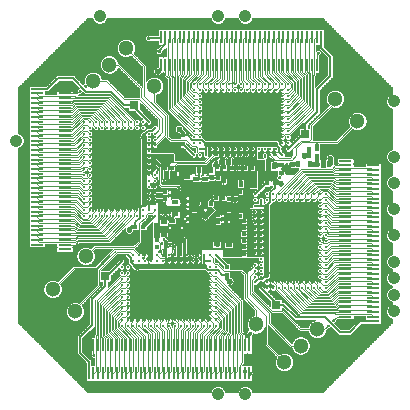
<source format=gbl>
G75*
%MOIN*%
%OFA0B0*%
%FSLAX25Y25*%
%IPPOS*%
%LPD*%
%AMOC8*
5,1,8,0,0,1.08239X$1,22.5*
%
%ADD10R,0.01181X0.01575*%
%ADD11C,0.05118*%
%ADD12C,0.00787*%
%ADD13R,0.00787X0.04488*%
%ADD14R,0.01575X0.01181*%
%ADD15R,0.04488X0.00787*%
%ADD16C,0.04134*%
%ADD17R,0.00394X0.00394*%
%ADD18C,0.00394*%
%ADD19C,0.00200*%
%ADD20R,0.01575X0.02362*%
%ADD21R,0.03000X0.02700*%
%ADD22R,0.02700X0.03000*%
%ADD23R,0.02362X0.01575*%
%ADD24C,0.00594*%
%ADD25C,0.00787*%
%ADD26C,0.00300*%
%ADD27C,0.01102*%
%ADD28C,0.01181*%
%ADD29C,0.00236*%
%ADD30C,0.00394*%
%ADD31C,0.01575*%
%ADD32C,0.00600*%
%ADD33C,0.00591*%
%ADD34C,0.01654*%
%ADD35C,0.01000*%
D10*
X0102965Y0077055D03*
X0105327Y0077055D03*
X0104146Y0083355D03*
X0106508Y0083355D03*
X0102670Y0086307D03*
X0100307Y0086307D03*
X0116744Y0087095D03*
X0119107Y0087095D03*
X0122650Y0087095D03*
X0125012Y0087095D03*
X0126587Y0085126D03*
X0128949Y0085126D03*
X0125012Y0090835D03*
X0124225Y0093000D03*
X0126587Y0093000D03*
X0122650Y0090835D03*
X0120878Y0091032D03*
X0118516Y0091032D03*
X0121075Y0096544D03*
X0123437Y0096544D03*
X0123693Y0101111D03*
X0126055Y0101111D03*
X0128221Y0101052D03*
X0130583Y0101052D03*
X0121278Y0101248D03*
X0118916Y0101248D03*
X0107492Y0108965D03*
X0105130Y0108965D03*
X0105091Y0111918D03*
X0107453Y0111918D03*
X0103851Y0101071D03*
X0101488Y0101071D03*
X0122059Y0068178D03*
X0124421Y0068178D03*
X0124461Y0065422D03*
X0122099Y0065422D03*
X0149618Y0105185D03*
X0149618Y0107351D03*
X0151981Y0107351D03*
X0151981Y0105185D03*
D11*
X0165563Y0116622D03*
X0158083Y0124103D03*
X0162807Y0137882D03*
X0097847Y0128433D03*
X0082886Y0135520D03*
X0077374Y0130008D03*
X0065563Y0136701D03*
X0088398Y0141032D03*
X0075012Y0071741D03*
X0063988Y0060717D03*
X0071469Y0053237D03*
X0066744Y0039457D03*
X0131705Y0048906D03*
X0146666Y0041819D03*
X0152177Y0047331D03*
X0163988Y0040638D03*
X0141154Y0036307D03*
D12*
X0118516Y0048296D03*
X0118516Y0050264D03*
X0116547Y0050264D03*
X0114579Y0050264D03*
X0114579Y0048296D03*
X0116547Y0048296D03*
X0112610Y0048296D03*
X0110642Y0048296D03*
X0110642Y0050264D03*
X0112610Y0050264D03*
X0108673Y0050264D03*
X0106705Y0050264D03*
X0106705Y0048296D03*
X0108673Y0048296D03*
X0104736Y0048296D03*
X0102768Y0048296D03*
X0102768Y0050264D03*
X0104736Y0050264D03*
X0100799Y0050264D03*
X0098831Y0050264D03*
X0098831Y0048296D03*
X0100799Y0048296D03*
X0096862Y0048296D03*
X0094894Y0048296D03*
X0094894Y0050264D03*
X0096862Y0050264D03*
X0092925Y0050264D03*
X0090957Y0050264D03*
X0090957Y0048296D03*
X0092925Y0048296D03*
X0088988Y0048296D03*
X0087020Y0048296D03*
X0087020Y0050264D03*
X0088988Y0050264D03*
X0088988Y0052233D03*
X0087020Y0052233D03*
X0087020Y0054201D03*
X0088988Y0054201D03*
X0088988Y0056170D03*
X0087020Y0056170D03*
X0087020Y0058138D03*
X0088988Y0058138D03*
X0088988Y0060107D03*
X0087020Y0060107D03*
X0087020Y0062075D03*
X0088988Y0062075D03*
X0088988Y0064044D03*
X0087020Y0064044D03*
X0087020Y0066012D03*
X0088988Y0066012D03*
X0088988Y0067981D03*
X0087020Y0067981D03*
X0087020Y0069949D03*
X0088988Y0069949D03*
X0088988Y0071918D03*
X0087020Y0071918D03*
X0090957Y0071918D03*
X0092925Y0071918D03*
X0092925Y0069949D03*
X0090957Y0069949D03*
X0094894Y0069949D03*
X0096862Y0069949D03*
X0096862Y0071918D03*
X0094894Y0071918D03*
X0098831Y0071918D03*
X0100799Y0071918D03*
X0100799Y0069949D03*
X0098831Y0069949D03*
X0102768Y0069949D03*
X0104736Y0069949D03*
X0104736Y0071918D03*
X0102768Y0071918D03*
X0106705Y0071918D03*
X0108673Y0071918D03*
X0108673Y0069949D03*
X0106705Y0069949D03*
X0110642Y0069949D03*
X0112610Y0069949D03*
X0112610Y0071918D03*
X0110642Y0071918D03*
X0114579Y0071918D03*
X0116547Y0071918D03*
X0116547Y0069949D03*
X0114579Y0069949D03*
X0116547Y0067981D03*
X0116547Y0066012D03*
X0116547Y0064044D03*
X0118516Y0064044D03*
X0118516Y0066012D03*
X0118516Y0067981D03*
X0118516Y0069949D03*
X0118516Y0071918D03*
X0131528Y0072725D03*
X0133496Y0072725D03*
X0133496Y0070756D03*
X0131528Y0070756D03*
X0131528Y0068788D03*
X0133496Y0068788D03*
X0133496Y0066819D03*
X0131528Y0066819D03*
X0131528Y0064851D03*
X0133496Y0064851D03*
X0133496Y0062882D03*
X0131528Y0062882D03*
X0131528Y0060914D03*
X0133496Y0060914D03*
X0135465Y0060914D03*
X0135465Y0062882D03*
X0137433Y0062882D03*
X0137433Y0060914D03*
X0139402Y0060914D03*
X0139402Y0062882D03*
X0141370Y0062882D03*
X0141370Y0060914D03*
X0143339Y0060914D03*
X0143339Y0062882D03*
X0145307Y0062882D03*
X0145307Y0060914D03*
X0147276Y0060914D03*
X0147276Y0062882D03*
X0149244Y0062882D03*
X0149244Y0060914D03*
X0151213Y0060914D03*
X0151213Y0062882D03*
X0153181Y0062882D03*
X0153181Y0060914D03*
X0155150Y0060914D03*
X0155150Y0062882D03*
X0155150Y0064851D03*
X0155150Y0066819D03*
X0153181Y0066819D03*
X0153181Y0064851D03*
X0153181Y0068788D03*
X0153181Y0070756D03*
X0153181Y0072725D03*
X0155150Y0072725D03*
X0155150Y0070756D03*
X0155150Y0068788D03*
X0155150Y0074693D03*
X0153181Y0074693D03*
X0153181Y0076662D03*
X0153181Y0078630D03*
X0153181Y0080599D03*
X0153181Y0082567D03*
X0153181Y0084536D03*
X0153181Y0086504D03*
X0153181Y0088473D03*
X0153181Y0090441D03*
X0151213Y0090441D03*
X0149244Y0090441D03*
X0147276Y0090441D03*
X0145307Y0090441D03*
X0143339Y0090441D03*
X0141370Y0090441D03*
X0139402Y0090441D03*
X0137433Y0090441D03*
X0135465Y0090441D03*
X0133496Y0090441D03*
X0133496Y0088473D03*
X0131528Y0088473D03*
X0131528Y0090441D03*
X0131528Y0092410D03*
X0133496Y0092410D03*
X0135465Y0092410D03*
X0137433Y0092410D03*
X0139402Y0092410D03*
X0141370Y0092410D03*
X0143339Y0092410D03*
X0145307Y0092410D03*
X0147276Y0092410D03*
X0149244Y0092410D03*
X0151213Y0092410D03*
X0153181Y0092410D03*
X0155150Y0092410D03*
X0155150Y0090441D03*
X0155150Y0088473D03*
X0155150Y0086504D03*
X0155150Y0084536D03*
X0155150Y0082567D03*
X0155150Y0080599D03*
X0155150Y0078630D03*
X0155150Y0076662D03*
X0133496Y0076662D03*
X0131528Y0076662D03*
X0131528Y0078630D03*
X0133496Y0078630D03*
X0133496Y0080599D03*
X0131528Y0080599D03*
X0131528Y0082567D03*
X0133496Y0082567D03*
X0133496Y0084536D03*
X0131528Y0084536D03*
X0131528Y0086504D03*
X0133496Y0086504D03*
X0133496Y0074693D03*
X0131528Y0074693D03*
X0118516Y0062075D03*
X0118516Y0060107D03*
X0116547Y0060107D03*
X0116547Y0062075D03*
X0116547Y0058138D03*
X0116547Y0056170D03*
X0116547Y0054201D03*
X0116547Y0052233D03*
X0118516Y0052233D03*
X0118516Y0054201D03*
X0118516Y0056170D03*
X0118516Y0058138D03*
X0098024Y0084930D03*
X0098024Y0086898D03*
X0096055Y0086898D03*
X0094087Y0086898D03*
X0094087Y0084930D03*
X0096055Y0084930D03*
X0092118Y0084930D03*
X0092118Y0086898D03*
X0090150Y0086898D03*
X0090150Y0084930D03*
X0088181Y0084930D03*
X0088181Y0086898D03*
X0086213Y0086898D03*
X0086213Y0084930D03*
X0084244Y0084930D03*
X0084244Y0086898D03*
X0082276Y0086898D03*
X0082276Y0084930D03*
X0080307Y0084930D03*
X0080307Y0086898D03*
X0078339Y0086898D03*
X0078339Y0084930D03*
X0076370Y0084930D03*
X0076370Y0086898D03*
X0074402Y0086898D03*
X0074402Y0084930D03*
X0074402Y0088867D03*
X0074402Y0090835D03*
X0076370Y0090835D03*
X0076370Y0088867D03*
X0076370Y0092804D03*
X0076370Y0094772D03*
X0074402Y0094772D03*
X0074402Y0092804D03*
X0074402Y0096741D03*
X0074402Y0098709D03*
X0076370Y0098709D03*
X0076370Y0096741D03*
X0076370Y0100678D03*
X0076370Y0102646D03*
X0074402Y0102646D03*
X0074402Y0100678D03*
X0074402Y0104615D03*
X0076370Y0104615D03*
X0076370Y0106583D03*
X0074402Y0106583D03*
X0074402Y0108552D03*
X0074402Y0110520D03*
X0076370Y0110520D03*
X0076370Y0108552D03*
X0076370Y0112489D03*
X0076370Y0114457D03*
X0074402Y0114457D03*
X0074402Y0112489D03*
X0074402Y0116426D03*
X0076370Y0116426D03*
X0078339Y0116426D03*
X0080307Y0116426D03*
X0082276Y0116426D03*
X0084244Y0116426D03*
X0086213Y0116426D03*
X0088181Y0116426D03*
X0090150Y0116426D03*
X0092118Y0116426D03*
X0094087Y0116426D03*
X0096055Y0116426D03*
X0098024Y0116426D03*
X0098024Y0114457D03*
X0098024Y0112489D03*
X0096055Y0112489D03*
X0096055Y0114457D03*
X0094087Y0114457D03*
X0092118Y0114457D03*
X0090150Y0114457D03*
X0088181Y0114457D03*
X0086213Y0114457D03*
X0084244Y0114457D03*
X0082276Y0114457D03*
X0080307Y0114457D03*
X0078339Y0114457D03*
X0096055Y0110520D03*
X0096055Y0108552D03*
X0098024Y0108552D03*
X0098024Y0110520D03*
X0098024Y0106583D03*
X0096055Y0106583D03*
X0096055Y0104615D03*
X0098024Y0104615D03*
X0098024Y0102646D03*
X0098024Y0100678D03*
X0096055Y0100678D03*
X0096055Y0102646D03*
X0096055Y0098709D03*
X0096055Y0096741D03*
X0098024Y0096741D03*
X0098024Y0098709D03*
X0098024Y0094772D03*
X0098024Y0092804D03*
X0096055Y0092804D03*
X0096055Y0094772D03*
X0096055Y0090835D03*
X0096055Y0088867D03*
X0098024Y0088867D03*
X0098024Y0090835D03*
X0111036Y0105422D03*
X0111036Y0107390D03*
X0113004Y0107390D03*
X0113004Y0105422D03*
X0114973Y0105422D03*
X0114973Y0107390D03*
X0116941Y0107390D03*
X0116941Y0105422D03*
X0118910Y0105422D03*
X0118910Y0107390D03*
X0120878Y0107390D03*
X0120878Y0105422D03*
X0122847Y0105422D03*
X0122847Y0107390D03*
X0124815Y0107390D03*
X0124815Y0105422D03*
X0126784Y0105422D03*
X0126784Y0107390D03*
X0128752Y0107390D03*
X0128752Y0105422D03*
X0130721Y0105422D03*
X0130721Y0107390D03*
X0132689Y0107390D03*
X0132689Y0105422D03*
X0134658Y0105422D03*
X0134658Y0107390D03*
X0136626Y0107390D03*
X0136626Y0105422D03*
X0138595Y0105422D03*
X0138595Y0107390D03*
X0140563Y0107390D03*
X0140563Y0105422D03*
X0142532Y0105422D03*
X0142532Y0107390D03*
X0142532Y0109359D03*
X0142532Y0111327D03*
X0142532Y0113296D03*
X0142532Y0115264D03*
X0140563Y0115264D03*
X0140563Y0113296D03*
X0140563Y0111327D03*
X0140563Y0109359D03*
X0140563Y0117233D03*
X0140563Y0119201D03*
X0140563Y0121170D03*
X0140563Y0123138D03*
X0140563Y0125107D03*
X0140563Y0127075D03*
X0138595Y0127075D03*
X0138595Y0129044D03*
X0140563Y0129044D03*
X0142532Y0129044D03*
X0142532Y0127075D03*
X0142532Y0125107D03*
X0142532Y0123138D03*
X0142532Y0121170D03*
X0142532Y0119201D03*
X0142532Y0117233D03*
X0136626Y0127075D03*
X0134658Y0127075D03*
X0134658Y0129044D03*
X0136626Y0129044D03*
X0132689Y0129044D03*
X0130721Y0129044D03*
X0128752Y0129044D03*
X0126784Y0129044D03*
X0124815Y0129044D03*
X0122847Y0129044D03*
X0122847Y0127075D03*
X0124815Y0127075D03*
X0126784Y0127075D03*
X0128752Y0127075D03*
X0130721Y0127075D03*
X0132689Y0127075D03*
X0120878Y0127075D03*
X0118910Y0127075D03*
X0118910Y0129044D03*
X0120878Y0129044D03*
X0116941Y0129044D03*
X0114973Y0129044D03*
X0114973Y0127075D03*
X0116941Y0127075D03*
X0113004Y0127075D03*
X0113004Y0125107D03*
X0111036Y0125107D03*
X0111036Y0127075D03*
X0111036Y0129044D03*
X0113004Y0129044D03*
X0113004Y0123138D03*
X0113004Y0121170D03*
X0111036Y0121170D03*
X0111036Y0123138D03*
X0111036Y0119201D03*
X0113004Y0119201D03*
X0113004Y0117233D03*
X0111036Y0117233D03*
X0111036Y0115264D03*
X0113004Y0115264D03*
X0113004Y0113296D03*
X0111036Y0113296D03*
X0111036Y0111327D03*
X0113004Y0111327D03*
X0113004Y0109359D03*
X0111036Y0109359D03*
D13*
X0111036Y0135461D03*
X0112610Y0135461D03*
X0114185Y0135461D03*
X0115760Y0135461D03*
X0117335Y0135461D03*
X0118910Y0135461D03*
X0120484Y0135461D03*
X0122059Y0135461D03*
X0123634Y0135461D03*
X0125209Y0135461D03*
X0126784Y0135461D03*
X0128358Y0135461D03*
X0129933Y0135461D03*
X0131508Y0135461D03*
X0133083Y0135461D03*
X0134658Y0135461D03*
X0136233Y0135461D03*
X0137807Y0135461D03*
X0139382Y0135461D03*
X0140957Y0135461D03*
X0142532Y0135461D03*
X0144107Y0135461D03*
X0145681Y0135461D03*
X0147256Y0135461D03*
X0148831Y0135461D03*
X0150406Y0135461D03*
X0151981Y0135461D03*
X0153555Y0135461D03*
X0153555Y0144674D03*
X0151981Y0144674D03*
X0150406Y0144674D03*
X0148831Y0144674D03*
X0147256Y0144674D03*
X0145681Y0144674D03*
X0144107Y0144674D03*
X0142532Y0144674D03*
X0140957Y0144674D03*
X0139382Y0144674D03*
X0137807Y0144674D03*
X0136233Y0144674D03*
X0134658Y0144674D03*
X0133083Y0144674D03*
X0131508Y0144674D03*
X0129933Y0144674D03*
X0128358Y0144674D03*
X0126784Y0144674D03*
X0125209Y0144674D03*
X0123634Y0144674D03*
X0122059Y0144674D03*
X0120484Y0144674D03*
X0118910Y0144674D03*
X0117335Y0144674D03*
X0115760Y0144674D03*
X0114185Y0144674D03*
X0112610Y0144674D03*
X0111036Y0144674D03*
X0109461Y0144674D03*
X0107886Y0144674D03*
X0106311Y0144674D03*
X0104736Y0144674D03*
X0103162Y0144674D03*
X0101587Y0144674D03*
X0100012Y0144674D03*
X0100012Y0135461D03*
X0101587Y0135461D03*
X0103162Y0135461D03*
X0104736Y0135461D03*
X0106311Y0135461D03*
X0107886Y0135461D03*
X0109461Y0135461D03*
X0109067Y0041878D03*
X0107492Y0041878D03*
X0105918Y0041878D03*
X0104343Y0041878D03*
X0102768Y0041878D03*
X0101193Y0041878D03*
X0099618Y0041878D03*
X0098044Y0041878D03*
X0096469Y0041878D03*
X0094894Y0041878D03*
X0093319Y0041878D03*
X0091744Y0041878D03*
X0090170Y0041878D03*
X0088595Y0041878D03*
X0087020Y0041878D03*
X0085445Y0041878D03*
X0083870Y0041878D03*
X0082295Y0041878D03*
X0080721Y0041878D03*
X0079146Y0041878D03*
X0077571Y0041878D03*
X0075996Y0041878D03*
X0075996Y0032666D03*
X0077571Y0032666D03*
X0079146Y0032666D03*
X0080721Y0032666D03*
X0082295Y0032666D03*
X0083870Y0032666D03*
X0085445Y0032666D03*
X0087020Y0032666D03*
X0088595Y0032666D03*
X0090170Y0032666D03*
X0091744Y0032666D03*
X0093319Y0032666D03*
X0094894Y0032666D03*
X0096469Y0032666D03*
X0098044Y0032666D03*
X0099618Y0032666D03*
X0101193Y0032666D03*
X0102768Y0032666D03*
X0104343Y0032666D03*
X0105918Y0032666D03*
X0107492Y0032666D03*
X0109067Y0032666D03*
X0110642Y0032666D03*
X0112217Y0032666D03*
X0113792Y0032666D03*
X0115366Y0032666D03*
X0116941Y0032666D03*
X0118516Y0032666D03*
X0120091Y0032666D03*
X0121666Y0032666D03*
X0123240Y0032666D03*
X0124815Y0032666D03*
X0126390Y0032666D03*
X0127965Y0032666D03*
X0129540Y0032666D03*
X0129540Y0041878D03*
X0127965Y0041878D03*
X0126390Y0041878D03*
X0124815Y0041878D03*
X0123240Y0041878D03*
X0121666Y0041878D03*
X0120091Y0041878D03*
X0118516Y0041878D03*
X0116941Y0041878D03*
X0115366Y0041878D03*
X0113792Y0041878D03*
X0112217Y0041878D03*
X0110642Y0041878D03*
D14*
X0127748Y0072370D03*
X0127748Y0074733D03*
X0127709Y0076701D03*
X0127709Y0079063D03*
X0127748Y0080986D03*
X0127748Y0083348D03*
X0119107Y0082961D03*
X0119107Y0085323D03*
X0116744Y0089063D03*
X0116744Y0091426D03*
X0113988Y0091426D03*
X0113988Y0089063D03*
X0117138Y0095363D03*
X0119107Y0095363D03*
X0119107Y0097725D03*
X0117138Y0097725D03*
X0104933Y0096741D03*
X0104933Y0099103D03*
X0101390Y0093000D03*
X0101390Y0090638D03*
X0094284Y0081386D03*
X0094284Y0079024D03*
X0091528Y0078985D03*
X0091528Y0081347D03*
X0098831Y0077154D03*
X0098831Y0074792D03*
X0135465Y0095953D03*
X0135465Y0098315D03*
X0138024Y0098355D03*
X0138024Y0095992D03*
D15*
X0161567Y0095559D03*
X0161567Y0093985D03*
X0161567Y0092410D03*
X0161567Y0090835D03*
X0161567Y0089260D03*
X0161567Y0087685D03*
X0161567Y0086111D03*
X0161567Y0084536D03*
X0161567Y0082961D03*
X0161567Y0081386D03*
X0161567Y0079811D03*
X0161567Y0078237D03*
X0161567Y0076662D03*
X0161567Y0075087D03*
X0161567Y0073512D03*
X0161567Y0071937D03*
X0161567Y0070363D03*
X0161567Y0068788D03*
X0161567Y0067213D03*
X0161567Y0065638D03*
X0161567Y0064063D03*
X0161567Y0062489D03*
X0161567Y0060914D03*
X0161567Y0059339D03*
X0161567Y0057764D03*
X0161567Y0056189D03*
X0161567Y0054615D03*
X0161567Y0053040D03*
X0161567Y0051465D03*
X0161567Y0049890D03*
X0170780Y0049890D03*
X0170780Y0051465D03*
X0170780Y0053040D03*
X0170780Y0054615D03*
X0170780Y0056189D03*
X0170780Y0057764D03*
X0170780Y0059339D03*
X0170780Y0060914D03*
X0170780Y0062489D03*
X0170780Y0064063D03*
X0170780Y0065638D03*
X0170780Y0067213D03*
X0170780Y0068788D03*
X0170780Y0070363D03*
X0170780Y0071937D03*
X0170780Y0073512D03*
X0170780Y0075087D03*
X0170780Y0076662D03*
X0170780Y0078237D03*
X0170780Y0079811D03*
X0170780Y0081386D03*
X0170780Y0082961D03*
X0170780Y0084536D03*
X0170780Y0086111D03*
X0170780Y0087685D03*
X0170780Y0089260D03*
X0170780Y0090835D03*
X0170780Y0092410D03*
X0170780Y0093985D03*
X0170780Y0095559D03*
X0170780Y0097134D03*
X0170780Y0098709D03*
X0170780Y0100284D03*
X0170780Y0101859D03*
X0170780Y0103433D03*
X0161567Y0103433D03*
X0161567Y0101859D03*
X0161567Y0100284D03*
X0161567Y0098709D03*
X0161567Y0097134D03*
X0067984Y0097528D03*
X0067984Y0099103D03*
X0067984Y0100678D03*
X0067984Y0102252D03*
X0067984Y0103827D03*
X0067984Y0105402D03*
X0067984Y0106977D03*
X0067984Y0108552D03*
X0067984Y0110126D03*
X0067984Y0111701D03*
X0067984Y0113276D03*
X0067984Y0114851D03*
X0067984Y0116426D03*
X0067984Y0118000D03*
X0067984Y0119575D03*
X0067984Y0121150D03*
X0067984Y0122725D03*
X0067984Y0124300D03*
X0067984Y0125874D03*
X0067984Y0127449D03*
X0058772Y0127449D03*
X0058772Y0125874D03*
X0058772Y0124300D03*
X0058772Y0122725D03*
X0058772Y0121150D03*
X0058772Y0119575D03*
X0058772Y0118000D03*
X0058772Y0116426D03*
X0058772Y0114851D03*
X0058772Y0113276D03*
X0058772Y0111701D03*
X0058772Y0110126D03*
X0058772Y0108552D03*
X0058772Y0106977D03*
X0058772Y0105402D03*
X0058772Y0103827D03*
X0058772Y0102252D03*
X0058772Y0100678D03*
X0058772Y0099103D03*
X0058772Y0097528D03*
X0058772Y0095953D03*
X0058772Y0094378D03*
X0058772Y0092804D03*
X0058772Y0091229D03*
X0058772Y0089654D03*
X0058772Y0088079D03*
X0058772Y0086504D03*
X0058772Y0084930D03*
X0058772Y0083355D03*
X0058772Y0081780D03*
X0058772Y0080205D03*
X0058772Y0078630D03*
X0058772Y0077055D03*
X0058772Y0075481D03*
X0058772Y0073906D03*
X0067984Y0073906D03*
X0067984Y0075481D03*
X0067984Y0077055D03*
X0067984Y0078630D03*
X0067984Y0080205D03*
X0067984Y0081780D03*
X0067984Y0083355D03*
X0067984Y0084930D03*
X0067984Y0086504D03*
X0067984Y0088079D03*
X0067984Y0089654D03*
X0067984Y0091229D03*
X0067984Y0092804D03*
X0067984Y0094378D03*
X0067984Y0095953D03*
D16*
X0051784Y0110126D03*
X0079736Y0151662D03*
X0119107Y0151662D03*
X0128162Y0151662D03*
X0177768Y0123315D03*
X0177768Y0104811D03*
X0177768Y0096052D03*
X0177768Y0087292D03*
X0177768Y0078532D03*
X0177768Y0069772D03*
X0177768Y0064260D03*
X0177768Y0058748D03*
X0177768Y0053237D03*
X0128162Y0025678D03*
X0119107Y0025678D03*
D17*
G36*
X0141843Y0101152D02*
X0142121Y0100874D01*
X0141843Y0100596D01*
X0141565Y0100874D01*
X0141843Y0101152D01*
G37*
D18*
X0143536Y0102174D03*
X0143536Y0099575D03*
X0140150Y0099575D03*
X0140150Y0102174D03*
D19*
X0140537Y0101970D02*
X0139343Y0101970D01*
X0139343Y0102168D02*
X0140735Y0102168D01*
X0140934Y0102367D02*
X0139343Y0102367D01*
X0139343Y0102565D02*
X0140957Y0102565D01*
X0140957Y0102666D02*
X0140957Y0102390D01*
X0140209Y0101642D01*
X0139343Y0101642D01*
X0139343Y0102666D01*
X0140957Y0102666D01*
X0141562Y0102168D02*
X0142124Y0102168D01*
X0142322Y0101970D02*
X0141363Y0101970D01*
X0141165Y0101771D02*
X0142521Y0101771D01*
X0142719Y0101573D02*
X0140966Y0101573D01*
X0140767Y0101374D02*
X0142918Y0101374D01*
X0143117Y0101176D02*
X0140569Y0101176D01*
X0140370Y0100977D02*
X0143315Y0100977D01*
X0143418Y0100874D02*
X0141843Y0099299D01*
X0140267Y0100874D01*
X0141843Y0102450D01*
X0143418Y0100874D01*
X0143322Y0100779D02*
X0140363Y0100779D01*
X0140562Y0100580D02*
X0143124Y0100580D01*
X0142925Y0100382D02*
X0140760Y0100382D01*
X0140959Y0100183D02*
X0142727Y0100183D01*
X0142528Y0099985D02*
X0141157Y0099985D01*
X0141356Y0099786D02*
X0142330Y0099786D01*
X0142131Y0099588D02*
X0141554Y0099588D01*
X0141753Y0099389D02*
X0141933Y0099389D01*
X0142729Y0099359D02*
X0143477Y0100107D01*
X0144343Y0100107D01*
X0144343Y0099083D01*
X0142729Y0099083D01*
X0142729Y0099359D01*
X0142759Y0099389D02*
X0144343Y0099389D01*
X0144343Y0099191D02*
X0142729Y0099191D01*
X0142958Y0099588D02*
X0144343Y0099588D01*
X0144343Y0099786D02*
X0143156Y0099786D01*
X0143355Y0099985D02*
X0144343Y0099985D01*
X0144343Y0101642D02*
X0144343Y0102666D01*
X0142729Y0102666D01*
X0142729Y0102390D01*
X0143477Y0101642D01*
X0144343Y0101642D01*
X0144343Y0101771D02*
X0143347Y0101771D01*
X0143149Y0101970D02*
X0144343Y0101970D01*
X0144343Y0102168D02*
X0142950Y0102168D01*
X0142752Y0102367D02*
X0144343Y0102367D01*
X0144343Y0102565D02*
X0142729Y0102565D01*
X0141925Y0102367D02*
X0141760Y0102367D01*
X0140338Y0101771D02*
X0139343Y0101771D01*
X0139112Y0101913D02*
X0139020Y0101709D01*
X0138873Y0101540D01*
X0138685Y0101419D01*
X0138470Y0101356D01*
X0138247Y0101356D01*
X0138032Y0101419D01*
X0137844Y0101540D01*
X0137697Y0101709D01*
X0137604Y0101913D01*
X0137573Y0102134D01*
X0137604Y0102356D01*
X0137697Y0102559D01*
X0137844Y0102728D01*
X0138032Y0102849D01*
X0138247Y0102912D01*
X0138470Y0102912D01*
X0138685Y0102849D01*
X0138873Y0102728D01*
X0139020Y0102559D01*
X0139112Y0102356D01*
X0139144Y0102134D01*
X0139112Y0101913D01*
X0139121Y0101970D02*
X0137596Y0101970D01*
X0137578Y0102168D02*
X0139139Y0102168D01*
X0139107Y0102367D02*
X0137610Y0102367D01*
X0137703Y0102565D02*
X0139014Y0102565D01*
X0138817Y0102764D02*
X0137900Y0102764D01*
X0137669Y0101771D02*
X0139048Y0101771D01*
X0138901Y0101573D02*
X0137816Y0101573D01*
X0138185Y0101374D02*
X0138532Y0101374D01*
X0138157Y0099966D02*
X0138294Y0099896D01*
X0138404Y0099787D01*
X0138474Y0099649D01*
X0138498Y0099496D01*
X0138474Y0099344D01*
X0138404Y0099206D01*
X0138294Y0099097D01*
X0138157Y0099027D01*
X0138004Y0099003D01*
X0137852Y0099027D01*
X0137714Y0099097D01*
X0137605Y0099206D01*
X0137535Y0099344D01*
X0137510Y0099496D01*
X0137535Y0099649D01*
X0137605Y0099787D01*
X0137714Y0099896D01*
X0137852Y0099966D01*
X0138004Y0099990D01*
X0138157Y0099966D01*
X0138038Y0099985D02*
X0137971Y0099985D01*
X0137605Y0099786D02*
X0138404Y0099786D01*
X0138483Y0099588D02*
X0137525Y0099588D01*
X0137527Y0099389D02*
X0138481Y0099389D01*
X0138388Y0099191D02*
X0137620Y0099191D01*
X0135939Y0099496D02*
X0135915Y0099344D01*
X0135845Y0099206D01*
X0135735Y0099097D01*
X0135598Y0099027D01*
X0135445Y0099003D01*
X0135293Y0099027D01*
X0135155Y0099097D01*
X0135046Y0099206D01*
X0134976Y0099344D01*
X0134951Y0099496D01*
X0134976Y0099649D01*
X0135046Y0099787D01*
X0135155Y0099896D01*
X0135293Y0099966D01*
X0135445Y0099990D01*
X0135598Y0099966D01*
X0135735Y0099896D01*
X0135845Y0099787D01*
X0135915Y0099649D01*
X0135939Y0099496D01*
X0135924Y0099588D02*
X0134966Y0099588D01*
X0134968Y0099389D02*
X0135922Y0099389D01*
X0135829Y0099191D02*
X0135061Y0099191D01*
X0135046Y0099786D02*
X0135845Y0099786D01*
X0135479Y0099985D02*
X0135411Y0099985D01*
X0134461Y0100481D02*
X0131705Y0100481D01*
X0131705Y0094575D01*
X0129343Y0094575D01*
X0129343Y0087489D01*
X0134141Y0087489D01*
X0134141Y0086840D01*
X0133784Y0087198D01*
X0133209Y0087198D01*
X0132803Y0086792D01*
X0132803Y0086217D01*
X0133209Y0085811D01*
X0133784Y0085811D01*
X0134141Y0086168D01*
X0134141Y0084872D01*
X0133784Y0085229D01*
X0133209Y0085229D01*
X0132803Y0084823D01*
X0132803Y0084248D01*
X0133209Y0083842D01*
X0133784Y0083842D01*
X0134141Y0084200D01*
X0134141Y0082903D01*
X0133784Y0083261D01*
X0133209Y0083261D01*
X0132803Y0082855D01*
X0132803Y0082280D01*
X0133209Y0081874D01*
X0133784Y0081874D01*
X0134141Y0082231D01*
X0134141Y0080935D01*
X0133784Y0081292D01*
X0133209Y0081292D01*
X0132803Y0080886D01*
X0132803Y0080311D01*
X0133209Y0079905D01*
X0133784Y0079905D01*
X0134141Y0080263D01*
X0134141Y0078966D01*
X0133784Y0079324D01*
X0133209Y0079324D01*
X0132803Y0078918D01*
X0132803Y0078343D01*
X0133209Y0077937D01*
X0133784Y0077937D01*
X0134141Y0078294D01*
X0134141Y0076998D01*
X0133784Y0077355D01*
X0133209Y0077355D01*
X0132803Y0076949D01*
X0132803Y0076374D01*
X0133209Y0075968D01*
X0133784Y0075968D01*
X0134141Y0076326D01*
X0134141Y0075029D01*
X0133784Y0075387D01*
X0133209Y0075387D01*
X0132803Y0074981D01*
X0132803Y0074406D01*
X0133209Y0074000D01*
X0133784Y0074000D01*
X0134141Y0074357D01*
X0134141Y0073061D01*
X0133784Y0073418D01*
X0133209Y0073418D01*
X0132803Y0073012D01*
X0132803Y0072437D01*
X0133209Y0072031D01*
X0133784Y0072031D01*
X0134141Y0072389D01*
X0134141Y0071741D01*
X0128836Y0071741D01*
X0128836Y0072325D01*
X0130947Y0072325D01*
X0131240Y0072031D01*
X0131815Y0072031D01*
X0132221Y0072437D01*
X0132221Y0073012D01*
X0131815Y0073418D01*
X0131240Y0073418D01*
X0130947Y0073125D01*
X0128796Y0073125D01*
X0128660Y0073261D01*
X0126837Y0073261D01*
X0126661Y0073085D01*
X0126661Y0071741D01*
X0120681Y0071741D01*
X0120681Y0074103D01*
X0113595Y0074103D01*
X0113595Y0069304D01*
X0112947Y0069304D01*
X0113304Y0069662D01*
X0113304Y0070237D01*
X0112940Y0070601D01*
X0112962Y0070620D01*
X0113051Y0070652D01*
X0113067Y0070685D01*
X0113101Y0070694D01*
X0113149Y0070777D01*
X0113222Y0070838D01*
X0113225Y0070874D01*
X0113255Y0070895D01*
X0113271Y0070988D01*
X0113319Y0071071D01*
X0113309Y0071105D01*
X0113330Y0071135D01*
X0113313Y0071229D01*
X0113330Y0071322D01*
X0113309Y0071352D01*
X0113319Y0071387D01*
X0113271Y0071469D01*
X0113255Y0071563D01*
X0113244Y0071570D01*
X0113304Y0071630D01*
X0113304Y0072205D01*
X0112898Y0072611D01*
X0112323Y0072611D01*
X0111917Y0072205D01*
X0111917Y0071630D01*
X0111977Y0071570D01*
X0111966Y0071563D01*
X0111950Y0071469D01*
X0111902Y0071387D01*
X0111912Y0071352D01*
X0111891Y0071322D01*
X0111907Y0071229D01*
X0111891Y0071135D01*
X0111912Y0071105D01*
X0111902Y0071071D01*
X0111950Y0070988D01*
X0111966Y0070895D01*
X0111996Y0070874D01*
X0111999Y0070838D01*
X0112072Y0070777D01*
X0112119Y0070694D01*
X0112154Y0070685D01*
X0112170Y0070652D01*
X0112259Y0070620D01*
X0112281Y0070601D01*
X0111917Y0070237D01*
X0111917Y0069662D01*
X0112274Y0069304D01*
X0110978Y0069304D01*
X0111336Y0069662D01*
X0111336Y0070237D01*
X0110971Y0070601D01*
X0110993Y0070620D01*
X0111083Y0070652D01*
X0111098Y0070685D01*
X0111133Y0070694D01*
X0111180Y0070777D01*
X0111253Y0070838D01*
X0111257Y0070874D01*
X0111286Y0070895D01*
X0111303Y0070988D01*
X0111350Y0071071D01*
X0111341Y0071105D01*
X0111361Y0071135D01*
X0111345Y0071229D01*
X0111361Y0071322D01*
X0111341Y0071352D01*
X0111350Y0071387D01*
X0111303Y0071469D01*
X0111286Y0071563D01*
X0111276Y0071570D01*
X0111336Y0071630D01*
X0111336Y0072205D01*
X0110929Y0072611D01*
X0110355Y0072611D01*
X0109948Y0072205D01*
X0109948Y0071630D01*
X0110008Y0071570D01*
X0109998Y0071563D01*
X0109981Y0071469D01*
X0109934Y0071387D01*
X0109943Y0071352D01*
X0109922Y0071322D01*
X0109939Y0071229D01*
X0109922Y0071135D01*
X0109943Y0071105D01*
X0109934Y0071071D01*
X0109981Y0070988D01*
X0109998Y0070895D01*
X0110027Y0070874D01*
X0110031Y0070838D01*
X0110103Y0070777D01*
X0110151Y0070694D01*
X0110186Y0070685D01*
X0110201Y0070652D01*
X0110290Y0070620D01*
X0110313Y0070601D01*
X0109948Y0070237D01*
X0109948Y0069662D01*
X0110306Y0069304D01*
X0109010Y0069304D01*
X0109367Y0069662D01*
X0109367Y0070237D01*
X0108961Y0070643D01*
X0108386Y0070643D01*
X0107980Y0070237D01*
X0107980Y0069662D01*
X0108337Y0069304D01*
X0107041Y0069304D01*
X0107399Y0069662D01*
X0107399Y0070237D01*
X0106992Y0070643D01*
X0106418Y0070643D01*
X0106011Y0070237D01*
X0106011Y0069662D01*
X0106369Y0069304D01*
X0105073Y0069304D01*
X0105430Y0069662D01*
X0105430Y0070237D01*
X0105024Y0070643D01*
X0104449Y0070643D01*
X0104043Y0070237D01*
X0104043Y0069662D01*
X0104400Y0069304D01*
X0103104Y0069304D01*
X0103462Y0069662D01*
X0103462Y0070237D01*
X0103055Y0070643D01*
X0102481Y0070643D01*
X0102074Y0070237D01*
X0102074Y0069662D01*
X0102432Y0069304D01*
X0101136Y0069304D01*
X0101493Y0069662D01*
X0101493Y0070237D01*
X0101260Y0070470D01*
X0101334Y0070443D01*
X0101407Y0070382D01*
X0101443Y0070385D01*
X0101468Y0070359D01*
X0101563Y0070359D01*
X0101653Y0070327D01*
X0101685Y0070342D01*
X0101718Y0070327D01*
X0101807Y0070359D01*
X0101902Y0070359D01*
X0101928Y0070385D01*
X0101964Y0070382D01*
X0102037Y0070443D01*
X0102126Y0070475D01*
X0102141Y0070508D01*
X0102176Y0070517D01*
X0102224Y0070600D01*
X0102297Y0070661D01*
X0102300Y0070697D01*
X0102329Y0070717D01*
X0102346Y0070811D01*
X0102393Y0070893D01*
X0102384Y0070928D01*
X0102405Y0070958D01*
X0102388Y0071052D01*
X0102405Y0071145D01*
X0102384Y0071175D01*
X0102393Y0071210D01*
X0102346Y0071292D01*
X0102332Y0071373D01*
X0102481Y0071224D01*
X0103055Y0071224D01*
X0103462Y0071630D01*
X0103462Y0072046D01*
X0104349Y0072933D01*
X0104349Y0073807D01*
X0104390Y0073822D01*
X0104405Y0073854D01*
X0104440Y0073864D01*
X0104488Y0073946D01*
X0104533Y0073984D01*
X0104533Y0072611D01*
X0104449Y0072611D01*
X0104043Y0072205D01*
X0104043Y0071630D01*
X0104449Y0071224D01*
X0105024Y0071224D01*
X0105430Y0071630D01*
X0105430Y0072205D01*
X0105333Y0072302D01*
X0105333Y0074988D01*
X0105374Y0075003D01*
X0105389Y0075035D01*
X0105424Y0075045D01*
X0105472Y0075127D01*
X0105545Y0075188D01*
X0105548Y0075224D01*
X0105577Y0075245D01*
X0105594Y0075339D01*
X0105641Y0075421D01*
X0105632Y0075456D01*
X0105653Y0075485D01*
X0105636Y0075579D01*
X0105653Y0075673D01*
X0105632Y0075702D01*
X0105641Y0075737D01*
X0105594Y0075820D01*
X0105577Y0075913D01*
X0105548Y0075934D01*
X0105545Y0075970D01*
X0105472Y0076031D01*
X0105424Y0076113D01*
X0105389Y0076123D01*
X0105374Y0076155D01*
X0105285Y0076188D01*
X0105212Y0076249D01*
X0105176Y0076246D01*
X0105151Y0076271D01*
X0105055Y0076271D01*
X0104966Y0076304D01*
X0104933Y0076289D01*
X0104901Y0076304D01*
X0104811Y0076271D01*
X0104716Y0076271D01*
X0104691Y0076246D01*
X0104655Y0076249D01*
X0104582Y0076188D01*
X0104492Y0076155D01*
X0104477Y0076123D01*
X0104442Y0076113D01*
X0104395Y0076031D01*
X0104322Y0075970D01*
X0104319Y0075934D01*
X0104289Y0075913D01*
X0104273Y0075820D01*
X0104225Y0075737D01*
X0104234Y0075702D01*
X0104214Y0075673D01*
X0104230Y0075579D01*
X0104214Y0075485D01*
X0104234Y0075456D01*
X0104225Y0075421D01*
X0104273Y0075339D01*
X0104289Y0075245D01*
X0104319Y0075224D01*
X0104322Y0075188D01*
X0104395Y0075127D01*
X0104442Y0075045D01*
X0104477Y0075035D01*
X0104492Y0075003D01*
X0104533Y0074988D01*
X0104533Y0074812D01*
X0104488Y0074850D01*
X0104440Y0074932D01*
X0104405Y0074942D01*
X0104390Y0074974D01*
X0104301Y0075007D01*
X0104228Y0075068D01*
X0104192Y0075065D01*
X0104166Y0075090D01*
X0104071Y0075090D01*
X0103982Y0075123D01*
X0103949Y0075108D01*
X0103916Y0075123D01*
X0103827Y0075090D01*
X0103732Y0075090D01*
X0103706Y0075065D01*
X0103670Y0075068D01*
X0103623Y0075028D01*
X0103625Y0075043D01*
X0103673Y0075126D01*
X0103664Y0075161D01*
X0103684Y0075190D01*
X0103668Y0075284D01*
X0103684Y0075378D01*
X0103664Y0075407D01*
X0103673Y0075442D01*
X0103625Y0075524D01*
X0103609Y0075618D01*
X0103579Y0075639D01*
X0103576Y0075675D01*
X0103503Y0075736D01*
X0103456Y0075818D01*
X0103421Y0075827D01*
X0103406Y0075860D01*
X0103316Y0075893D01*
X0103243Y0075954D01*
X0103207Y0075951D01*
X0103190Y0075968D01*
X0103680Y0075968D01*
X0103855Y0076144D01*
X0103855Y0077967D01*
X0103680Y0078143D01*
X0102477Y0078143D01*
X0102477Y0079607D01*
X0102302Y0079783D01*
X0099691Y0079783D01*
X0099515Y0079607D01*
X0099515Y0078044D01*
X0097919Y0078044D01*
X0097847Y0077972D01*
X0097847Y0082764D01*
X0099028Y0082764D01*
X0099028Y0089851D01*
X0095410Y0089851D01*
X0095410Y0090499D01*
X0095768Y0090141D01*
X0096343Y0090141D01*
X0096749Y0090548D01*
X0096749Y0091122D01*
X0096343Y0091529D01*
X0095768Y0091529D01*
X0095410Y0091171D01*
X0095410Y0092467D01*
X0095768Y0092110D01*
X0096343Y0092110D01*
X0096749Y0092516D01*
X0096749Y0093091D01*
X0096343Y0093497D01*
X0095768Y0093497D01*
X0095410Y0093140D01*
X0095410Y0094436D01*
X0095768Y0094078D01*
X0096343Y0094078D01*
X0096400Y0094136D01*
X0096399Y0094127D01*
X0096351Y0094044D01*
X0096360Y0094009D01*
X0096340Y0093980D01*
X0096356Y0093886D01*
X0096340Y0093792D01*
X0096360Y0093763D01*
X0096351Y0093728D01*
X0096399Y0093646D01*
X0096415Y0093552D01*
X0096445Y0093531D01*
X0096448Y0093495D01*
X0096521Y0093434D01*
X0096406Y0093434D01*
X0096521Y0093434D02*
X0096568Y0093352D01*
X0096603Y0093343D01*
X0096618Y0093310D01*
X0096708Y0093277D01*
X0096781Y0093216D01*
X0096817Y0093219D01*
X0096842Y0093194D01*
X0096937Y0093194D01*
X0097027Y0093161D01*
X0097059Y0093177D01*
X0097092Y0093161D01*
X0097181Y0093194D01*
X0097277Y0093194D01*
X0097302Y0093219D01*
X0097338Y0093216D01*
X0097411Y0093277D01*
X0097500Y0093310D01*
X0097515Y0093343D01*
X0097550Y0093352D01*
X0097598Y0093434D01*
X0097671Y0093495D01*
X0097674Y0093531D01*
X0097703Y0093552D01*
X0097720Y0093646D01*
X0097767Y0093728D01*
X0097758Y0093763D01*
X0097779Y0093792D01*
X0097762Y0093886D01*
X0097779Y0093980D01*
X0097758Y0094009D01*
X0097762Y0094023D01*
X0097817Y0094078D01*
X0098311Y0094078D01*
X0098718Y0094485D01*
X0098718Y0095059D01*
X0098311Y0095466D01*
X0097736Y0095466D01*
X0097330Y0095059D01*
X0097330Y0094723D01*
X0097186Y0094579D01*
X0097181Y0094579D01*
X0097092Y0094611D01*
X0097059Y0094596D01*
X0097027Y0094611D01*
X0096937Y0094579D01*
X0096842Y0094579D01*
X0096817Y0094553D01*
X0096781Y0094556D01*
X0096749Y0094530D01*
X0096749Y0095050D01*
X0096788Y0095064D01*
X0096883Y0095064D01*
X0096908Y0095089D01*
X0096944Y0095086D01*
X0097017Y0095147D01*
X0097106Y0095180D01*
X0097122Y0095213D01*
X0097157Y0095222D01*
X0097204Y0095304D01*
X0097277Y0095366D01*
X0097280Y0095401D01*
X0097310Y0095422D01*
X0097326Y0095516D01*
X0097374Y0095598D01*
X0097364Y0095633D01*
X0097385Y0095663D01*
X0097369Y0095756D01*
X0097385Y0095850D01*
X0097364Y0095879D01*
X0097368Y0095893D01*
X0097629Y0096154D01*
X0097736Y0096047D01*
X0098311Y0096047D01*
X0098718Y0096453D01*
X0098718Y0097018D01*
X0098756Y0097032D01*
X0098851Y0097032D01*
X0098877Y0097058D01*
X0098913Y0097055D01*
X0098986Y0097116D01*
X0099021Y0097129D01*
X0099021Y0095492D01*
X0099256Y0095258D01*
X0099994Y0094520D01*
X0104817Y0094520D01*
X0106199Y0093137D01*
X0106203Y0093124D01*
X0106182Y0093094D01*
X0106199Y0093000D01*
X0106182Y0092907D01*
X0106203Y0092877D01*
X0106194Y0092842D01*
X0106241Y0092760D01*
X0106258Y0092666D01*
X0106287Y0092646D01*
X0106290Y0092610D01*
X0106363Y0092548D01*
X0106411Y0092466D01*
X0106446Y0092457D01*
X0106461Y0092424D01*
X0106550Y0092392D01*
X0106623Y0092330D01*
X0106659Y0092334D01*
X0106685Y0092308D01*
X0106780Y0092308D01*
X0106869Y0092275D01*
X0106902Y0092291D01*
X0106934Y0092275D01*
X0107024Y0092308D01*
X0107119Y0092308D01*
X0107145Y0092334D01*
X0107180Y0092330D01*
X0107253Y0092392D01*
X0107343Y0092424D01*
X0107358Y0092457D01*
X0107393Y0092466D01*
X0107440Y0092548D01*
X0107513Y0092610D01*
X0107516Y0092646D01*
X0107546Y0092666D01*
X0107562Y0092760D01*
X0107610Y0092842D01*
X0107601Y0092877D01*
X0107621Y0092907D01*
X0107605Y0093000D01*
X0107621Y0093094D01*
X0107601Y0093124D01*
X0107610Y0093158D01*
X0107562Y0093241D01*
X0107546Y0093335D01*
X0107516Y0093355D01*
X0107513Y0093391D01*
X0107440Y0093452D01*
X0107393Y0093535D01*
X0107358Y0093544D01*
X0107343Y0093577D01*
X0107253Y0093609D01*
X0107180Y0093670D01*
X0107145Y0093667D01*
X0107119Y0093693D01*
X0107024Y0093693D01*
X0106934Y0093725D01*
X0106902Y0093710D01*
X0106869Y0093725D01*
X0106780Y0093693D01*
X0106775Y0093693D01*
X0105308Y0095159D01*
X0106146Y0095159D01*
X0106199Y0095106D01*
X0106203Y0095092D01*
X0106182Y0095063D01*
X0106199Y0094969D01*
X0106182Y0094875D01*
X0106203Y0094846D01*
X0106194Y0094811D01*
X0106241Y0094728D01*
X0106258Y0094635D01*
X0106287Y0094614D01*
X0106290Y0094578D01*
X0106363Y0094517D01*
X0106411Y0094435D01*
X0106446Y0094425D01*
X0106461Y0094393D01*
X0106550Y0094360D01*
X0106623Y0094299D01*
X0106659Y0094302D01*
X0106685Y0094277D01*
X0106780Y0094277D01*
X0106869Y0094244D01*
X0106902Y0094259D01*
X0106934Y0094244D01*
X0107024Y0094277D01*
X0107119Y0094277D01*
X0107145Y0094302D01*
X0107180Y0094299D01*
X0107253Y0094360D01*
X0107343Y0094393D01*
X0107358Y0094425D01*
X0107393Y0094435D01*
X0107440Y0094517D01*
X0107513Y0094578D01*
X0107516Y0094614D01*
X0107546Y0094635D01*
X0107562Y0094728D01*
X0107610Y0094811D01*
X0107601Y0094846D01*
X0107621Y0094875D01*
X0107605Y0094969D01*
X0107621Y0095063D01*
X0107601Y0095092D01*
X0107610Y0095127D01*
X0107562Y0095209D01*
X0107546Y0095303D01*
X0107516Y0095324D01*
X0107513Y0095360D01*
X0107440Y0095421D01*
X0107393Y0095503D01*
X0107358Y0095512D01*
X0107343Y0095545D01*
X0107253Y0095578D01*
X0107180Y0095639D01*
X0107145Y0095636D01*
X0107119Y0095661D01*
X0107024Y0095661D01*
X0106934Y0095694D01*
X0106902Y0095679D01*
X0106869Y0095694D01*
X0106780Y0095661D01*
X0106775Y0095661D01*
X0106711Y0095725D01*
X0106477Y0095959D01*
X0100867Y0095959D01*
X0100510Y0096316D01*
X0100510Y0096402D01*
X0100540Y0096394D01*
X0100555Y0096361D01*
X0100645Y0096329D01*
X0100718Y0096267D01*
X0100754Y0096271D01*
X0100779Y0096245D01*
X0100874Y0096245D01*
X0100964Y0096212D01*
X0100996Y0096228D01*
X0101029Y0096212D01*
X0101118Y0096245D01*
X0101214Y0096245D01*
X0101239Y0096271D01*
X0101275Y0096267D01*
X0101348Y0096329D01*
X0101437Y0096361D01*
X0101452Y0096394D01*
X0101487Y0096403D01*
X0101535Y0096486D01*
X0101608Y0096547D01*
X0101611Y0096583D01*
X0101640Y0096603D01*
X0101657Y0096697D01*
X0101704Y0096779D01*
X0101695Y0096814D01*
X0101716Y0096844D01*
X0101699Y0096937D01*
X0101716Y0097031D01*
X0101695Y0097061D01*
X0101704Y0097095D01*
X0101657Y0097178D01*
X0101640Y0097272D01*
X0101611Y0097292D01*
X0101608Y0097328D01*
X0101535Y0097389D01*
X0101487Y0097472D01*
X0101452Y0097481D01*
X0101437Y0097514D01*
X0101396Y0097529D01*
X0101396Y0099984D01*
X0102203Y0099984D01*
X0102379Y0100160D01*
X0102379Y0101396D01*
X0102960Y0101977D01*
X0102960Y0100746D01*
X0102799Y0100585D01*
X0102565Y0100351D01*
X0102565Y0097529D01*
X0102524Y0097514D01*
X0102509Y0097481D01*
X0102474Y0097472D01*
X0102426Y0097389D01*
X0102353Y0097328D01*
X0102350Y0097292D01*
X0102321Y0097272D01*
X0102304Y0097178D01*
X0102257Y0097095D01*
X0102266Y0097061D01*
X0102245Y0097031D01*
X0102262Y0096937D01*
X0102245Y0096844D01*
X0102266Y0096814D01*
X0102257Y0096779D01*
X0102304Y0096697D01*
X0102321Y0096603D01*
X0102350Y0096583D01*
X0102353Y0096547D01*
X0102426Y0096485D01*
X0102474Y0096403D01*
X0102509Y0096394D01*
X0102524Y0096361D01*
X0102613Y0096329D01*
X0102686Y0096267D01*
X0102722Y0096271D01*
X0102748Y0096245D01*
X0102843Y0096245D01*
X0102932Y0096212D01*
X0102965Y0096228D01*
X0102997Y0096212D01*
X0103087Y0096245D01*
X0103182Y0096245D01*
X0103207Y0096271D01*
X0103243Y0096267D01*
X0103316Y0096329D01*
X0103406Y0096361D01*
X0103421Y0096394D01*
X0103456Y0096403D01*
X0103503Y0096485D01*
X0103576Y0096547D01*
X0103579Y0096583D01*
X0103609Y0096603D01*
X0103625Y0096697D01*
X0103673Y0096779D01*
X0103664Y0096814D01*
X0103684Y0096844D01*
X0103668Y0096937D01*
X0103684Y0097031D01*
X0103664Y0097061D01*
X0103673Y0097095D01*
X0103625Y0097178D01*
X0103609Y0097272D01*
X0103579Y0097292D01*
X0103576Y0097328D01*
X0103503Y0097389D01*
X0103456Y0097472D01*
X0103421Y0097481D01*
X0103406Y0097514D01*
X0103365Y0097529D01*
X0103365Y0099984D01*
X0104012Y0099984D01*
X0103846Y0099818D01*
X0103846Y0098388D01*
X0104022Y0098212D01*
X0104815Y0098212D01*
X0104901Y0098181D01*
X0104933Y0098196D01*
X0104966Y0098181D01*
X0105052Y0098212D01*
X0105845Y0098212D01*
X0106021Y0098388D01*
X0106021Y0099818D01*
X0105845Y0099993D01*
X0104575Y0099993D01*
X0104741Y0100160D01*
X0104741Y0101396D01*
X0105486Y0102141D01*
X0115208Y0102141D01*
X0117333Y0104267D01*
X0117335Y0104263D01*
X0117306Y0104223D01*
X0117311Y0104194D01*
X0116588Y0103471D01*
X0116182Y0103065D01*
X0116182Y0101765D01*
X0115964Y0101765D01*
X0115788Y0101589D01*
X0115788Y0098978D01*
X0115964Y0098803D01*
X0117787Y0098803D01*
X0117963Y0098978D01*
X0117963Y0101589D01*
X0117787Y0101765D01*
X0117570Y0101765D01*
X0117570Y0102490D01*
X0118292Y0103212D01*
X0118322Y0103208D01*
X0118361Y0103236D01*
X0118407Y0103221D01*
X0118498Y0103268D01*
X0118521Y0103271D01*
X0118573Y0103271D01*
X0118583Y0103281D01*
X0118599Y0103284D01*
X0118628Y0103323D01*
X0118677Y0103323D01*
X0118749Y0103395D01*
X0118840Y0103442D01*
X0118855Y0103488D01*
X0118901Y0103503D01*
X0118910Y0103519D01*
X0118910Y0102606D01*
X0118869Y0102591D01*
X0118854Y0102559D01*
X0118819Y0102549D01*
X0118771Y0102467D01*
X0118698Y0102406D01*
X0118695Y0102370D01*
X0118666Y0102349D01*
X0118663Y0102336D01*
X0118201Y0102336D01*
X0118025Y0102160D01*
X0118025Y0100337D01*
X0118201Y0100161D01*
X0119631Y0100161D01*
X0119807Y0100337D01*
X0119807Y0101491D01*
X0119848Y0101563D01*
X0119921Y0101624D01*
X0119924Y0101660D01*
X0119954Y0101681D01*
X0119970Y0101774D01*
X0120018Y0101857D01*
X0120009Y0101892D01*
X0120029Y0101921D01*
X0120013Y0102015D01*
X0120029Y0102109D01*
X0120009Y0102138D01*
X0120018Y0102173D01*
X0119970Y0102255D01*
X0119954Y0102349D01*
X0119924Y0102370D01*
X0119921Y0102406D01*
X0119848Y0102467D01*
X0119801Y0102549D01*
X0119766Y0102559D01*
X0119751Y0102591D01*
X0119710Y0102606D01*
X0119710Y0103687D01*
X0120750Y0104728D01*
X0121166Y0104728D01*
X0121572Y0105134D01*
X0121572Y0105709D01*
X0121166Y0106115D01*
X0120591Y0106115D01*
X0120184Y0105709D01*
X0120184Y0105294D01*
X0119127Y0104236D01*
X0119107Y0104263D01*
X0119122Y0104309D01*
X0119075Y0104400D01*
X0119072Y0104422D01*
X0119072Y0104475D01*
X0119062Y0104485D01*
X0119059Y0104501D01*
X0119020Y0104530D01*
X0119020Y0104578D01*
X0118948Y0104651D01*
X0118908Y0104728D01*
X0119197Y0104728D01*
X0119603Y0105134D01*
X0119603Y0105709D01*
X0119197Y0106115D01*
X0118622Y0106115D01*
X0118329Y0105822D01*
X0117757Y0105822D01*
X0117635Y0105700D01*
X0117635Y0105709D01*
X0117229Y0106115D01*
X0116654Y0106115D01*
X0116247Y0105709D01*
X0116247Y0105294D01*
X0115957Y0105003D01*
X0115957Y0108035D01*
X0116605Y0108035D01*
X0116247Y0107677D01*
X0116247Y0107103D01*
X0116654Y0106696D01*
X0117229Y0106696D01*
X0117635Y0107103D01*
X0117635Y0107677D01*
X0117277Y0108035D01*
X0118574Y0108035D01*
X0118216Y0107677D01*
X0118216Y0107103D01*
X0118622Y0106696D01*
X0119197Y0106696D01*
X0119603Y0107103D01*
X0119603Y0107677D01*
X0119246Y0108035D01*
X0120542Y0108035D01*
X0120184Y0107677D01*
X0120184Y0107103D01*
X0120591Y0106696D01*
X0121166Y0106696D01*
X0121572Y0107103D01*
X0121572Y0107677D01*
X0121214Y0108035D01*
X0122511Y0108035D01*
X0122153Y0107677D01*
X0122153Y0107103D01*
X0122559Y0106696D01*
X0123134Y0106696D01*
X0123540Y0107103D01*
X0123540Y0107677D01*
X0123183Y0108035D01*
X0124479Y0108035D01*
X0124121Y0107677D01*
X0124121Y0107103D01*
X0124528Y0106696D01*
X0125103Y0106696D01*
X0125509Y0107103D01*
X0125509Y0107677D01*
X0125151Y0108035D01*
X0126448Y0108035D01*
X0126090Y0107677D01*
X0126090Y0107103D01*
X0126496Y0106696D01*
X0127071Y0106696D01*
X0127477Y0107103D01*
X0127477Y0107677D01*
X0127120Y0108035D01*
X0128416Y0108035D01*
X0128058Y0107677D01*
X0128058Y0107103D01*
X0128465Y0106696D01*
X0129040Y0106696D01*
X0129446Y0107103D01*
X0129446Y0107677D01*
X0129088Y0108035D01*
X0130385Y0108035D01*
X0130027Y0107677D01*
X0130027Y0107103D01*
X0130433Y0106696D01*
X0131008Y0106696D01*
X0131414Y0107103D01*
X0131414Y0107677D01*
X0131057Y0108035D01*
X0131705Y0108035D01*
X0131705Y0103630D01*
X0134461Y0103630D01*
X0134461Y0100481D01*
X0134461Y0100580D02*
X0131473Y0100580D01*
X0131473Y0100382D02*
X0131705Y0100382D01*
X0131705Y0100183D02*
X0131473Y0100183D01*
X0131473Y0100140D02*
X0131473Y0101963D01*
X0131298Y0102139D01*
X0130825Y0102139D01*
X0130825Y0102842D01*
X0130866Y0102857D01*
X0130882Y0102890D01*
X0130916Y0102899D01*
X0130964Y0102982D01*
X0131037Y0103043D01*
X0131040Y0103079D01*
X0131070Y0103099D01*
X0131086Y0103193D01*
X0131134Y0103275D01*
X0131124Y0103310D01*
X0131145Y0103340D01*
X0131128Y0103433D01*
X0131145Y0103527D01*
X0131124Y0103557D01*
X0131134Y0103591D01*
X0131086Y0103674D01*
X0131070Y0103768D01*
X0131040Y0103788D01*
X0131037Y0103824D01*
X0130964Y0103885D01*
X0130916Y0103968D01*
X0130882Y0103977D01*
X0130866Y0104010D01*
X0130825Y0104025D01*
X0130825Y0104728D01*
X0131008Y0104728D01*
X0131414Y0105134D01*
X0131414Y0105709D01*
X0131008Y0106115D01*
X0130433Y0106115D01*
X0130027Y0105709D01*
X0130027Y0105294D01*
X0130025Y0105292D01*
X0130025Y0104025D01*
X0129984Y0104010D01*
X0129969Y0103977D01*
X0129934Y0103968D01*
X0129887Y0103885D01*
X0129814Y0103824D01*
X0129811Y0103788D01*
X0129781Y0103768D01*
X0129765Y0103674D01*
X0129717Y0103591D01*
X0129727Y0103557D01*
X0129706Y0103527D01*
X0129722Y0103433D01*
X0129706Y0103340D01*
X0129727Y0103310D01*
X0129717Y0103275D01*
X0129765Y0103193D01*
X0129781Y0103099D01*
X0129811Y0103079D01*
X0129814Y0103043D01*
X0129887Y0102982D01*
X0129934Y0102899D01*
X0129969Y0102890D01*
X0129984Y0102857D01*
X0130025Y0102842D01*
X0130025Y0102139D01*
X0129868Y0102139D01*
X0129692Y0101963D01*
X0129692Y0100140D01*
X0129868Y0099964D01*
X0131298Y0099964D01*
X0131473Y0100140D01*
X0131318Y0099985D02*
X0131705Y0099985D01*
X0131705Y0099786D02*
X0125436Y0099786D01*
X0125436Y0099787D02*
X0125416Y0099816D01*
X0125419Y0099830D01*
X0125612Y0100023D01*
X0126770Y0100023D01*
X0126946Y0100199D01*
X0126946Y0102022D01*
X0126770Y0102198D01*
X0126455Y0102198D01*
X0126455Y0104528D01*
X0126656Y0104728D01*
X0127071Y0104728D01*
X0127477Y0105134D01*
X0127477Y0105709D01*
X0127071Y0106115D01*
X0126496Y0106115D01*
X0126090Y0105709D01*
X0126090Y0105294D01*
X0125655Y0104859D01*
X0125655Y0102198D01*
X0125341Y0102198D01*
X0125165Y0102022D01*
X0125165Y0100707D01*
X0124843Y0100386D01*
X0124839Y0100386D01*
X0124749Y0100418D01*
X0124717Y0100403D01*
X0124684Y0100418D01*
X0124595Y0100386D01*
X0124584Y0100386D01*
X0124584Y0102022D01*
X0124408Y0102198D01*
X0124093Y0102198D01*
X0124093Y0104134D01*
X0124687Y0104728D01*
X0125103Y0104728D01*
X0125509Y0105134D01*
X0125509Y0105709D01*
X0125103Y0106115D01*
X0124528Y0106115D01*
X0124121Y0105709D01*
X0124121Y0105294D01*
X0123293Y0104465D01*
X0123293Y0102198D01*
X0122978Y0102198D01*
X0122803Y0102022D01*
X0122803Y0100199D01*
X0122978Y0100023D01*
X0124072Y0100023D01*
X0124056Y0099934D01*
X0124009Y0099851D01*
X0124018Y0099816D01*
X0123997Y0099787D01*
X0124014Y0099693D01*
X0123997Y0099600D01*
X0124018Y0099570D01*
X0124009Y0099535D01*
X0124056Y0099453D01*
X0124073Y0099359D01*
X0124102Y0099338D01*
X0124105Y0099303D01*
X0124178Y0099241D01*
X0124226Y0099159D01*
X0124261Y0099150D01*
X0124276Y0099117D01*
X0124365Y0099084D01*
X0124438Y0099023D01*
X0124474Y0099026D01*
X0124500Y0099001D01*
X0124595Y0099001D01*
X0124684Y0098968D01*
X0124717Y0098984D01*
X0124749Y0098968D01*
X0124839Y0099001D01*
X0124934Y0099001D01*
X0124959Y0099026D01*
X0124995Y0099023D01*
X0125068Y0099084D01*
X0125158Y0099117D01*
X0125173Y0099150D01*
X0125208Y0099159D01*
X0125255Y0099241D01*
X0125328Y0099303D01*
X0125331Y0099338D01*
X0125361Y0099359D01*
X0125377Y0099453D01*
X0125425Y0099535D01*
X0125416Y0099570D01*
X0125436Y0099600D01*
X0125420Y0099693D01*
X0125436Y0099787D01*
X0125428Y0099588D02*
X0131705Y0099588D01*
X0131705Y0099389D02*
X0125366Y0099389D01*
X0125226Y0099191D02*
X0131705Y0099191D01*
X0131705Y0098992D02*
X0124815Y0098992D01*
X0124619Y0098992D02*
X0119607Y0098992D01*
X0119678Y0098922D02*
X0119326Y0099273D01*
X0119324Y0099297D01*
X0119251Y0099358D01*
X0119204Y0099440D01*
X0119169Y0099449D01*
X0119154Y0099482D01*
X0119097Y0099503D01*
X0119000Y0099600D01*
X0118831Y0099600D01*
X0118745Y0099631D01*
X0118713Y0099616D01*
X0118680Y0099631D01*
X0118594Y0099600D01*
X0118425Y0099600D01*
X0118329Y0099503D01*
X0118272Y0099482D01*
X0118257Y0099449D01*
X0118222Y0099440D01*
X0118174Y0099358D01*
X0118101Y0099297D01*
X0118099Y0099273D01*
X0118019Y0099193D01*
X0118019Y0099089D01*
X0118005Y0099064D01*
X0118014Y0099029D01*
X0117993Y0099000D01*
X0118010Y0098906D01*
X0117993Y0098812D01*
X0118014Y0098783D01*
X0118005Y0098748D01*
X0118019Y0098723D01*
X0118019Y0098619D01*
X0118022Y0098615D01*
X0116226Y0098615D01*
X0116121Y0098510D01*
X0116081Y0098550D01*
X0115264Y0098550D01*
X0115373Y0098659D01*
X0115373Y0099153D01*
X0115023Y0099503D01*
X0114529Y0099503D01*
X0114179Y0099153D01*
X0114179Y0098659D01*
X0114288Y0098550D01*
X0113470Y0098550D01*
X0113370Y0098449D01*
X0113370Y0098803D01*
X0113587Y0098803D01*
X0113763Y0098978D01*
X0113763Y0101589D01*
X0113587Y0101765D01*
X0111764Y0101765D01*
X0111588Y0101589D01*
X0111588Y0098978D01*
X0111764Y0098803D01*
X0111982Y0098803D01*
X0111982Y0098550D01*
X0111938Y0098550D01*
X0111886Y0098581D01*
X0111761Y0098550D01*
X0111327Y0098550D01*
X0111436Y0098659D01*
X0111436Y0099153D01*
X0111086Y0099503D01*
X0110592Y0099503D01*
X0110242Y0099153D01*
X0110242Y0099074D01*
X0110176Y0099141D01*
X0109564Y0099141D01*
X0109564Y0099193D01*
X0109484Y0099273D01*
X0109482Y0099297D01*
X0109409Y0099358D01*
X0109361Y0099440D01*
X0109326Y0099449D01*
X0109311Y0099482D01*
X0109254Y0099503D01*
X0109158Y0099600D01*
X0108989Y0099600D01*
X0108903Y0099631D01*
X0108870Y0099616D01*
X0108838Y0099631D01*
X0108752Y0099600D01*
X0108583Y0099600D01*
X0108486Y0099503D01*
X0108429Y0099482D01*
X0108414Y0099449D01*
X0108379Y0099440D01*
X0108332Y0099358D01*
X0108259Y0099297D01*
X0108257Y0099273D01*
X0108177Y0099193D01*
X0108177Y0099141D01*
X0107565Y0099141D01*
X0107389Y0098965D01*
X0107389Y0097141D01*
X0107565Y0096966D01*
X0110176Y0096966D01*
X0110342Y0097132D01*
X0110342Y0096551D01*
X0110518Y0096375D01*
X0113128Y0096375D01*
X0113299Y0096546D01*
X0113470Y0096375D01*
X0116081Y0096375D01*
X0116257Y0096551D01*
X0116257Y0096834D01*
X0118050Y0096834D01*
X0118122Y0096907D01*
X0118195Y0096834D01*
X0120018Y0096834D01*
X0120184Y0097001D01*
X0120184Y0095632D01*
X0120231Y0095585D01*
X0120231Y0095526D01*
X0120225Y0095512D01*
X0120190Y0095503D01*
X0120143Y0095421D01*
X0120070Y0095360D01*
X0120067Y0095324D01*
X0120037Y0095303D01*
X0120021Y0095209D01*
X0119973Y0095127D01*
X0119982Y0095092D01*
X0119962Y0095063D01*
X0119978Y0094969D01*
X0119962Y0094875D01*
X0119982Y0094846D01*
X0119973Y0094811D01*
X0120021Y0094728D01*
X0120037Y0094635D01*
X0120067Y0094614D01*
X0120070Y0094578D01*
X0120143Y0094517D01*
X0120190Y0094435D01*
X0120225Y0094425D01*
X0120240Y0094393D01*
X0120330Y0094360D01*
X0120403Y0094299D01*
X0120439Y0094302D01*
X0120464Y0094277D01*
X0120559Y0094277D01*
X0120649Y0094244D01*
X0120681Y0094259D01*
X0120714Y0094244D01*
X0120803Y0094277D01*
X0120899Y0094277D01*
X0120924Y0094302D01*
X0120960Y0094299D01*
X0121033Y0094360D01*
X0121122Y0094393D01*
X0121137Y0094425D01*
X0121172Y0094435D01*
X0121220Y0094517D01*
X0121293Y0094578D01*
X0121296Y0094614D01*
X0121325Y0094635D01*
X0121342Y0094728D01*
X0121390Y0094811D01*
X0121380Y0094846D01*
X0121401Y0094875D01*
X0121384Y0094969D01*
X0121401Y0095063D01*
X0121380Y0095092D01*
X0121390Y0095127D01*
X0121342Y0095209D01*
X0121325Y0095303D01*
X0121296Y0095324D01*
X0121293Y0095360D01*
X0121220Y0095421D01*
X0121199Y0095456D01*
X0121790Y0095456D01*
X0121966Y0095632D01*
X0121966Y0097455D01*
X0121790Y0097631D01*
X0120360Y0097631D01*
X0120194Y0097465D01*
X0120194Y0098440D01*
X0120018Y0098615D01*
X0119984Y0098615D01*
X0119873Y0098726D01*
X0119795Y0098883D01*
X0119678Y0098922D01*
X0119840Y0098794D02*
X0131705Y0098794D01*
X0131705Y0098595D02*
X0120038Y0098595D01*
X0120194Y0098397D02*
X0131705Y0098397D01*
X0131705Y0098198D02*
X0120194Y0098198D01*
X0120194Y0098000D02*
X0131705Y0098000D01*
X0131705Y0097801D02*
X0120194Y0097801D01*
X0120194Y0097603D02*
X0120332Y0097603D01*
X0120184Y0096809D02*
X0116257Y0096809D01*
X0116257Y0096610D02*
X0120184Y0096610D01*
X0120184Y0096412D02*
X0116118Y0096412D01*
X0116206Y0098595D02*
X0115309Y0098595D01*
X0115373Y0098794D02*
X0118006Y0098794D01*
X0117995Y0098992D02*
X0117963Y0098992D01*
X0117963Y0099191D02*
X0118019Y0099191D01*
X0117963Y0099389D02*
X0118192Y0099389D01*
X0118414Y0099588D02*
X0117963Y0099588D01*
X0117963Y0099786D02*
X0123997Y0099786D01*
X0124005Y0099588D02*
X0119012Y0099588D01*
X0119233Y0099389D02*
X0124067Y0099389D01*
X0124207Y0099191D02*
X0119409Y0099191D01*
X0118992Y0099007D02*
X0119010Y0098906D01*
X0118992Y0098804D01*
X0118940Y0098715D01*
X0118861Y0098649D01*
X0118764Y0098614D01*
X0118661Y0098614D01*
X0118564Y0098649D01*
X0118485Y0098715D01*
X0118434Y0098804D01*
X0118416Y0098906D01*
X0118434Y0099007D01*
X0118485Y0099097D01*
X0118564Y0099163D01*
X0118661Y0099198D01*
X0118764Y0099198D01*
X0118861Y0099163D01*
X0118940Y0099097D01*
X0118992Y0099007D01*
X0118994Y0098992D02*
X0118431Y0098992D01*
X0118440Y0098794D02*
X0118986Y0098794D01*
X0118785Y0099191D02*
X0118641Y0099191D01*
X0117963Y0099985D02*
X0124065Y0099985D01*
X0124438Y0099795D02*
X0124489Y0099884D01*
X0124568Y0099950D01*
X0124665Y0099986D01*
X0124768Y0099986D01*
X0124865Y0099950D01*
X0124944Y0099884D01*
X0124996Y0099795D01*
X0125014Y0099693D01*
X0124996Y0099592D01*
X0124944Y0099502D01*
X0124865Y0099436D01*
X0124768Y0099401D01*
X0124665Y0099401D01*
X0124568Y0099436D01*
X0124489Y0099502D01*
X0124438Y0099592D01*
X0124420Y0099693D01*
X0124438Y0099795D01*
X0124436Y0099786D02*
X0124997Y0099786D01*
X0124993Y0099588D02*
X0124440Y0099588D01*
X0124717Y0099693D02*
X0126055Y0101032D01*
X0126055Y0101111D01*
X0126055Y0104693D01*
X0126784Y0105422D01*
X0127291Y0104948D02*
X0127712Y0104948D01*
X0127663Y0104898D02*
X0127663Y0103237D01*
X0127622Y0103222D01*
X0127607Y0103190D01*
X0127572Y0103180D01*
X0127525Y0103098D01*
X0127452Y0103037D01*
X0127449Y0103001D01*
X0127419Y0102980D01*
X0127403Y0102886D01*
X0127355Y0102804D01*
X0127364Y0102769D01*
X0127344Y0102740D01*
X0127360Y0102646D01*
X0127344Y0102552D01*
X0127364Y0102523D01*
X0127355Y0102488D01*
X0127403Y0102406D01*
X0127419Y0102312D01*
X0127449Y0102291D01*
X0127452Y0102255D01*
X0127525Y0102194D01*
X0127557Y0102139D01*
X0127506Y0102139D01*
X0127330Y0101963D01*
X0127330Y0100140D01*
X0127506Y0099964D01*
X0128936Y0099964D01*
X0129111Y0100140D01*
X0129111Y0101963D01*
X0128936Y0102139D01*
X0128570Y0102139D01*
X0128602Y0102194D01*
X0128675Y0102255D01*
X0128678Y0102291D01*
X0128707Y0102312D01*
X0128724Y0102406D01*
X0128771Y0102488D01*
X0128762Y0102523D01*
X0128783Y0102552D01*
X0128766Y0102646D01*
X0128783Y0102740D01*
X0128762Y0102769D01*
X0128771Y0102804D01*
X0128724Y0102886D01*
X0128707Y0102980D01*
X0128678Y0103001D01*
X0128675Y0103037D01*
X0128602Y0103098D01*
X0128554Y0103180D01*
X0128519Y0103190D01*
X0128504Y0103222D01*
X0128463Y0103237D01*
X0128463Y0104567D01*
X0128624Y0104728D01*
X0129040Y0104728D01*
X0129446Y0105134D01*
X0129446Y0105709D01*
X0129040Y0106115D01*
X0128465Y0106115D01*
X0128058Y0105709D01*
X0128058Y0105294D01*
X0127663Y0104898D01*
X0127663Y0104749D02*
X0127092Y0104749D01*
X0127477Y0105146D02*
X0127911Y0105146D01*
X0128058Y0105345D02*
X0127477Y0105345D01*
X0127477Y0105543D02*
X0128058Y0105543D01*
X0128091Y0105742D02*
X0127445Y0105742D01*
X0127246Y0105940D02*
X0128290Y0105940D01*
X0128752Y0105422D02*
X0128063Y0104733D01*
X0128063Y0102646D01*
X0128063Y0101209D01*
X0128221Y0101052D01*
X0129111Y0100977D02*
X0129692Y0100977D01*
X0129692Y0100779D02*
X0129111Y0100779D01*
X0129111Y0100580D02*
X0129692Y0100580D01*
X0129692Y0100382D02*
X0129111Y0100382D01*
X0129111Y0100183D02*
X0129692Y0100183D01*
X0129847Y0099985D02*
X0128956Y0099985D01*
X0129111Y0101176D02*
X0129692Y0101176D01*
X0129692Y0101374D02*
X0129111Y0101374D01*
X0129111Y0101573D02*
X0129692Y0101573D01*
X0129692Y0101771D02*
X0129111Y0101771D01*
X0129105Y0101970D02*
X0129699Y0101970D01*
X0130025Y0102168D02*
X0128587Y0102168D01*
X0128717Y0102367D02*
X0130025Y0102367D01*
X0130025Y0102565D02*
X0128780Y0102565D01*
X0128766Y0102764D02*
X0130025Y0102764D01*
X0129898Y0102962D02*
X0128710Y0102962D01*
X0128565Y0103161D02*
X0129770Y0103161D01*
X0129709Y0103359D02*
X0128463Y0103359D01*
X0128463Y0103558D02*
X0129726Y0103558D01*
X0129779Y0103757D02*
X0128463Y0103757D01*
X0128463Y0103955D02*
X0129927Y0103955D01*
X0130025Y0104154D02*
X0128463Y0104154D01*
X0128463Y0104352D02*
X0130025Y0104352D01*
X0130025Y0104551D02*
X0128463Y0104551D01*
X0129061Y0104749D02*
X0130025Y0104749D01*
X0130025Y0104948D02*
X0129259Y0104948D01*
X0129446Y0105146D02*
X0130025Y0105146D01*
X0130027Y0105345D02*
X0129446Y0105345D01*
X0129446Y0105543D02*
X0130027Y0105543D01*
X0130060Y0105742D02*
X0129413Y0105742D01*
X0129215Y0105940D02*
X0130258Y0105940D01*
X0130721Y0105422D02*
X0130425Y0105126D01*
X0130425Y0103433D01*
X0130425Y0101209D01*
X0130583Y0101052D01*
X0131473Y0100977D02*
X0134461Y0100977D01*
X0134461Y0100779D02*
X0131473Y0100779D01*
X0131473Y0101176D02*
X0134461Y0101176D01*
X0134461Y0101374D02*
X0131473Y0101374D01*
X0131473Y0101573D02*
X0134461Y0101573D01*
X0134461Y0101771D02*
X0131473Y0101771D01*
X0131467Y0101970D02*
X0134461Y0101970D01*
X0134461Y0102168D02*
X0130825Y0102168D01*
X0130825Y0102367D02*
X0134461Y0102367D01*
X0134461Y0102565D02*
X0130825Y0102565D01*
X0130825Y0102764D02*
X0134461Y0102764D01*
X0134461Y0102962D02*
X0130953Y0102962D01*
X0131080Y0103161D02*
X0134461Y0103161D01*
X0134461Y0103359D02*
X0131141Y0103359D01*
X0131125Y0103558D02*
X0134461Y0103558D01*
X0134606Y0104560D02*
X0134509Y0104595D01*
X0134430Y0104661D01*
X0134379Y0104750D01*
X0134361Y0104852D01*
X0134379Y0104953D01*
X0134430Y0105043D01*
X0134509Y0105109D01*
X0134606Y0105144D01*
X0134709Y0105144D01*
X0134806Y0105109D01*
X0134885Y0105043D01*
X0134937Y0104953D01*
X0134955Y0104852D01*
X0134937Y0104750D01*
X0134885Y0104661D01*
X0134806Y0104595D01*
X0134709Y0104560D01*
X0134606Y0104560D01*
X0134380Y0104749D02*
X0134936Y0104749D01*
X0134938Y0104948D02*
X0134378Y0104948D01*
X0136626Y0105422D02*
X0138221Y0103827D01*
X0143713Y0103827D01*
X0145091Y0105205D01*
X0145091Y0107764D01*
X0147053Y0109726D01*
X0149784Y0109726D01*
X0149790Y0109733D01*
X0158673Y0109733D01*
X0165563Y0116622D01*
X0158083Y0123118D02*
X0150209Y0115244D01*
X0150209Y0110717D01*
X0149618Y0110126D01*
X0146666Y0110126D01*
X0143910Y0107370D01*
X0143910Y0105205D01*
X0143122Y0104418D01*
X0139599Y0104418D01*
X0138595Y0105422D01*
X0141269Y0106285D02*
X0141320Y0106195D01*
X0141399Y0106129D01*
X0141496Y0106094D01*
X0141599Y0106094D01*
X0141696Y0106129D01*
X0141775Y0106195D01*
X0141826Y0106285D01*
X0141844Y0106386D01*
X0141826Y0106488D01*
X0141775Y0106577D01*
X0141696Y0106643D01*
X0141599Y0106679D01*
X0141496Y0106679D01*
X0141399Y0106643D01*
X0141320Y0106577D01*
X0141269Y0106488D01*
X0141251Y0106386D01*
X0141269Y0106285D01*
X0141259Y0106337D02*
X0141836Y0106337D01*
X0141799Y0106536D02*
X0141296Y0106536D01*
X0141388Y0106139D02*
X0141707Y0106139D01*
X0141599Y0108062D02*
X0141496Y0108062D01*
X0141399Y0108098D01*
X0141320Y0108164D01*
X0141269Y0108253D01*
X0141251Y0108355D01*
X0141269Y0108456D01*
X0141320Y0108546D01*
X0141399Y0108612D01*
X0141496Y0108647D01*
X0141599Y0108647D01*
X0141696Y0108612D01*
X0141775Y0108546D01*
X0141826Y0108456D01*
X0141844Y0108355D01*
X0141826Y0108253D01*
X0141775Y0108164D01*
X0141696Y0108098D01*
X0141599Y0108062D01*
X0141727Y0108124D02*
X0141368Y0108124D01*
X0141256Y0108322D02*
X0141839Y0108322D01*
X0141789Y0108521D02*
X0141306Y0108521D01*
X0140563Y0111327D02*
X0141547Y0112311D01*
X0142630Y0112311D01*
X0150799Y0120481D01*
X0150799Y0131800D01*
X0151193Y0132193D01*
X0151193Y0144004D01*
X0151862Y0144674D01*
X0151981Y0144674D01*
X0150406Y0144674D02*
X0150288Y0144674D01*
X0149618Y0144004D01*
X0149618Y0132857D01*
X0149815Y0132661D01*
X0149815Y0121465D01*
X0142630Y0114280D01*
X0141547Y0114280D01*
X0140563Y0113296D01*
X0140563Y0115264D02*
X0141547Y0116248D01*
X0142630Y0116248D01*
X0148831Y0122449D01*
X0148831Y0132193D01*
X0148044Y0132981D01*
X0148044Y0144004D01*
X0148713Y0144674D01*
X0148831Y0144674D01*
X0147256Y0144674D02*
X0147138Y0144674D01*
X0146469Y0144004D01*
X0146469Y0132981D01*
X0147847Y0131603D01*
X0147847Y0123433D01*
X0142630Y0118217D01*
X0141547Y0118217D01*
X0140563Y0117233D01*
X0140563Y0119201D02*
X0141547Y0120185D01*
X0142630Y0120185D01*
X0146862Y0124418D01*
X0146862Y0131012D01*
X0144894Y0132981D01*
X0144894Y0144004D01*
X0145563Y0144674D01*
X0145681Y0144674D01*
X0144107Y0144674D02*
X0143988Y0144674D01*
X0143319Y0144004D01*
X0143319Y0132857D01*
X0145878Y0130298D01*
X0145878Y0125402D01*
X0142630Y0122154D01*
X0141547Y0122154D01*
X0140563Y0121170D01*
X0140563Y0123138D02*
X0141547Y0124122D01*
X0142630Y0124122D01*
X0144894Y0126386D01*
X0144894Y0129831D01*
X0141744Y0132981D01*
X0141744Y0144004D01*
X0142414Y0144674D01*
X0142532Y0144674D01*
X0140957Y0144674D02*
X0140839Y0144674D01*
X0140170Y0144004D01*
X0140170Y0133133D01*
X0143910Y0129393D01*
X0143910Y0127469D01*
X0142532Y0126091D01*
X0141547Y0126091D01*
X0140563Y0125107D01*
X0140563Y0127075D02*
X0141547Y0128059D01*
X0141547Y0129241D01*
X0137807Y0132981D01*
X0137807Y0135461D01*
X0136233Y0135461D02*
X0136233Y0132587D01*
X0139579Y0129241D01*
X0139579Y0128059D01*
X0138595Y0127075D01*
X0137610Y0128059D02*
X0136626Y0127075D01*
X0135642Y0128059D02*
X0134658Y0127075D01*
X0135642Y0128059D02*
X0135642Y0129241D01*
X0133083Y0131800D01*
X0133083Y0135461D01*
X0134658Y0135461D02*
X0134658Y0132193D01*
X0137610Y0129241D01*
X0137610Y0128059D01*
X0136626Y0129044D02*
X0133870Y0131800D01*
X0133870Y0144004D01*
X0134540Y0144674D01*
X0134658Y0144674D01*
X0135445Y0144004D02*
X0136114Y0144674D01*
X0136233Y0144674D01*
X0137020Y0144004D02*
X0137689Y0144674D01*
X0137807Y0144674D01*
X0137020Y0144004D02*
X0137020Y0132587D01*
X0140563Y0129044D01*
X0138595Y0129044D02*
X0135445Y0132193D01*
X0135445Y0144004D01*
X0133083Y0144674D02*
X0132965Y0144674D01*
X0132295Y0144004D01*
X0132295Y0131406D01*
X0134658Y0129044D01*
X0133673Y0129241D02*
X0131508Y0131406D01*
X0131508Y0135461D01*
X0129933Y0135461D02*
X0129933Y0131012D01*
X0131705Y0129241D01*
X0131705Y0128059D01*
X0130721Y0127075D01*
X0129736Y0128059D02*
X0128752Y0127075D01*
X0129736Y0128059D02*
X0129736Y0129241D01*
X0128358Y0130618D01*
X0128358Y0135461D01*
X0126784Y0135461D02*
X0126784Y0130225D01*
X0127571Y0129437D01*
X0127571Y0127863D01*
X0126784Y0127075D01*
X0126784Y0129044D02*
X0125996Y0129831D01*
X0125996Y0144004D01*
X0126666Y0144674D01*
X0126784Y0144674D01*
X0127571Y0144004D02*
X0128240Y0144674D01*
X0128358Y0144674D01*
X0127571Y0144004D02*
X0127571Y0130225D01*
X0128752Y0129044D01*
X0129146Y0130618D02*
X0130721Y0129044D01*
X0132689Y0129044D02*
X0130721Y0131012D01*
X0130721Y0144004D01*
X0131390Y0144674D01*
X0131508Y0144674D01*
X0129933Y0144674D02*
X0129815Y0144674D01*
X0129146Y0144004D01*
X0129146Y0130618D01*
X0125209Y0129437D02*
X0125209Y0135461D01*
X0123634Y0135461D02*
X0123634Y0129831D01*
X0122847Y0129044D01*
X0123831Y0129241D02*
X0124421Y0129831D01*
X0124421Y0144004D01*
X0125091Y0144674D01*
X0125209Y0144674D01*
X0123634Y0144674D02*
X0123516Y0144674D01*
X0122847Y0144004D01*
X0122847Y0130225D01*
X0121862Y0129241D01*
X0121862Y0128059D01*
X0122847Y0127075D01*
X0123831Y0128059D02*
X0124815Y0127075D01*
X0123831Y0128059D02*
X0123831Y0129241D01*
X0124815Y0129044D02*
X0125209Y0129437D01*
X0122059Y0130225D02*
X0120878Y0129044D01*
X0119894Y0129241D02*
X0121272Y0130618D01*
X0121272Y0144004D01*
X0121941Y0144674D01*
X0122059Y0144674D01*
X0120484Y0144674D02*
X0120366Y0144674D01*
X0119697Y0144004D01*
X0119697Y0131012D01*
X0117925Y0129241D01*
X0117925Y0128059D01*
X0118910Y0127075D01*
X0119894Y0128059D02*
X0120878Y0127075D01*
X0119894Y0128059D02*
X0119894Y0129241D01*
X0118910Y0129044D02*
X0120484Y0130618D01*
X0120484Y0135461D01*
X0118910Y0135461D02*
X0118910Y0131012D01*
X0116941Y0129044D01*
X0115957Y0129241D02*
X0118122Y0131406D01*
X0118122Y0144004D01*
X0118792Y0144674D01*
X0118910Y0144674D01*
X0117335Y0144674D02*
X0117217Y0144674D01*
X0116547Y0144004D01*
X0116547Y0131800D01*
X0113988Y0129241D01*
X0113988Y0128059D01*
X0114973Y0127075D01*
X0115957Y0128059D02*
X0116941Y0127075D01*
X0115957Y0128059D02*
X0115957Y0129241D01*
X0114973Y0129044D02*
X0117335Y0131406D01*
X0117335Y0135461D01*
X0115760Y0135461D02*
X0115760Y0131800D01*
X0113004Y0129044D01*
X0112020Y0129241D02*
X0114973Y0132193D01*
X0114973Y0144004D01*
X0115642Y0144674D01*
X0115760Y0144674D01*
X0114185Y0144674D02*
X0114067Y0144674D01*
X0113398Y0144004D01*
X0113398Y0132430D01*
X0110248Y0129280D01*
X0110248Y0127863D01*
X0111036Y0127075D01*
X0110647Y0126381D02*
X0111729Y0126381D01*
X0113004Y0125107D01*
X0112020Y0124122D02*
X0113004Y0123138D01*
X0112020Y0122154D02*
X0111036Y0122154D01*
X0107768Y0125422D01*
X0107768Y0130461D01*
X0109461Y0132154D01*
X0109461Y0135461D01*
X0111036Y0135461D02*
X0111036Y0132193D01*
X0108772Y0129930D01*
X0108772Y0126386D01*
X0111036Y0124122D01*
X0112020Y0124122D01*
X0111036Y0123138D02*
X0108280Y0125894D01*
X0108280Y0130225D01*
X0110248Y0132193D01*
X0110248Y0144004D01*
X0110918Y0144674D01*
X0111036Y0144674D01*
X0111823Y0144004D02*
X0112492Y0144674D01*
X0112610Y0144674D01*
X0111823Y0144004D02*
X0111823Y0132233D01*
X0109264Y0129674D01*
X0109264Y0126878D01*
X0111036Y0125107D01*
X0110647Y0126381D02*
X0109756Y0127272D01*
X0109756Y0129457D01*
X0112610Y0132311D01*
X0112610Y0135461D01*
X0114185Y0135461D02*
X0114185Y0132193D01*
X0111036Y0129044D01*
X0112020Y0129241D02*
X0112020Y0128059D01*
X0113004Y0127075D01*
X0112020Y0122154D02*
X0113004Y0121170D01*
X0112020Y0120185D02*
X0113004Y0119201D01*
X0112020Y0118217D02*
X0113004Y0117233D01*
X0112020Y0118217D02*
X0111036Y0118217D01*
X0105819Y0123433D01*
X0105819Y0131701D01*
X0106311Y0132193D01*
X0106311Y0135461D01*
X0104736Y0135461D02*
X0104736Y0131603D01*
X0104835Y0131504D01*
X0104835Y0122449D01*
X0111036Y0116248D01*
X0112020Y0116248D01*
X0113004Y0115264D01*
X0112020Y0114280D02*
X0113004Y0113296D01*
X0112020Y0114280D02*
X0111036Y0114280D01*
X0103851Y0121465D01*
X0103851Y0131209D01*
X0103162Y0131898D01*
X0103162Y0135461D01*
X0101587Y0135461D02*
X0101587Y0132095D01*
X0102719Y0130963D01*
X0102719Y0120628D01*
X0111036Y0112311D01*
X0112020Y0112311D01*
X0113004Y0111327D01*
X0111036Y0113296D02*
X0103266Y0121065D01*
X0103266Y0131139D01*
X0102374Y0132031D01*
X0102374Y0144004D01*
X0103044Y0144674D01*
X0103162Y0144674D01*
X0103949Y0144004D02*
X0104618Y0144674D01*
X0104736Y0144674D01*
X0103949Y0144004D02*
X0103949Y0131794D01*
X0104343Y0131401D01*
X0104343Y0122055D01*
X0111036Y0115264D01*
X0111036Y0117233D02*
X0105327Y0122941D01*
X0105327Y0131800D01*
X0105524Y0131996D01*
X0105524Y0144004D01*
X0106193Y0144674D01*
X0106311Y0144674D01*
X0107099Y0144004D02*
X0107768Y0144674D01*
X0107886Y0144674D01*
X0107099Y0144004D02*
X0107099Y0132193D01*
X0106311Y0131406D01*
X0106311Y0123926D01*
X0111036Y0119201D01*
X0111036Y0120185D02*
X0112020Y0120185D01*
X0111036Y0120185D02*
X0106803Y0124418D01*
X0106803Y0131111D01*
X0107886Y0132193D01*
X0107886Y0135461D01*
X0108673Y0132193D02*
X0107295Y0130815D01*
X0107295Y0124910D01*
X0111036Y0121170D01*
X0106629Y0114657D02*
X0106775Y0114488D01*
X0106868Y0114285D01*
X0106900Y0114063D01*
X0106868Y0113842D01*
X0106775Y0113639D01*
X0106629Y0113469D01*
X0106441Y0113349D01*
X0106226Y0113286D01*
X0106003Y0113286D01*
X0105788Y0113349D01*
X0105600Y0113469D01*
X0105453Y0113639D01*
X0105360Y0113842D01*
X0105329Y0114063D01*
X0105360Y0114285D01*
X0105453Y0114488D01*
X0105600Y0114657D01*
X0105788Y0114778D01*
X0106003Y0114841D01*
X0106226Y0114841D01*
X0106441Y0114778D01*
X0106629Y0114657D01*
X0106602Y0114675D02*
X0105627Y0114675D01*
X0105448Y0114476D02*
X0106781Y0114476D01*
X0106869Y0114278D02*
X0105359Y0114278D01*
X0105331Y0114079D02*
X0106898Y0114079D01*
X0106874Y0113881D02*
X0105355Y0113881D01*
X0105433Y0113682D02*
X0106795Y0113682D01*
X0106641Y0113484D02*
X0105588Y0113484D01*
X0104348Y0112188D02*
X0104419Y0112051D01*
X0104443Y0111898D01*
X0104419Y0111745D01*
X0104348Y0111608D01*
X0104239Y0111499D01*
X0104102Y0111428D01*
X0103949Y0111404D01*
X0103796Y0111428D01*
X0103659Y0111499D01*
X0103550Y0111608D01*
X0103480Y0111745D01*
X0103455Y0111898D01*
X0103480Y0112051D01*
X0103550Y0112188D01*
X0103659Y0112297D01*
X0103796Y0112368D01*
X0103949Y0112392D01*
X0104102Y0112368D01*
X0104239Y0112297D01*
X0104348Y0112188D01*
X0104396Y0112094D02*
X0103502Y0112094D01*
X0103456Y0111895D02*
X0104442Y0111895D01*
X0104394Y0111697D02*
X0103504Y0111697D01*
X0103659Y0111498D02*
X0104239Y0111498D01*
X0104244Y0112293D02*
X0103654Y0112293D01*
X0102177Y0111504D02*
X0102177Y0118591D01*
X0097847Y0122922D01*
X0097847Y0128433D01*
X0098818Y0132478D02*
X0098603Y0132541D01*
X0098415Y0132662D01*
X0098268Y0132831D01*
X0098175Y0133035D01*
X0098144Y0133256D01*
X0098175Y0133478D01*
X0098268Y0133681D01*
X0098415Y0133850D01*
X0098603Y0133971D01*
X0098818Y0134034D01*
X0099041Y0134034D01*
X0099256Y0133971D01*
X0099444Y0133850D01*
X0099590Y0133681D01*
X0099683Y0133478D01*
X0099715Y0133256D01*
X0099683Y0133035D01*
X0099590Y0132831D01*
X0099444Y0132662D01*
X0099256Y0132541D01*
X0099041Y0132478D01*
X0098818Y0132478D01*
X0098606Y0132541D02*
X0099253Y0132541D01*
X0099511Y0132739D02*
X0098348Y0132739D01*
X0098220Y0132938D02*
X0099639Y0132938D01*
X0099698Y0133136D02*
X0098161Y0133136D01*
X0098155Y0133335D02*
X0099704Y0133335D01*
X0099658Y0133533D02*
X0098201Y0133533D01*
X0098312Y0133732D02*
X0099547Y0133732D01*
X0099319Y0133930D02*
X0098539Y0133930D01*
X0094500Y0134930D02*
X0094500Y0125087D01*
X0101390Y0118197D01*
X0101390Y0111918D01*
X0098024Y0108552D01*
X0098024Y0110520D02*
X0100406Y0112902D01*
X0100406Y0117804D01*
X0093516Y0124693D01*
X0093516Y0127646D01*
X0085642Y0135520D01*
X0082886Y0135520D01*
X0081902Y0130008D02*
X0077374Y0130008D01*
X0076390Y0130008D01*
X0074815Y0128433D01*
X0074529Y0128372D02*
X0075101Y0128372D01*
X0075094Y0128332D02*
X0075043Y0128243D01*
X0074964Y0128176D01*
X0074867Y0128141D01*
X0074764Y0128141D01*
X0074667Y0128176D01*
X0074588Y0128243D01*
X0074536Y0128332D01*
X0074518Y0128433D01*
X0074536Y0128535D01*
X0074588Y0128624D01*
X0074667Y0128691D01*
X0074764Y0128726D01*
X0074867Y0128726D01*
X0074964Y0128691D01*
X0075043Y0128624D01*
X0075094Y0128535D01*
X0075112Y0128433D01*
X0075094Y0128332D01*
X0074955Y0128173D02*
X0074675Y0128173D01*
X0074557Y0128570D02*
X0075074Y0128570D01*
X0073271Y0126853D02*
X0073322Y0126763D01*
X0073340Y0126662D01*
X0073322Y0126560D01*
X0073271Y0126471D01*
X0073192Y0126405D01*
X0073095Y0126369D01*
X0072992Y0126369D01*
X0072895Y0126405D01*
X0072816Y0126471D01*
X0072765Y0126560D01*
X0072747Y0126662D01*
X0072765Y0126763D01*
X0072816Y0126853D01*
X0072895Y0126919D01*
X0072992Y0126954D01*
X0073095Y0126954D01*
X0073192Y0126919D01*
X0073271Y0126853D01*
X0073311Y0126784D02*
X0072776Y0126784D01*
X0072760Y0126585D02*
X0073327Y0126585D01*
X0073143Y0126387D02*
X0072944Y0126387D01*
X0073044Y0126662D02*
X0072256Y0125874D01*
X0067984Y0125874D01*
X0067984Y0124300D02*
X0071252Y0124300D01*
X0071351Y0124201D01*
X0082374Y0124201D01*
X0090150Y0116426D01*
X0091134Y0116524D02*
X0091134Y0115441D01*
X0092118Y0114457D01*
X0090150Y0114457D02*
X0089166Y0115441D01*
X0089166Y0116524D01*
X0081981Y0123709D01*
X0070785Y0123709D01*
X0070588Y0123512D01*
X0059441Y0123512D01*
X0058772Y0124181D01*
X0058772Y0124300D01*
X0059441Y0125087D02*
X0058772Y0125756D01*
X0058772Y0125874D01*
X0059441Y0125087D02*
X0071252Y0125087D01*
X0071646Y0124693D01*
X0082965Y0124693D01*
X0091134Y0116524D01*
X0088181Y0116426D02*
X0081390Y0123217D01*
X0070858Y0123217D01*
X0070366Y0122725D01*
X0067984Y0122725D01*
X0067984Y0121150D02*
X0070366Y0121150D01*
X0071449Y0122233D01*
X0080406Y0122233D01*
X0086213Y0116426D01*
X0087197Y0116524D02*
X0087197Y0115441D01*
X0088181Y0114457D01*
X0086213Y0114457D02*
X0085229Y0115441D01*
X0085229Y0116524D01*
X0080012Y0121741D01*
X0071843Y0121741D01*
X0070465Y0120363D01*
X0059441Y0120363D01*
X0058772Y0121032D01*
X0058772Y0121150D01*
X0059441Y0121937D02*
X0058772Y0122607D01*
X0058772Y0122725D01*
X0059441Y0121937D02*
X0070465Y0121937D01*
X0071252Y0122725D01*
X0080996Y0122725D01*
X0087197Y0116524D01*
X0084244Y0116426D02*
X0079421Y0121248D01*
X0072040Y0121248D01*
X0070366Y0119575D01*
X0067984Y0119575D01*
X0067984Y0118000D02*
X0070563Y0118000D01*
X0072827Y0120264D01*
X0078437Y0120264D01*
X0082276Y0116426D01*
X0083260Y0116524D02*
X0083260Y0115441D01*
X0084244Y0114457D01*
X0082276Y0114457D02*
X0081292Y0115441D01*
X0081292Y0116524D01*
X0078044Y0119772D01*
X0073147Y0119772D01*
X0070588Y0117213D01*
X0059441Y0117213D01*
X0058772Y0117882D01*
X0058772Y0118000D01*
X0059441Y0118788D02*
X0058772Y0119457D01*
X0058772Y0119575D01*
X0059441Y0118788D02*
X0070465Y0118788D01*
X0072433Y0120756D01*
X0079028Y0120756D01*
X0083260Y0116524D01*
X0080307Y0116426D02*
X0077453Y0119280D01*
X0073418Y0119280D01*
X0070563Y0116426D01*
X0067984Y0116426D01*
X0067984Y0114851D02*
X0070366Y0114851D01*
X0073811Y0118296D01*
X0076469Y0118296D01*
X0078339Y0116426D01*
X0077355Y0116426D02*
X0075977Y0117804D01*
X0074053Y0117804D01*
X0070312Y0114063D01*
X0059441Y0114063D01*
X0058772Y0114733D01*
X0058772Y0114851D01*
X0059441Y0115638D02*
X0058772Y0116307D01*
X0058772Y0116426D01*
X0059441Y0115638D02*
X0070465Y0115638D01*
X0073614Y0118788D01*
X0077059Y0118788D01*
X0079323Y0116524D01*
X0079323Y0115441D01*
X0080307Y0114457D01*
X0078339Y0114457D02*
X0077355Y0115441D01*
X0077355Y0116426D01*
X0076370Y0116426D02*
X0075484Y0117311D01*
X0074303Y0117311D01*
X0070268Y0113276D01*
X0067984Y0113276D01*
X0070170Y0113276D01*
X0070465Y0112489D02*
X0074402Y0116426D01*
X0074205Y0115441D02*
X0075386Y0115441D01*
X0076370Y0114457D01*
X0075386Y0113473D02*
X0074205Y0113473D01*
X0070858Y0110126D01*
X0067984Y0110126D01*
X0067984Y0108552D02*
X0071252Y0108552D01*
X0074205Y0111504D01*
X0075386Y0111504D01*
X0076370Y0110520D01*
X0075386Y0109536D02*
X0074205Y0109536D01*
X0071646Y0106977D01*
X0067984Y0106977D01*
X0067984Y0105402D02*
X0072040Y0105402D01*
X0074205Y0107567D01*
X0075386Y0107567D01*
X0076370Y0106583D01*
X0075386Y0105599D02*
X0074205Y0105599D01*
X0072433Y0103827D01*
X0067984Y0103827D01*
X0067984Y0102252D02*
X0072827Y0102252D01*
X0074205Y0103630D01*
X0075386Y0103630D01*
X0076370Y0102646D01*
X0075583Y0101465D02*
X0074008Y0101465D01*
X0073221Y0100678D01*
X0067984Y0100678D01*
X0067984Y0099103D02*
X0074008Y0099103D01*
X0074402Y0098709D01*
X0073614Y0098315D02*
X0074205Y0097725D01*
X0075386Y0097725D01*
X0076370Y0098709D01*
X0076370Y0096741D02*
X0075386Y0095756D01*
X0074205Y0095756D01*
X0073221Y0096741D01*
X0059441Y0096741D01*
X0058772Y0097410D01*
X0058772Y0097528D01*
X0059441Y0098315D02*
X0058772Y0098985D01*
X0058772Y0099103D01*
X0059441Y0099890D02*
X0058772Y0100559D01*
X0058772Y0100678D01*
X0059441Y0101465D02*
X0058772Y0102134D01*
X0058772Y0102252D01*
X0059441Y0101465D02*
X0073221Y0101465D01*
X0074402Y0102646D01*
X0072827Y0103040D02*
X0074402Y0104615D01*
X0075386Y0105599D02*
X0076370Y0104615D01*
X0075583Y0101465D02*
X0076370Y0100678D01*
X0074402Y0100678D02*
X0073614Y0099890D01*
X0059441Y0099890D01*
X0059441Y0098315D02*
X0073614Y0098315D01*
X0073614Y0097528D02*
X0067984Y0097528D01*
X0067984Y0095953D02*
X0073221Y0095953D01*
X0074402Y0094772D01*
X0074205Y0093788D02*
X0072827Y0095166D01*
X0059441Y0095166D01*
X0058772Y0095835D01*
X0058772Y0095953D01*
X0058772Y0094378D02*
X0058772Y0094260D01*
X0059441Y0093591D01*
X0072433Y0093591D01*
X0074205Y0091819D01*
X0075386Y0091819D01*
X0076370Y0092804D01*
X0075386Y0093788D02*
X0076370Y0094772D01*
X0075386Y0093788D02*
X0074205Y0093788D01*
X0074402Y0092804D02*
X0072827Y0094378D01*
X0067984Y0094378D01*
X0067984Y0092804D02*
X0072433Y0092804D01*
X0074402Y0090835D01*
X0074205Y0089851D02*
X0072040Y0092016D01*
X0059441Y0092016D01*
X0058772Y0092685D01*
X0058772Y0092804D01*
X0058772Y0091229D02*
X0058772Y0091111D01*
X0059441Y0090441D01*
X0071646Y0090441D01*
X0074205Y0087882D01*
X0075386Y0087882D01*
X0076370Y0088867D01*
X0075386Y0089851D02*
X0076370Y0090835D01*
X0075386Y0089851D02*
X0074205Y0089851D01*
X0074402Y0088867D02*
X0072040Y0091229D01*
X0067984Y0091229D01*
X0067984Y0089654D02*
X0071646Y0089654D01*
X0074402Y0086898D01*
X0074205Y0085914D02*
X0071252Y0088867D01*
X0059441Y0088867D01*
X0058772Y0089536D01*
X0058772Y0089654D01*
X0058772Y0088079D02*
X0058772Y0087961D01*
X0059441Y0087292D01*
X0071016Y0087292D01*
X0074166Y0084142D01*
X0075583Y0084142D01*
X0076370Y0084930D01*
X0077064Y0084541D02*
X0077064Y0085623D01*
X0078339Y0086898D01*
X0079323Y0085914D02*
X0080307Y0086898D01*
X0079323Y0085914D02*
X0079323Y0084930D01*
X0077059Y0082666D01*
X0073516Y0082666D01*
X0071252Y0084930D01*
X0067984Y0084930D01*
X0067984Y0086504D02*
X0071134Y0086504D01*
X0073988Y0083650D01*
X0076173Y0083650D01*
X0077064Y0084541D01*
X0078339Y0084930D02*
X0076567Y0083158D01*
X0073772Y0083158D01*
X0071213Y0085717D01*
X0059441Y0085717D01*
X0058772Y0086386D01*
X0058772Y0086504D01*
X0058772Y0084930D02*
X0058772Y0084811D01*
X0059441Y0084142D01*
X0071252Y0084142D01*
X0073221Y0082174D01*
X0077551Y0082174D01*
X0080307Y0084930D01*
X0081292Y0084930D02*
X0078024Y0081662D01*
X0072984Y0081662D01*
X0071292Y0083355D01*
X0067984Y0083355D01*
X0067984Y0081780D02*
X0071252Y0081780D01*
X0072335Y0080697D01*
X0079028Y0080697D01*
X0083260Y0084930D01*
X0083260Y0085914D01*
X0084244Y0086898D01*
X0085229Y0085914D02*
X0085229Y0084930D01*
X0080012Y0079713D01*
X0071744Y0079713D01*
X0071252Y0080205D01*
X0067984Y0080205D01*
X0067984Y0078630D02*
X0071843Y0078630D01*
X0071941Y0078729D01*
X0080996Y0078729D01*
X0087197Y0084930D01*
X0087197Y0085914D01*
X0088181Y0086898D01*
X0089166Y0085914D02*
X0090150Y0086898D01*
X0091134Y0085914D02*
X0092118Y0086898D01*
X0091134Y0085914D02*
X0091134Y0084930D01*
X0082817Y0076613D01*
X0072483Y0076613D01*
X0071351Y0075481D01*
X0067984Y0075481D01*
X0067984Y0077055D02*
X0071547Y0077055D01*
X0072236Y0077744D01*
X0081981Y0077744D01*
X0089166Y0084930D01*
X0089166Y0085914D01*
X0090150Y0084930D02*
X0082381Y0077160D01*
X0072307Y0077160D01*
X0071415Y0076268D01*
X0059441Y0076268D01*
X0058772Y0076937D01*
X0058772Y0077055D01*
X0059441Y0077843D02*
X0058772Y0078512D01*
X0058772Y0078630D01*
X0059441Y0077843D02*
X0071651Y0077843D01*
X0072045Y0078237D01*
X0081390Y0078237D01*
X0088181Y0084930D01*
X0086213Y0084930D02*
X0080504Y0079221D01*
X0071646Y0079221D01*
X0071449Y0079418D01*
X0059441Y0079418D01*
X0058772Y0080087D01*
X0058772Y0080205D01*
X0059441Y0080992D02*
X0058772Y0081662D01*
X0058772Y0081780D01*
X0059441Y0082567D02*
X0058772Y0083237D01*
X0058772Y0083355D01*
X0059441Y0082567D02*
X0071252Y0082567D01*
X0072630Y0081189D01*
X0078536Y0081189D01*
X0082276Y0084930D01*
X0081292Y0084930D02*
X0081292Y0085914D01*
X0082276Y0086898D01*
X0084244Y0084930D02*
X0079520Y0080205D01*
X0072040Y0080205D01*
X0071252Y0080992D01*
X0059441Y0080992D01*
X0067984Y0088079D02*
X0071252Y0088079D01*
X0074402Y0084930D01*
X0074205Y0085914D02*
X0075386Y0085914D01*
X0076370Y0086898D01*
X0085229Y0085914D02*
X0086213Y0086898D01*
X0089154Y0081215D02*
X0089369Y0081278D01*
X0089592Y0081278D01*
X0089807Y0081215D01*
X0089995Y0081094D01*
X0090142Y0080925D01*
X0090235Y0080722D01*
X0090266Y0080500D01*
X0090235Y0080279D01*
X0090142Y0080076D01*
X0089995Y0079906D01*
X0089807Y0079786D01*
X0089592Y0079723D01*
X0089369Y0079723D01*
X0089154Y0079786D01*
X0088966Y0079906D01*
X0088819Y0080076D01*
X0088727Y0080279D01*
X0088695Y0080500D01*
X0088727Y0080722D01*
X0088819Y0080925D01*
X0088966Y0081094D01*
X0089154Y0081215D01*
X0089016Y0081126D02*
X0089945Y0081126D01*
X0090139Y0080928D02*
X0088822Y0080928D01*
X0088730Y0080729D02*
X0090231Y0080729D01*
X0090262Y0080531D02*
X0088699Y0080531D01*
X0088719Y0080332D02*
X0090242Y0080332D01*
X0090168Y0080134D02*
X0088793Y0080134D01*
X0088941Y0079935D02*
X0090020Y0079935D01*
X0089640Y0079737D02*
X0089321Y0079737D01*
X0091148Y0078133D02*
X0091257Y0078242D01*
X0091395Y0078312D01*
X0091547Y0078337D01*
X0091700Y0078312D01*
X0091838Y0078242D01*
X0091947Y0078133D01*
X0092017Y0077995D01*
X0092041Y0077843D01*
X0092017Y0077690D01*
X0091947Y0077553D01*
X0091148Y0077553D01*
X0091078Y0077690D01*
X0091054Y0077843D01*
X0091078Y0077995D01*
X0091148Y0078133D01*
X0091164Y0078149D02*
X0091931Y0078149D01*
X0092024Y0077950D02*
X0091071Y0077950D01*
X0091068Y0077752D02*
X0092027Y0077752D01*
X0091947Y0077553D02*
X0091838Y0077443D01*
X0091700Y0077373D01*
X0091547Y0077349D01*
X0091395Y0077373D01*
X0091257Y0077443D01*
X0091148Y0077553D01*
X0091514Y0077355D02*
X0091581Y0077355D01*
X0092925Y0076465D02*
X0091154Y0074693D01*
X0077965Y0074693D01*
X0075012Y0071741D01*
X0078358Y0067804D02*
X0071075Y0067804D01*
X0063988Y0060717D01*
X0071469Y0054024D02*
X0079343Y0061898D01*
X0079343Y0067016D01*
X0085445Y0073118D01*
X0089756Y0073118D01*
X0090957Y0071918D01*
X0092925Y0071918D02*
X0090937Y0073906D01*
X0084461Y0073906D01*
X0078358Y0067804D01*
X0086921Y0065028D02*
X0088004Y0065028D01*
X0088988Y0066012D01*
X0088988Y0064044D02*
X0088004Y0063059D01*
X0086921Y0063059D01*
X0079736Y0055874D01*
X0079736Y0044679D01*
X0079933Y0044482D01*
X0079933Y0033335D01*
X0079264Y0032666D01*
X0079146Y0032666D01*
X0078358Y0033335D02*
X0077689Y0032666D01*
X0077571Y0032666D01*
X0078358Y0033335D02*
X0078358Y0045146D01*
X0078752Y0045540D01*
X0078752Y0056859D01*
X0086921Y0065028D01*
X0087020Y0064044D02*
X0079244Y0056268D01*
X0079244Y0045244D01*
X0079146Y0045146D01*
X0079146Y0041878D01*
X0080721Y0041878D02*
X0080721Y0044260D01*
X0080229Y0044752D01*
X0080229Y0055284D01*
X0087020Y0062075D01*
X0086921Y0061091D02*
X0088004Y0061091D01*
X0088988Y0062075D01*
X0088988Y0060107D02*
X0088004Y0059122D01*
X0086921Y0059122D01*
X0081705Y0053906D01*
X0081705Y0045737D01*
X0083083Y0044359D01*
X0083083Y0033335D01*
X0082414Y0032666D01*
X0082295Y0032666D01*
X0081508Y0033335D02*
X0080839Y0032666D01*
X0080721Y0032666D01*
X0081508Y0033335D02*
X0081508Y0044359D01*
X0080721Y0045146D01*
X0080721Y0054890D01*
X0086921Y0061091D01*
X0087020Y0060107D02*
X0081213Y0054300D01*
X0081213Y0045343D01*
X0082295Y0044260D01*
X0082295Y0041878D01*
X0083870Y0041878D02*
X0083870Y0044260D01*
X0082197Y0045933D01*
X0082197Y0053315D01*
X0087020Y0058138D01*
X0086921Y0057154D02*
X0088004Y0057154D01*
X0088988Y0058138D01*
X0088988Y0056170D02*
X0088004Y0055185D01*
X0086921Y0055185D01*
X0083673Y0051937D01*
X0083673Y0047041D01*
X0086233Y0044482D01*
X0086233Y0033335D01*
X0085563Y0032666D01*
X0085445Y0032666D01*
X0084658Y0033335D02*
X0083988Y0032666D01*
X0083870Y0032666D01*
X0084658Y0033335D02*
X0084658Y0044359D01*
X0082689Y0046327D01*
X0082689Y0052922D01*
X0086921Y0057154D01*
X0087020Y0056170D02*
X0083181Y0052331D01*
X0083181Y0046721D01*
X0085445Y0044457D01*
X0085445Y0041878D01*
X0087020Y0041878D02*
X0087020Y0044457D01*
X0084166Y0047311D01*
X0084166Y0051347D01*
X0087020Y0054201D01*
X0086921Y0053217D02*
X0088004Y0053217D01*
X0088988Y0054201D01*
X0088988Y0052233D02*
X0088004Y0051248D01*
X0087020Y0051248D01*
X0085642Y0049870D01*
X0085642Y0047946D01*
X0089382Y0044206D01*
X0089382Y0033335D01*
X0088713Y0032666D01*
X0088595Y0032666D01*
X0087807Y0033335D02*
X0087138Y0032666D01*
X0087020Y0032666D01*
X0087807Y0033335D02*
X0087807Y0044359D01*
X0084658Y0047508D01*
X0084658Y0050953D01*
X0086921Y0053217D01*
X0087020Y0052233D02*
X0085150Y0050363D01*
X0085150Y0047705D01*
X0088595Y0044260D01*
X0088595Y0041878D01*
X0090170Y0041878D02*
X0090170Y0044162D01*
X0086134Y0048197D01*
X0086134Y0049378D01*
X0087020Y0050264D01*
X0088004Y0049280D02*
X0088988Y0050264D01*
X0088004Y0049280D02*
X0088004Y0048099D01*
X0091744Y0044359D01*
X0091744Y0041878D01*
X0090170Y0041878D02*
X0090170Y0044063D01*
X0090957Y0044359D02*
X0087020Y0048296D01*
X0088988Y0048296D02*
X0092532Y0044752D01*
X0092532Y0033335D01*
X0091862Y0032666D01*
X0091744Y0032666D01*
X0090957Y0033335D02*
X0090288Y0032666D01*
X0090170Y0032666D01*
X0090957Y0033335D02*
X0090957Y0044359D01*
X0093319Y0044752D02*
X0093319Y0041878D01*
X0094894Y0041878D02*
X0094894Y0045146D01*
X0091941Y0048099D01*
X0091941Y0049280D01*
X0092925Y0050264D01*
X0093910Y0049280D02*
X0094894Y0050264D01*
X0095878Y0049280D02*
X0096862Y0050264D01*
X0095878Y0049280D02*
X0095878Y0048099D01*
X0098044Y0045933D01*
X0098044Y0041878D01*
X0099618Y0041878D02*
X0099618Y0046327D01*
X0097847Y0048099D01*
X0097847Y0049280D01*
X0098831Y0050264D01*
X0099815Y0049280D02*
X0100799Y0050264D01*
X0099815Y0049280D02*
X0099815Y0048099D01*
X0101193Y0046721D01*
X0101193Y0041878D01*
X0102768Y0041878D02*
X0102768Y0047115D01*
X0101981Y0047902D01*
X0101981Y0049477D01*
X0102768Y0050264D01*
X0102768Y0048296D02*
X0103555Y0047508D01*
X0103555Y0033335D01*
X0102886Y0032666D01*
X0102768Y0032666D01*
X0101981Y0033335D02*
X0101311Y0032666D01*
X0101193Y0032666D01*
X0100406Y0033335D02*
X0099736Y0032666D01*
X0099618Y0032666D01*
X0098831Y0033335D02*
X0098162Y0032666D01*
X0098044Y0032666D01*
X0098831Y0033335D02*
X0098831Y0046327D01*
X0096862Y0048296D01*
X0094894Y0048296D02*
X0097256Y0045933D01*
X0097256Y0033335D01*
X0096587Y0032666D01*
X0096469Y0032666D01*
X0095681Y0033335D02*
X0095012Y0032666D01*
X0094894Y0032666D01*
X0095681Y0033335D02*
X0095681Y0045540D01*
X0092925Y0048296D01*
X0093910Y0048099D02*
X0093910Y0049280D01*
X0093910Y0048099D02*
X0096469Y0045540D01*
X0096469Y0041878D01*
X0094107Y0045146D02*
X0090957Y0048296D01*
X0089973Y0048099D02*
X0089973Y0049280D01*
X0090957Y0050264D01*
X0089973Y0048099D02*
X0093319Y0044752D01*
X0094107Y0045146D02*
X0094107Y0033335D01*
X0093437Y0032666D01*
X0093319Y0032666D01*
X0100406Y0033335D02*
X0100406Y0046721D01*
X0098831Y0048296D01*
X0100799Y0048296D02*
X0101981Y0047115D01*
X0101981Y0033335D01*
X0104343Y0032666D02*
X0104461Y0032666D01*
X0105130Y0033335D01*
X0105130Y0047508D01*
X0105721Y0048099D01*
X0105721Y0049280D01*
X0104736Y0050264D01*
X0104736Y0048296D02*
X0104343Y0047902D01*
X0104343Y0041878D01*
X0105918Y0041878D02*
X0105918Y0047508D01*
X0106705Y0048296D01*
X0107689Y0048099D02*
X0106705Y0047115D01*
X0106705Y0033335D01*
X0106036Y0032666D01*
X0105918Y0032666D01*
X0107492Y0032666D02*
X0107610Y0032666D01*
X0108280Y0033335D01*
X0108280Y0046721D01*
X0109658Y0048099D01*
X0109658Y0049280D01*
X0108673Y0050264D01*
X0107689Y0049280D02*
X0106705Y0050264D01*
X0107689Y0049280D02*
X0107689Y0048099D01*
X0107492Y0047115D02*
X0108673Y0048296D01*
X0109067Y0046721D02*
X0109067Y0041878D01*
X0107492Y0041878D02*
X0107492Y0047115D01*
X0109067Y0046721D02*
X0110642Y0048296D01*
X0111626Y0048099D02*
X0109855Y0046327D01*
X0109855Y0033335D01*
X0109185Y0032666D01*
X0109067Y0032666D01*
X0110642Y0032666D02*
X0110760Y0032666D01*
X0111429Y0033335D01*
X0111429Y0045933D01*
X0113595Y0048099D01*
X0113595Y0049280D01*
X0112610Y0050264D01*
X0111626Y0049280D02*
X0110642Y0050264D01*
X0111626Y0049280D02*
X0111626Y0048099D01*
X0112610Y0048296D02*
X0110642Y0046327D01*
X0110642Y0041878D01*
X0112217Y0041878D02*
X0112217Y0045933D01*
X0114579Y0048296D01*
X0115563Y0048099D02*
X0113004Y0045540D01*
X0113004Y0033335D01*
X0112335Y0032666D01*
X0112217Y0032666D01*
X0113792Y0032666D02*
X0113910Y0032666D01*
X0114579Y0033335D01*
X0114579Y0045146D01*
X0117532Y0048099D01*
X0117532Y0049280D01*
X0116547Y0050264D01*
X0115563Y0049280D02*
X0114579Y0050264D01*
X0115563Y0049280D02*
X0115563Y0048099D01*
X0116547Y0048296D02*
X0113792Y0045540D01*
X0113792Y0041878D01*
X0115366Y0041878D02*
X0115366Y0045146D01*
X0118516Y0048296D01*
X0119303Y0048059D02*
X0116154Y0044910D01*
X0116154Y0033335D01*
X0115484Y0032666D01*
X0115366Y0032666D01*
X0116941Y0032666D02*
X0117059Y0032666D01*
X0117729Y0033335D01*
X0117729Y0045107D01*
X0120288Y0047666D01*
X0120288Y0050461D01*
X0118516Y0052233D01*
X0118516Y0053217D02*
X0117532Y0053217D01*
X0116547Y0054201D01*
X0117532Y0055185D02*
X0116547Y0056170D01*
X0117532Y0057154D02*
X0116547Y0058138D01*
X0117532Y0057154D02*
X0118516Y0057154D01*
X0122748Y0052922D01*
X0122748Y0046229D01*
X0121666Y0045146D01*
X0121666Y0041878D01*
X0123240Y0041878D02*
X0123240Y0045146D01*
X0123733Y0045638D01*
X0123733Y0053906D01*
X0118516Y0059122D01*
X0117532Y0059122D01*
X0116547Y0060107D01*
X0117532Y0061091D02*
X0116547Y0062075D01*
X0117532Y0061091D02*
X0118516Y0061091D01*
X0124717Y0054890D01*
X0124717Y0045835D01*
X0124815Y0045737D01*
X0124815Y0041878D01*
X0126390Y0041878D02*
X0126390Y0045441D01*
X0125701Y0046130D01*
X0125701Y0055874D01*
X0118516Y0063059D01*
X0117532Y0063059D01*
X0116547Y0064044D01*
X0117532Y0065028D02*
X0116547Y0066012D01*
X0117532Y0065028D02*
X0118516Y0065028D01*
X0126833Y0056711D01*
X0126833Y0046376D01*
X0127965Y0045244D01*
X0127965Y0041878D01*
X0127177Y0045309D02*
X0127177Y0036307D01*
X0126390Y0035520D01*
X0126390Y0032666D01*
X0125603Y0033335D02*
X0124933Y0032666D01*
X0124815Y0032666D01*
X0124028Y0033335D02*
X0123358Y0032666D01*
X0123240Y0032666D01*
X0122453Y0033335D02*
X0121784Y0032666D01*
X0121666Y0032666D01*
X0122453Y0033335D02*
X0122453Y0045146D01*
X0123240Y0045933D01*
X0123240Y0053414D01*
X0118516Y0058138D01*
X0118516Y0056170D02*
X0122256Y0052430D01*
X0122256Y0046524D01*
X0120878Y0045146D01*
X0120878Y0033335D01*
X0120209Y0032666D01*
X0120091Y0032666D01*
X0119303Y0033335D02*
X0118634Y0032666D01*
X0118516Y0032666D01*
X0119303Y0033335D02*
X0119303Y0045146D01*
X0121272Y0047115D01*
X0121272Y0051445D01*
X0118516Y0054201D01*
X0118516Y0053217D02*
X0120780Y0050953D01*
X0120780Y0047410D01*
X0118516Y0045146D01*
X0118516Y0041878D01*
X0120091Y0041878D02*
X0120091Y0045185D01*
X0121784Y0046878D01*
X0121784Y0051918D01*
X0118516Y0055185D01*
X0117532Y0055185D01*
X0116547Y0052233D02*
X0117822Y0050958D01*
X0118905Y0050958D01*
X0119795Y0050067D01*
X0119795Y0047882D01*
X0116941Y0045028D01*
X0116941Y0041878D01*
X0124028Y0045343D02*
X0124028Y0033335D01*
X0125603Y0033335D02*
X0125603Y0045545D01*
X0125209Y0045939D01*
X0125209Y0055284D01*
X0118516Y0062075D01*
X0118516Y0060107D02*
X0124225Y0054398D01*
X0124225Y0045540D01*
X0124028Y0045343D01*
X0126285Y0046201D02*
X0127177Y0045309D01*
X0126285Y0046201D02*
X0126285Y0056274D01*
X0118516Y0064044D01*
X0122191Y0063497D02*
X0122159Y0063276D01*
X0122191Y0063055D01*
X0122284Y0062851D01*
X0122430Y0062682D01*
X0122619Y0062561D01*
X0122833Y0062498D01*
X0123057Y0062498D01*
X0123272Y0062561D01*
X0123460Y0062682D01*
X0123606Y0062851D01*
X0123699Y0063055D01*
X0123731Y0063276D01*
X0123699Y0063497D01*
X0123606Y0063701D01*
X0123460Y0063870D01*
X0123272Y0063991D01*
X0123057Y0064054D01*
X0122833Y0064054D01*
X0122619Y0063991D01*
X0122430Y0063870D01*
X0122284Y0063701D01*
X0122191Y0063497D01*
X0122186Y0063459D02*
X0123705Y0063459D01*
X0123729Y0063260D02*
X0122162Y0063260D01*
X0122190Y0063062D02*
X0123700Y0063062D01*
X0123612Y0062863D02*
X0122279Y0062863D01*
X0122458Y0062665D02*
X0123433Y0062665D01*
X0123626Y0063657D02*
X0122264Y0063657D01*
X0122418Y0063856D02*
X0123472Y0063856D01*
X0125203Y0065151D02*
X0125133Y0065289D01*
X0125109Y0065441D01*
X0125133Y0065594D01*
X0125203Y0065732D01*
X0125312Y0065841D01*
X0125450Y0065911D01*
X0125603Y0065935D01*
X0125755Y0065911D01*
X0125893Y0065841D01*
X0126002Y0065732D01*
X0126072Y0065594D01*
X0126096Y0065441D01*
X0126072Y0065289D01*
X0126002Y0065151D01*
X0125893Y0065042D01*
X0125755Y0064972D01*
X0125603Y0064948D01*
X0125450Y0064972D01*
X0125312Y0065042D01*
X0125203Y0065151D01*
X0125155Y0065245D02*
X0126050Y0065245D01*
X0126096Y0065444D02*
X0125109Y0065444D01*
X0125158Y0065642D02*
X0126047Y0065642D01*
X0125893Y0065841D02*
X0125313Y0065841D01*
X0125307Y0065047D02*
X0125898Y0065047D01*
X0126784Y0066819D02*
X0121075Y0066819D01*
X0118910Y0068985D01*
X0118122Y0068985D01*
X0117532Y0069575D01*
X0117532Y0070933D01*
X0116547Y0071918D01*
X0117407Y0074459D02*
X0120018Y0074459D01*
X0120194Y0074634D01*
X0120194Y0076458D01*
X0120018Y0076633D01*
X0117407Y0076633D01*
X0117232Y0076458D01*
X0117232Y0074634D01*
X0117407Y0074459D01*
X0117291Y0074575D02*
X0108680Y0074575D01*
X0108680Y0074377D02*
X0121229Y0074377D01*
X0121169Y0074438D02*
X0121344Y0074262D01*
X0123955Y0074262D01*
X0124131Y0074438D01*
X0124131Y0076261D01*
X0123955Y0076437D01*
X0121344Y0076437D01*
X0121169Y0076261D01*
X0121169Y0074438D01*
X0121169Y0074575D02*
X0120135Y0074575D01*
X0120194Y0074774D02*
X0121169Y0074774D01*
X0121169Y0074972D02*
X0120194Y0074972D01*
X0120194Y0075171D02*
X0121169Y0075171D01*
X0121169Y0075369D02*
X0120194Y0075369D01*
X0120194Y0075568D02*
X0121169Y0075568D01*
X0121169Y0075766D02*
X0120194Y0075766D01*
X0120194Y0075965D02*
X0121169Y0075965D01*
X0121169Y0076163D02*
X0120194Y0076163D01*
X0120194Y0076362D02*
X0121270Y0076362D01*
X0120091Y0076560D02*
X0126621Y0076560D01*
X0126621Y0076362D02*
X0124030Y0076362D01*
X0124131Y0076163D02*
X0126621Y0076163D01*
X0126621Y0075986D02*
X0126797Y0075811D01*
X0128621Y0075811D01*
X0128796Y0075986D01*
X0128796Y0076262D01*
X0130947Y0076262D01*
X0131240Y0075968D01*
X0131815Y0075968D01*
X0132221Y0076374D01*
X0132221Y0076949D01*
X0131815Y0077355D01*
X0131240Y0077355D01*
X0130947Y0077062D01*
X0128796Y0077062D01*
X0128796Y0077416D01*
X0128621Y0077592D01*
X0126797Y0077592D01*
X0126621Y0077416D01*
X0126621Y0075986D01*
X0126643Y0075965D02*
X0124131Y0075965D01*
X0124131Y0075766D02*
X0134141Y0075766D01*
X0134141Y0075568D02*
X0128715Y0075568D01*
X0128660Y0075623D02*
X0128836Y0075447D01*
X0128836Y0075093D01*
X0130947Y0075093D01*
X0131240Y0075387D01*
X0131815Y0075387D01*
X0132221Y0074981D01*
X0132221Y0074406D01*
X0131815Y0074000D01*
X0131240Y0074000D01*
X0130947Y0074293D01*
X0128836Y0074293D01*
X0128836Y0074018D01*
X0128660Y0073842D01*
X0126837Y0073842D01*
X0126661Y0074018D01*
X0126661Y0075447D01*
X0126837Y0075623D01*
X0128660Y0075623D01*
X0128836Y0075369D02*
X0131223Y0075369D01*
X0131024Y0075171D02*
X0128836Y0075171D01*
X0128775Y0075965D02*
X0134141Y0075965D01*
X0134141Y0076163D02*
X0133979Y0076163D01*
X0134141Y0075369D02*
X0133801Y0075369D01*
X0134000Y0075171D02*
X0134141Y0075171D01*
X0133191Y0075369D02*
X0131833Y0075369D01*
X0132031Y0075171D02*
X0132993Y0075171D01*
X0132803Y0074972D02*
X0132221Y0074972D01*
X0132221Y0074774D02*
X0132803Y0074774D01*
X0132803Y0074575D02*
X0132221Y0074575D01*
X0132192Y0074377D02*
X0132832Y0074377D01*
X0133030Y0074178D02*
X0131994Y0074178D01*
X0131528Y0074693D02*
X0127748Y0074693D01*
X0127748Y0074733D01*
X0127459Y0074774D02*
X0128038Y0074774D01*
X0128045Y0074733D02*
X0128027Y0074631D01*
X0127976Y0074542D01*
X0127897Y0074476D01*
X0127800Y0074440D01*
X0127697Y0074440D01*
X0127600Y0074476D01*
X0127521Y0074542D01*
X0127469Y0074631D01*
X0127451Y0074733D01*
X0127469Y0074834D01*
X0127521Y0074923D01*
X0127600Y0074990D01*
X0127697Y0075025D01*
X0127800Y0075025D01*
X0127897Y0074990D01*
X0127976Y0074923D01*
X0128027Y0074834D01*
X0128045Y0074733D01*
X0127995Y0074575D02*
X0127502Y0074575D01*
X0127579Y0074972D02*
X0127917Y0074972D01*
X0128836Y0074178D02*
X0131062Y0074178D01*
X0131206Y0073384D02*
X0120681Y0073384D01*
X0120681Y0073186D02*
X0126761Y0073186D01*
X0126661Y0072987D02*
X0120681Y0072987D01*
X0120681Y0072789D02*
X0126661Y0072789D01*
X0126661Y0072590D02*
X0120681Y0072590D01*
X0120681Y0072392D02*
X0126661Y0072392D01*
X0126661Y0072193D02*
X0120681Y0072193D01*
X0120681Y0071995D02*
X0126661Y0071995D01*
X0126661Y0071796D02*
X0120681Y0071796D01*
X0120681Y0073583D02*
X0134141Y0073583D01*
X0134141Y0073781D02*
X0120681Y0073781D01*
X0120681Y0073980D02*
X0126699Y0073980D01*
X0126661Y0074178D02*
X0108680Y0074178D01*
X0108680Y0073980D02*
X0113595Y0073980D01*
X0113595Y0073781D02*
X0108680Y0073781D01*
X0108680Y0073583D02*
X0113595Y0073583D01*
X0113595Y0073384D02*
X0108680Y0073384D01*
X0108680Y0073186D02*
X0113595Y0073186D01*
X0113595Y0072987D02*
X0108680Y0072987D01*
X0108680Y0072789D02*
X0113595Y0072789D01*
X0113595Y0072590D02*
X0112919Y0072590D01*
X0113117Y0072392D02*
X0113595Y0072392D01*
X0113595Y0072193D02*
X0113304Y0072193D01*
X0113304Y0071995D02*
X0113595Y0071995D01*
X0113595Y0071796D02*
X0113304Y0071796D01*
X0113271Y0071598D02*
X0113595Y0071598D01*
X0113595Y0071399D02*
X0113311Y0071399D01*
X0113318Y0071201D02*
X0113595Y0071201D01*
X0113595Y0071002D02*
X0113279Y0071002D01*
X0113181Y0070804D02*
X0113595Y0070804D01*
X0113595Y0070605D02*
X0112944Y0070605D01*
X0113134Y0070407D02*
X0113595Y0070407D01*
X0113595Y0070208D02*
X0113304Y0070208D01*
X0113304Y0070010D02*
X0113595Y0070010D01*
X0113595Y0069811D02*
X0113304Y0069811D01*
X0113255Y0069613D02*
X0113595Y0069613D01*
X0113595Y0069414D02*
X0113056Y0069414D01*
X0112165Y0069414D02*
X0111088Y0069414D01*
X0111286Y0069613D02*
X0111966Y0069613D01*
X0111917Y0069811D02*
X0111336Y0069811D01*
X0111336Y0070010D02*
X0111917Y0070010D01*
X0111917Y0070208D02*
X0111336Y0070208D01*
X0111166Y0070407D02*
X0112087Y0070407D01*
X0112277Y0070605D02*
X0110976Y0070605D01*
X0111212Y0070804D02*
X0112040Y0070804D01*
X0111942Y0071002D02*
X0111311Y0071002D01*
X0111350Y0071201D02*
X0111903Y0071201D01*
X0111909Y0071399D02*
X0111343Y0071399D01*
X0111303Y0071598D02*
X0111949Y0071598D01*
X0111917Y0071796D02*
X0111336Y0071796D01*
X0111336Y0071995D02*
X0111917Y0071995D01*
X0111917Y0072193D02*
X0111336Y0072193D01*
X0111149Y0072392D02*
X0112103Y0072392D01*
X0112302Y0072590D02*
X0110950Y0072590D01*
X0110333Y0072590D02*
X0108982Y0072590D01*
X0108961Y0072611D02*
X0108680Y0072611D01*
X0108680Y0077350D01*
X0108721Y0077365D01*
X0108736Y0077398D01*
X0108771Y0077407D01*
X0108818Y0077489D01*
X0108891Y0077551D01*
X0108894Y0077586D01*
X0108924Y0077607D01*
X0108940Y0077701D01*
X0108988Y0077783D01*
X0108979Y0077818D01*
X0108999Y0077848D01*
X0108983Y0077941D01*
X0108999Y0078035D01*
X0108979Y0078065D01*
X0108988Y0078099D01*
X0108940Y0078182D01*
X0108924Y0078275D01*
X0108894Y0078296D01*
X0108891Y0078332D01*
X0108818Y0078393D01*
X0108771Y0078476D01*
X0108736Y0078485D01*
X0108721Y0078518D01*
X0108631Y0078550D01*
X0108558Y0078611D01*
X0108522Y0078608D01*
X0108497Y0078634D01*
X0108402Y0078634D01*
X0108312Y0078666D01*
X0108280Y0078651D01*
X0108247Y0078666D01*
X0108158Y0078634D01*
X0108063Y0078634D01*
X0108037Y0078608D01*
X0108001Y0078611D01*
X0107928Y0078550D01*
X0107839Y0078518D01*
X0107824Y0078485D01*
X0107789Y0078476D01*
X0107741Y0078393D01*
X0107668Y0078332D01*
X0107665Y0078296D01*
X0107636Y0078275D01*
X0107619Y0078182D01*
X0107572Y0078099D01*
X0107581Y0078065D01*
X0107560Y0078035D01*
X0107577Y0077941D01*
X0107560Y0077848D01*
X0107581Y0077818D01*
X0107572Y0077783D01*
X0107619Y0077701D01*
X0107636Y0077607D01*
X0107665Y0077586D01*
X0107668Y0077551D01*
X0107741Y0077489D01*
X0107789Y0077407D01*
X0107824Y0077398D01*
X0107839Y0077365D01*
X0107880Y0077350D01*
X0107880Y0072146D01*
X0107980Y0072046D01*
X0107980Y0071630D01*
X0108386Y0071224D01*
X0108961Y0071224D01*
X0109367Y0071630D01*
X0109367Y0072205D01*
X0108961Y0072611D01*
X0109180Y0072392D02*
X0110135Y0072392D01*
X0109948Y0072193D02*
X0109367Y0072193D01*
X0109367Y0071995D02*
X0109948Y0071995D01*
X0109948Y0071796D02*
X0109367Y0071796D01*
X0109334Y0071598D02*
X0109981Y0071598D01*
X0109941Y0071399D02*
X0109136Y0071399D01*
X0108673Y0071918D02*
X0108280Y0072311D01*
X0108280Y0077941D01*
X0108072Y0078149D02*
X0108488Y0078149D01*
X0108507Y0078132D02*
X0108559Y0078043D01*
X0108577Y0077941D01*
X0108559Y0077840D01*
X0108507Y0077751D01*
X0108428Y0077684D01*
X0108331Y0077649D01*
X0108228Y0077649D01*
X0108131Y0077684D01*
X0108052Y0077751D01*
X0108052Y0077752D02*
X0108508Y0077752D01*
X0108575Y0077950D02*
X0107984Y0077950D01*
X0107983Y0077941D02*
X0108001Y0078043D01*
X0108052Y0078132D01*
X0108131Y0078198D01*
X0108228Y0078234D01*
X0108331Y0078234D01*
X0108428Y0078198D01*
X0108507Y0078132D01*
X0108873Y0078347D02*
X0126623Y0078347D01*
X0126621Y0078349D02*
X0126797Y0078173D01*
X0128621Y0078173D01*
X0128796Y0078349D01*
X0128796Y0078662D01*
X0130834Y0078662D01*
X0130834Y0078343D01*
X0131240Y0077937D01*
X0131815Y0077937D01*
X0132221Y0078343D01*
X0132221Y0078918D01*
X0131815Y0079324D01*
X0131400Y0079324D01*
X0131262Y0079462D01*
X0128796Y0079462D01*
X0128796Y0079778D01*
X0128621Y0079954D01*
X0126797Y0079954D01*
X0126621Y0079778D01*
X0126621Y0078349D01*
X0126621Y0078546D02*
X0108644Y0078546D01*
X0108960Y0078149D02*
X0131028Y0078149D01*
X0130834Y0078347D02*
X0128795Y0078347D01*
X0128796Y0078546D02*
X0130834Y0078546D01*
X0131096Y0079062D02*
X0127824Y0079062D01*
X0128006Y0079063D02*
X0127988Y0078962D01*
X0127936Y0078873D01*
X0127857Y0078806D01*
X0127760Y0078771D01*
X0127657Y0078771D01*
X0127560Y0078806D01*
X0127481Y0078873D01*
X0127430Y0078962D01*
X0127412Y0079063D01*
X0127430Y0079165D01*
X0127481Y0079254D01*
X0127560Y0079320D01*
X0127657Y0079356D01*
X0127760Y0079356D01*
X0127857Y0079320D01*
X0127936Y0079254D01*
X0127988Y0079165D01*
X0128006Y0079063D01*
X0127992Y0079141D02*
X0127426Y0079141D01*
X0127441Y0078943D02*
X0127977Y0078943D01*
X0127805Y0079340D02*
X0127613Y0079340D01*
X0126621Y0079340D02*
X0102477Y0079340D01*
X0102477Y0079538D02*
X0126621Y0079538D01*
X0126621Y0079737D02*
X0102348Y0079737D01*
X0102477Y0079141D02*
X0126621Y0079141D01*
X0126621Y0078943D02*
X0102477Y0078943D01*
X0102477Y0078744D02*
X0126621Y0078744D01*
X0126759Y0077553D02*
X0108891Y0077553D01*
X0108970Y0077752D02*
X0134141Y0077752D01*
X0134141Y0077950D02*
X0133797Y0077950D01*
X0133996Y0078149D02*
X0134141Y0078149D01*
X0134141Y0077553D02*
X0128659Y0077553D01*
X0128796Y0077355D02*
X0131239Y0077355D01*
X0131041Y0077156D02*
X0128796Y0077156D01*
X0127988Y0076763D02*
X0128006Y0076662D01*
X0127988Y0076560D01*
X0127936Y0076471D01*
X0127857Y0076405D01*
X0127760Y0076369D01*
X0127657Y0076369D01*
X0127560Y0076405D01*
X0127481Y0076471D01*
X0127430Y0076560D01*
X0127412Y0076662D01*
X0127430Y0076763D01*
X0127481Y0076853D01*
X0127560Y0076919D01*
X0127657Y0076954D01*
X0127760Y0076954D01*
X0127857Y0076919D01*
X0127936Y0076853D01*
X0127988Y0076763D01*
X0127989Y0076759D02*
X0127429Y0076759D01*
X0127430Y0076560D02*
X0127988Y0076560D01*
X0127824Y0076662D02*
X0131528Y0076662D01*
X0132015Y0077156D02*
X0133009Y0077156D01*
X0132811Y0076957D02*
X0132213Y0076957D01*
X0132221Y0076759D02*
X0132803Y0076759D01*
X0132803Y0076560D02*
X0132221Y0076560D01*
X0132209Y0076362D02*
X0132815Y0076362D01*
X0133014Y0076163D02*
X0132010Y0076163D01*
X0131045Y0076163D02*
X0128796Y0076163D01*
X0126781Y0075568D02*
X0124131Y0075568D01*
X0124131Y0075369D02*
X0126661Y0075369D01*
X0126661Y0075171D02*
X0124131Y0075171D01*
X0124131Y0074972D02*
X0126661Y0074972D01*
X0126661Y0074774D02*
X0124131Y0074774D01*
X0124131Y0074575D02*
X0126661Y0074575D01*
X0126661Y0074377D02*
X0124070Y0074377D01*
X0122877Y0075093D02*
X0122798Y0075027D01*
X0122701Y0074991D01*
X0122598Y0074991D01*
X0122501Y0075027D01*
X0122422Y0075093D01*
X0122371Y0075182D01*
X0122353Y0075284D01*
X0122371Y0075385D01*
X0122422Y0075475D01*
X0122501Y0075541D01*
X0122598Y0075576D01*
X0122701Y0075576D01*
X0122798Y0075541D01*
X0122877Y0075475D01*
X0122929Y0075385D01*
X0122947Y0075284D01*
X0122929Y0075182D01*
X0122877Y0075093D01*
X0122922Y0075171D02*
X0122377Y0075171D01*
X0122368Y0075369D02*
X0122932Y0075369D01*
X0122724Y0075568D02*
X0122576Y0075568D01*
X0126621Y0076759D02*
X0108680Y0076759D01*
X0108680Y0076957D02*
X0126621Y0076957D01*
X0126621Y0077156D02*
X0108680Y0077156D01*
X0108692Y0077355D02*
X0126621Y0077355D01*
X0128796Y0079538D02*
X0134141Y0079538D01*
X0134141Y0079340D02*
X0131384Y0079340D01*
X0131096Y0079062D02*
X0131528Y0078630D01*
X0132027Y0078149D02*
X0132997Y0078149D01*
X0132803Y0078347D02*
X0132221Y0078347D01*
X0132221Y0078546D02*
X0132803Y0078546D01*
X0132803Y0078744D02*
X0132221Y0078744D01*
X0132196Y0078943D02*
X0132828Y0078943D01*
X0133026Y0079141D02*
X0131998Y0079141D01*
X0131815Y0079905D02*
X0131240Y0079905D01*
X0130834Y0080311D01*
X0130834Y0080586D01*
X0128836Y0080586D01*
X0128836Y0080271D01*
X0128660Y0080096D01*
X0126837Y0080096D01*
X0126661Y0080271D01*
X0126661Y0081701D01*
X0126837Y0081877D01*
X0128660Y0081877D01*
X0128836Y0081701D01*
X0128836Y0081386D01*
X0131306Y0081386D01*
X0131400Y0081292D01*
X0131815Y0081292D01*
X0132221Y0080886D01*
X0132221Y0080311D01*
X0131815Y0079905D01*
X0131845Y0079935D02*
X0133179Y0079935D01*
X0132980Y0080134D02*
X0132044Y0080134D01*
X0132221Y0080332D02*
X0132803Y0080332D01*
X0132803Y0080531D02*
X0132221Y0080531D01*
X0132221Y0080729D02*
X0132803Y0080729D01*
X0132844Y0080928D02*
X0132180Y0080928D01*
X0131981Y0081126D02*
X0133043Y0081126D01*
X0133162Y0081920D02*
X0131862Y0081920D01*
X0131815Y0081874D02*
X0132221Y0082280D01*
X0132221Y0082855D01*
X0131815Y0083261D01*
X0131400Y0083261D01*
X0131147Y0083514D01*
X0130912Y0083748D01*
X0128836Y0083748D01*
X0128836Y0084063D01*
X0128660Y0084239D01*
X0127477Y0084239D01*
X0127477Y0086038D01*
X0127302Y0086214D01*
X0125872Y0086214D01*
X0125696Y0086038D01*
X0125696Y0084215D01*
X0125872Y0084039D01*
X0126661Y0084039D01*
X0126661Y0082634D01*
X0126837Y0082458D01*
X0128660Y0082458D01*
X0128836Y0082634D01*
X0128836Y0082948D01*
X0130581Y0082948D01*
X0130834Y0082695D01*
X0130834Y0082280D01*
X0131240Y0081874D01*
X0131815Y0081874D01*
X0132060Y0082119D02*
X0132964Y0082119D01*
X0132803Y0082317D02*
X0132221Y0082317D01*
X0132221Y0082516D02*
X0132803Y0082516D01*
X0132803Y0082714D02*
X0132221Y0082714D01*
X0132163Y0082913D02*
X0132861Y0082913D01*
X0133059Y0083111D02*
X0131965Y0083111D01*
X0131351Y0083310D02*
X0134141Y0083310D01*
X0134141Y0083508D02*
X0131152Y0083508D01*
X0130954Y0083707D02*
X0134141Y0083707D01*
X0134141Y0083905D02*
X0133847Y0083905D01*
X0134045Y0084104D02*
X0134141Y0084104D01*
X0134115Y0084898D02*
X0134141Y0084898D01*
X0134141Y0085096D02*
X0133917Y0085096D01*
X0134141Y0085295D02*
X0127477Y0085295D01*
X0127477Y0085493D02*
X0134141Y0085493D01*
X0134141Y0085692D02*
X0127477Y0085692D01*
X0127477Y0085891D02*
X0130178Y0085891D01*
X0130172Y0085895D02*
X0130245Y0085834D01*
X0130281Y0085837D01*
X0130307Y0085812D01*
X0130402Y0085812D01*
X0130491Y0085779D01*
X0130524Y0085795D01*
X0130556Y0085779D01*
X0130646Y0085812D01*
X0130741Y0085812D01*
X0130767Y0085837D01*
X0130802Y0085834D01*
X0130875Y0085895D01*
X0130965Y0085928D01*
X0130980Y0085961D01*
X0131015Y0085970D01*
X0131039Y0086012D01*
X0131240Y0085811D01*
X0131815Y0085811D01*
X0132221Y0086217D01*
X0132221Y0086792D01*
X0131815Y0087198D01*
X0131240Y0087198D01*
X0131039Y0086997D01*
X0131015Y0087039D01*
X0130980Y0087048D01*
X0130965Y0087081D01*
X0130875Y0087113D01*
X0130802Y0087174D01*
X0130767Y0087171D01*
X0130741Y0087197D01*
X0130646Y0087197D01*
X0130556Y0087229D01*
X0130524Y0087214D01*
X0130491Y0087229D01*
X0130402Y0087197D01*
X0130307Y0087197D01*
X0130281Y0087171D01*
X0130245Y0087174D01*
X0130172Y0087113D01*
X0130083Y0087081D01*
X0130068Y0087048D01*
X0130033Y0087039D01*
X0129985Y0086956D01*
X0129912Y0086895D01*
X0129909Y0086859D01*
X0129880Y0086838D01*
X0129863Y0086745D01*
X0129816Y0086662D01*
X0129825Y0086628D01*
X0129804Y0086598D01*
X0129821Y0086504D01*
X0129804Y0086411D01*
X0129825Y0086381D01*
X0129816Y0086346D01*
X0129863Y0086264D01*
X0129880Y0086170D01*
X0129909Y0086149D01*
X0129912Y0086114D01*
X0129985Y0086052D01*
X0130033Y0085970D01*
X0130068Y0085961D01*
X0130083Y0085928D01*
X0130172Y0085895D01*
X0129942Y0086089D02*
X0127426Y0086089D01*
X0127477Y0085096D02*
X0130076Y0085096D01*
X0130083Y0085112D02*
X0130068Y0085079D01*
X0130033Y0085070D01*
X0129985Y0084988D01*
X0129912Y0084927D01*
X0129909Y0084891D01*
X0129880Y0084870D01*
X0129863Y0084776D01*
X0129816Y0084694D01*
X0129825Y0084659D01*
X0129804Y0084630D01*
X0129821Y0084536D01*
X0129804Y0084442D01*
X0129825Y0084413D01*
X0129816Y0084378D01*
X0129863Y0084295D01*
X0129880Y0084202D01*
X0129909Y0084181D01*
X0129912Y0084145D01*
X0129985Y0084084D01*
X0130033Y0084002D01*
X0130068Y0083992D01*
X0130083Y0083960D01*
X0130172Y0083927D01*
X0130245Y0083866D01*
X0130281Y0083869D01*
X0130307Y0083843D01*
X0130402Y0083843D01*
X0130491Y0083811D01*
X0130524Y0083826D01*
X0130556Y0083811D01*
X0130646Y0083843D01*
X0130741Y0083843D01*
X0130767Y0083869D01*
X0130802Y0083866D01*
X0130875Y0083927D01*
X0130965Y0083960D01*
X0130980Y0083992D01*
X0131015Y0084002D01*
X0131039Y0084043D01*
X0131240Y0083842D01*
X0131815Y0083842D01*
X0132221Y0084248D01*
X0132221Y0084823D01*
X0131815Y0085229D01*
X0131240Y0085229D01*
X0131039Y0085028D01*
X0131015Y0085070D01*
X0130980Y0085079D01*
X0130965Y0085112D01*
X0130875Y0085145D01*
X0130802Y0085206D01*
X0130767Y0085203D01*
X0130741Y0085228D01*
X0130646Y0085228D01*
X0130556Y0085261D01*
X0130524Y0085245D01*
X0130491Y0085261D01*
X0130402Y0085228D01*
X0130307Y0085228D01*
X0130281Y0085203D01*
X0130245Y0085206D01*
X0130172Y0085145D01*
X0130083Y0085112D01*
X0129910Y0084898D02*
X0127477Y0084898D01*
X0127477Y0084699D02*
X0129819Y0084699D01*
X0129815Y0084501D02*
X0127477Y0084501D01*
X0127477Y0084302D02*
X0129859Y0084302D01*
X0129961Y0084104D02*
X0128795Y0084104D01*
X0128836Y0083905D02*
X0130198Y0083905D01*
X0130375Y0084279D02*
X0130296Y0084345D01*
X0130245Y0084434D01*
X0130227Y0084536D01*
X0130245Y0084637D01*
X0130296Y0084727D01*
X0130375Y0084793D01*
X0130472Y0084828D01*
X0130575Y0084828D01*
X0130672Y0084793D01*
X0130751Y0084727D01*
X0130803Y0084637D01*
X0130821Y0084536D01*
X0130803Y0084434D01*
X0130751Y0084345D01*
X0130672Y0084279D01*
X0130575Y0084243D01*
X0130472Y0084243D01*
X0130375Y0084279D01*
X0130347Y0084302D02*
X0130701Y0084302D01*
X0130815Y0084501D02*
X0130233Y0084501D01*
X0130281Y0084699D02*
X0130767Y0084699D01*
X0130524Y0084536D02*
X0131528Y0084536D01*
X0132221Y0084501D02*
X0132803Y0084501D01*
X0132803Y0084699D02*
X0132221Y0084699D01*
X0132147Y0084898D02*
X0132877Y0084898D01*
X0133076Y0085096D02*
X0131948Y0085096D01*
X0131895Y0085891D02*
X0133129Y0085891D01*
X0132931Y0086089D02*
X0132094Y0086089D01*
X0132221Y0086288D02*
X0132803Y0086288D01*
X0132803Y0086486D02*
X0132221Y0086486D01*
X0132221Y0086685D02*
X0132803Y0086685D01*
X0132894Y0086883D02*
X0132130Y0086883D01*
X0131932Y0087082D02*
X0133093Y0087082D01*
X0133900Y0087082D02*
X0134141Y0087082D01*
X0134141Y0087280D02*
X0123540Y0087280D01*
X0123540Y0087082D02*
X0130086Y0087082D01*
X0129911Y0086883D02*
X0123540Y0086883D01*
X0123540Y0086685D02*
X0129828Y0086685D01*
X0129818Y0086486D02*
X0123540Y0086486D01*
X0123540Y0086288D02*
X0129850Y0086288D01*
X0130245Y0086403D02*
X0130296Y0086313D01*
X0130375Y0086247D01*
X0130472Y0086212D01*
X0130575Y0086212D01*
X0130672Y0086247D01*
X0130751Y0086313D01*
X0130803Y0086403D01*
X0130821Y0086504D01*
X0130803Y0086606D01*
X0130751Y0086695D01*
X0130672Y0086761D01*
X0130575Y0086797D01*
X0130472Y0086797D01*
X0130375Y0086761D01*
X0130296Y0086695D01*
X0130245Y0086606D01*
X0130227Y0086504D01*
X0130245Y0086403D01*
X0130230Y0086486D02*
X0130817Y0086486D01*
X0130757Y0086685D02*
X0130290Y0086685D01*
X0130524Y0086504D02*
X0131528Y0086504D01*
X0131124Y0087082D02*
X0130962Y0087082D01*
X0130720Y0086288D02*
X0130327Y0086288D01*
X0130869Y0085891D02*
X0131161Y0085891D01*
X0131107Y0085096D02*
X0130972Y0085096D01*
X0130850Y0083905D02*
X0131177Y0083905D01*
X0131878Y0083905D02*
X0133146Y0083905D01*
X0132947Y0084104D02*
X0132077Y0084104D01*
X0132221Y0084302D02*
X0132803Y0084302D01*
X0133933Y0083111D02*
X0134141Y0083111D01*
X0134132Y0082913D02*
X0134141Y0082913D01*
X0134141Y0082119D02*
X0134029Y0082119D01*
X0134141Y0081920D02*
X0133830Y0081920D01*
X0134141Y0081722D02*
X0128815Y0081722D01*
X0128836Y0081523D02*
X0134141Y0081523D01*
X0134141Y0081325D02*
X0131367Y0081325D01*
X0131140Y0080986D02*
X0127748Y0080986D01*
X0127462Y0080928D02*
X0128035Y0080928D01*
X0128027Y0080885D02*
X0127976Y0080795D01*
X0127897Y0080729D01*
X0127600Y0080729D01*
X0127521Y0080795D01*
X0127469Y0080885D01*
X0127451Y0080986D01*
X0127469Y0081088D01*
X0127521Y0081177D01*
X0127600Y0081243D01*
X0127697Y0081279D01*
X0127800Y0081279D01*
X0127897Y0081243D01*
X0127976Y0081177D01*
X0128027Y0081088D01*
X0128045Y0080986D01*
X0128027Y0080885D01*
X0127897Y0080729D02*
X0127800Y0080694D01*
X0127697Y0080694D01*
X0127600Y0080729D01*
X0127492Y0081126D02*
X0128005Y0081126D01*
X0128836Y0080531D02*
X0130834Y0080531D01*
X0130834Y0080332D02*
X0128836Y0080332D01*
X0128698Y0080134D02*
X0131012Y0080134D01*
X0131210Y0079935D02*
X0128639Y0079935D01*
X0128796Y0079737D02*
X0134141Y0079737D01*
X0134141Y0079935D02*
X0133814Y0079935D01*
X0134012Y0080134D02*
X0134141Y0080134D01*
X0134141Y0081126D02*
X0133950Y0081126D01*
X0133966Y0079141D02*
X0134141Y0079141D01*
X0133195Y0077950D02*
X0131829Y0077950D01*
X0131816Y0077355D02*
X0133208Y0077355D01*
X0133785Y0077355D02*
X0134141Y0077355D01*
X0134141Y0077156D02*
X0133983Y0077156D01*
X0131227Y0077950D02*
X0108984Y0077950D01*
X0108052Y0077751D02*
X0108001Y0077840D01*
X0107983Y0077941D01*
X0107575Y0077950D02*
X0103855Y0077950D01*
X0103855Y0077752D02*
X0107590Y0077752D01*
X0107668Y0077553D02*
X0103855Y0077553D01*
X0103855Y0077355D02*
X0106510Y0077355D01*
X0106550Y0077369D02*
X0106461Y0077336D01*
X0106446Y0077304D01*
X0106411Y0077295D01*
X0106363Y0077212D01*
X0106290Y0077151D01*
X0106287Y0077115D01*
X0106258Y0077094D01*
X0106241Y0077001D01*
X0106194Y0076918D01*
X0106203Y0076883D01*
X0106182Y0076854D01*
X0106199Y0076760D01*
X0106182Y0076666D01*
X0106203Y0076637D01*
X0106194Y0076602D01*
X0106241Y0076520D01*
X0106258Y0076426D01*
X0106287Y0076405D01*
X0106290Y0076369D01*
X0106363Y0076308D01*
X0106411Y0076226D01*
X0106446Y0076217D01*
X0106461Y0076184D01*
X0106502Y0076169D01*
X0106502Y0072611D01*
X0106418Y0072611D01*
X0106011Y0072205D01*
X0106011Y0071630D01*
X0106418Y0071224D01*
X0106992Y0071224D01*
X0107399Y0071630D01*
X0107399Y0072205D01*
X0107302Y0072302D01*
X0107302Y0076169D01*
X0107343Y0076184D01*
X0107358Y0076217D01*
X0107393Y0076226D01*
X0107440Y0076308D01*
X0107513Y0076369D01*
X0107516Y0076405D01*
X0107546Y0076426D01*
X0107562Y0076520D01*
X0107610Y0076602D01*
X0107601Y0076637D01*
X0107621Y0076666D01*
X0107605Y0076760D01*
X0107621Y0076854D01*
X0107601Y0076883D01*
X0107610Y0076918D01*
X0107562Y0077001D01*
X0107546Y0077094D01*
X0107516Y0077115D01*
X0107513Y0077151D01*
X0107440Y0077212D01*
X0107393Y0077295D01*
X0107358Y0077304D01*
X0107343Y0077336D01*
X0107253Y0077369D01*
X0107180Y0077430D01*
X0107145Y0077427D01*
X0107119Y0077453D01*
X0107024Y0077453D01*
X0106934Y0077485D01*
X0106902Y0077470D01*
X0106869Y0077485D01*
X0106780Y0077453D01*
X0106685Y0077453D01*
X0106659Y0077427D01*
X0106623Y0077430D01*
X0106550Y0077369D01*
X0106296Y0077156D02*
X0103855Y0077156D01*
X0103855Y0076957D02*
X0106216Y0076957D01*
X0106199Y0076759D02*
X0103855Y0076759D01*
X0103855Y0076560D02*
X0106218Y0076560D01*
X0106299Y0076362D02*
X0103855Y0076362D01*
X0103855Y0076163D02*
X0104515Y0076163D01*
X0104321Y0075965D02*
X0103193Y0075965D01*
X0103486Y0075766D02*
X0104242Y0075766D01*
X0104228Y0075568D02*
X0103618Y0075568D01*
X0103683Y0075369D02*
X0104255Y0075369D01*
X0104343Y0075171D02*
X0103671Y0075171D01*
X0103262Y0075284D02*
X0103244Y0075182D01*
X0103192Y0075093D01*
X0103113Y0075027D01*
X0103016Y0074991D01*
X0102913Y0074991D01*
X0102816Y0075027D01*
X0102737Y0075093D01*
X0102686Y0075182D01*
X0102668Y0075284D01*
X0102686Y0075385D01*
X0102737Y0075475D01*
X0102816Y0075541D01*
X0102913Y0075576D01*
X0103016Y0075576D01*
X0103113Y0075541D01*
X0103192Y0075475D01*
X0103244Y0075385D01*
X0103262Y0075284D01*
X0103247Y0075369D02*
X0102683Y0075369D01*
X0102692Y0075171D02*
X0103237Y0075171D01*
X0102965Y0075284D02*
X0101931Y0074250D01*
X0101931Y0071298D01*
X0101685Y0071052D01*
X0099697Y0071052D01*
X0098831Y0071918D01*
X0099371Y0073058D02*
X0099293Y0073125D01*
X0099241Y0073214D01*
X0099223Y0073315D01*
X0099241Y0073417D01*
X0099293Y0073506D01*
X0099371Y0073572D01*
X0099468Y0073608D01*
X0099571Y0073608D01*
X0099668Y0073572D01*
X0099747Y0073506D01*
X0099799Y0073417D01*
X0099817Y0073315D01*
X0099799Y0073214D01*
X0099747Y0073125D01*
X0099668Y0073058D01*
X0099571Y0073023D01*
X0099468Y0073023D01*
X0099371Y0073058D01*
X0099257Y0073186D02*
X0099783Y0073186D01*
X0099805Y0073384D02*
X0099235Y0073384D01*
X0099400Y0073583D02*
X0099640Y0073583D01*
X0099520Y0073665D02*
X0099520Y0073315D01*
X0099520Y0073665D02*
X0099918Y0074063D01*
X0099918Y0076071D01*
X0098831Y0077154D01*
X0099126Y0077154D01*
X0099515Y0078149D02*
X0097847Y0078149D01*
X0097847Y0078347D02*
X0099515Y0078347D01*
X0099515Y0078546D02*
X0097847Y0078546D01*
X0097847Y0078744D02*
X0099515Y0078744D01*
X0099515Y0078943D02*
X0097847Y0078943D01*
X0097847Y0079141D02*
X0099515Y0079141D01*
X0099515Y0079340D02*
X0097847Y0079340D01*
X0097847Y0079538D02*
X0099515Y0079538D01*
X0099645Y0079737D02*
X0097847Y0079737D01*
X0097847Y0079935D02*
X0126778Y0079935D01*
X0126799Y0080134D02*
X0097847Y0080134D01*
X0097847Y0080332D02*
X0126661Y0080332D01*
X0126661Y0080531D02*
X0097847Y0080531D01*
X0097847Y0080729D02*
X0102581Y0080729D01*
X0102718Y0080592D02*
X0103212Y0080592D01*
X0103562Y0080942D01*
X0103562Y0081437D01*
X0103212Y0081786D01*
X0102718Y0081786D01*
X0102368Y0081437D01*
X0102368Y0080942D01*
X0102718Y0080592D01*
X0102382Y0080928D02*
X0097847Y0080928D01*
X0097847Y0081126D02*
X0102368Y0081126D01*
X0102368Y0081325D02*
X0097847Y0081325D01*
X0097847Y0081523D02*
X0102455Y0081523D01*
X0102653Y0081722D02*
X0097847Y0081722D01*
X0097847Y0081920D02*
X0099579Y0081920D01*
X0099515Y0081984D02*
X0099691Y0081808D01*
X0102302Y0081808D01*
X0102477Y0081984D01*
X0102477Y0082623D01*
X0102509Y0082614D01*
X0102524Y0082582D01*
X0102581Y0082561D01*
X0102677Y0082464D01*
X0102846Y0082464D01*
X0102932Y0082433D01*
X0102965Y0082448D01*
X0102997Y0082433D01*
X0103083Y0082464D01*
X0103255Y0082464D01*
X0103255Y0082443D01*
X0103431Y0082267D01*
X0104861Y0082267D01*
X0105036Y0082443D01*
X0105036Y0084266D01*
X0104861Y0084442D01*
X0104840Y0084442D01*
X0104840Y0084498D01*
X0106239Y0084498D01*
X0106414Y0084674D01*
X0106414Y0086497D01*
X0106239Y0086673D01*
X0103628Y0086673D01*
X0103560Y0086605D01*
X0103560Y0087219D01*
X0103384Y0087395D01*
X0101955Y0087395D01*
X0101779Y0087219D01*
X0101779Y0085396D01*
X0101955Y0085220D01*
X0102245Y0085220D01*
X0102262Y0085126D01*
X0102245Y0085033D01*
X0102266Y0085003D01*
X0102257Y0084968D01*
X0102304Y0084886D01*
X0102321Y0084792D01*
X0102350Y0084772D01*
X0102353Y0084736D01*
X0102426Y0084674D01*
X0102474Y0084592D01*
X0102509Y0084583D01*
X0102524Y0084550D01*
X0102613Y0084518D01*
X0102686Y0084456D01*
X0102722Y0084460D01*
X0102748Y0084434D01*
X0102843Y0084434D01*
X0102932Y0084401D01*
X0102965Y0084417D01*
X0102997Y0084401D01*
X0103087Y0084434D01*
X0103182Y0084434D01*
X0103207Y0084459D01*
X0103243Y0084456D01*
X0103316Y0084518D01*
X0103406Y0084550D01*
X0103421Y0084583D01*
X0103452Y0084591D01*
X0103452Y0084442D01*
X0103431Y0084442D01*
X0103255Y0084266D01*
X0103255Y0083852D01*
X0103083Y0083852D01*
X0102997Y0083883D01*
X0102965Y0083867D01*
X0102932Y0083883D01*
X0102846Y0083852D01*
X0102677Y0083852D01*
X0102581Y0083755D01*
X0102524Y0083734D01*
X0102509Y0083701D01*
X0102477Y0083693D01*
X0102477Y0083807D01*
X0102302Y0083983D01*
X0099691Y0083983D01*
X0099515Y0083807D01*
X0099515Y0081984D01*
X0099515Y0082119D02*
X0097847Y0082119D01*
X0097847Y0082317D02*
X0099515Y0082317D01*
X0099515Y0082516D02*
X0097847Y0082516D01*
X0097847Y0082714D02*
X0099515Y0082714D01*
X0099515Y0082913D02*
X0099028Y0082913D01*
X0099028Y0083111D02*
X0099515Y0083111D01*
X0099515Y0083310D02*
X0099028Y0083310D01*
X0099028Y0083508D02*
X0099515Y0083508D01*
X0099515Y0083707D02*
X0099028Y0083707D01*
X0099028Y0083905D02*
X0099613Y0083905D01*
X0099028Y0084104D02*
X0103255Y0084104D01*
X0103255Y0083905D02*
X0102379Y0083905D01*
X0102477Y0083707D02*
X0102511Y0083707D01*
X0102816Y0083415D02*
X0102913Y0083450D01*
X0103016Y0083450D01*
X0103113Y0083415D01*
X0103192Y0083349D01*
X0103244Y0083259D01*
X0103262Y0083158D01*
X0103244Y0083056D01*
X0103192Y0082967D01*
X0103113Y0082901D01*
X0103016Y0082866D01*
X0102913Y0082866D01*
X0102816Y0082901D01*
X0102737Y0082967D01*
X0102686Y0083056D01*
X0102668Y0083158D01*
X0102686Y0083259D01*
X0102737Y0083349D01*
X0102816Y0083415D01*
X0102715Y0083310D02*
X0103215Y0083310D01*
X0103253Y0083111D02*
X0102676Y0083111D01*
X0102802Y0082913D02*
X0103128Y0082913D01*
X0102626Y0082516D02*
X0102477Y0082516D01*
X0102477Y0082317D02*
X0103381Y0082317D01*
X0103276Y0081722D02*
X0106590Y0081722D01*
X0106655Y0081786D02*
X0106305Y0081437D01*
X0106305Y0080942D01*
X0106655Y0080592D01*
X0107149Y0080592D01*
X0107499Y0080942D01*
X0107499Y0081437D01*
X0107149Y0081786D01*
X0106655Y0081786D01*
X0106392Y0081523D02*
X0103475Y0081523D01*
X0103562Y0081325D02*
X0106305Y0081325D01*
X0106305Y0081126D02*
X0103562Y0081126D01*
X0103547Y0080928D02*
X0106319Y0080928D01*
X0106518Y0080729D02*
X0103349Y0080729D01*
X0102414Y0081920D02*
X0131194Y0081920D01*
X0130995Y0082119D02*
X0120067Y0082119D01*
X0120018Y0082070D02*
X0120194Y0082246D01*
X0120194Y0082801D01*
X0120434Y0082561D01*
X0120929Y0082561D01*
X0121278Y0082911D01*
X0121278Y0083405D01*
X0120929Y0083755D01*
X0120434Y0083755D01*
X0120194Y0083514D01*
X0120194Y0083676D01*
X0120018Y0083852D01*
X0118195Y0083852D01*
X0118019Y0083676D01*
X0118019Y0083144D01*
X0118005Y0083119D01*
X0118014Y0083084D01*
X0117993Y0083055D01*
X0118010Y0082961D01*
X0117993Y0082867D01*
X0118014Y0082838D01*
X0118005Y0082803D01*
X0118019Y0082778D01*
X0118019Y0082246D01*
X0118195Y0082070D01*
X0120018Y0082070D01*
X0120194Y0082317D02*
X0130834Y0082317D01*
X0130834Y0082516D02*
X0128718Y0082516D01*
X0128836Y0082714D02*
X0130815Y0082714D01*
X0130617Y0082913D02*
X0128836Y0082913D01*
X0128027Y0083097D02*
X0127976Y0083008D01*
X0127897Y0082941D01*
X0127800Y0082906D01*
X0127697Y0082906D01*
X0127600Y0082941D01*
X0127521Y0083008D01*
X0127469Y0083097D01*
X0127451Y0083198D01*
X0127469Y0083300D01*
X0127521Y0083389D01*
X0127600Y0083455D01*
X0127697Y0083491D01*
X0127800Y0083491D01*
X0127897Y0083455D01*
X0127976Y0083389D01*
X0128027Y0083300D01*
X0128045Y0083198D01*
X0128027Y0083097D01*
X0128030Y0083111D02*
X0127467Y0083111D01*
X0127558Y0083158D02*
X0127748Y0083348D01*
X0130747Y0083348D01*
X0131528Y0082567D01*
X0131140Y0080986D02*
X0131528Y0080599D01*
X0127818Y0082913D02*
X0127678Y0082913D01*
X0127475Y0083310D02*
X0128021Y0083310D01*
X0126661Y0083310D02*
X0123247Y0083310D01*
X0123247Y0083405D02*
X0123247Y0082911D01*
X0122897Y0082561D01*
X0122403Y0082561D01*
X0122053Y0082911D01*
X0122053Y0083405D01*
X0122403Y0083755D01*
X0122897Y0083755D01*
X0123247Y0083405D01*
X0123143Y0083508D02*
X0126661Y0083508D01*
X0126661Y0083707D02*
X0122945Y0083707D01*
X0122355Y0083707D02*
X0120976Y0083707D01*
X0121175Y0083508D02*
X0122156Y0083508D01*
X0122053Y0083310D02*
X0121278Y0083310D01*
X0121278Y0083111D02*
X0122053Y0083111D01*
X0122053Y0082913D02*
X0121278Y0082913D01*
X0121082Y0082714D02*
X0122249Y0082714D01*
X0123050Y0082714D02*
X0126661Y0082714D01*
X0126661Y0082913D02*
X0123247Y0082913D01*
X0123247Y0083111D02*
X0126661Y0083111D01*
X0126779Y0082516D02*
X0120194Y0082516D01*
X0120194Y0082714D02*
X0120281Y0082714D01*
X0120386Y0083707D02*
X0120163Y0083707D01*
X0120018Y0084433D02*
X0120194Y0084608D01*
X0120194Y0084770D01*
X0120434Y0084530D01*
X0120929Y0084530D01*
X0121278Y0084879D01*
X0121278Y0085374D01*
X0120929Y0085723D01*
X0120434Y0085723D01*
X0120194Y0085483D01*
X0120194Y0085673D01*
X0120947Y0086426D01*
X0120960Y0086425D01*
X0121033Y0086486D01*
X0121759Y0086486D01*
X0121759Y0086288D02*
X0120809Y0086288D01*
X0120610Y0086089D02*
X0121853Y0086089D01*
X0121935Y0086007D02*
X0123365Y0086007D01*
X0123540Y0086183D01*
X0123540Y0088007D01*
X0123365Y0088182D01*
X0121935Y0088182D01*
X0121759Y0088007D01*
X0121759Y0086183D01*
X0121935Y0086007D01*
X0121759Y0086685D02*
X0121269Y0086685D01*
X0121293Y0086704D02*
X0121296Y0086740D01*
X0121325Y0086761D01*
X0121342Y0086854D01*
X0121390Y0086937D01*
X0121380Y0086972D01*
X0121401Y0087001D01*
X0121384Y0087095D01*
X0121401Y0087189D01*
X0121380Y0087218D01*
X0121390Y0087253D01*
X0121342Y0087335D01*
X0121325Y0087429D01*
X0121296Y0087450D01*
X0121293Y0087486D01*
X0121220Y0087547D01*
X0121172Y0087629D01*
X0121137Y0087638D01*
X0121122Y0087671D01*
X0121033Y0087704D01*
X0120960Y0087765D01*
X0120924Y0087762D01*
X0120899Y0087787D01*
X0120803Y0087787D01*
X0120714Y0087820D01*
X0120681Y0087804D01*
X0120649Y0087820D01*
X0120559Y0087787D01*
X0120464Y0087787D01*
X0120439Y0087762D01*
X0120403Y0087765D01*
X0120330Y0087704D01*
X0120240Y0087671D01*
X0120225Y0087638D01*
X0120190Y0087629D01*
X0120143Y0087547D01*
X0120070Y0087486D01*
X0120067Y0087450D01*
X0120037Y0087429D01*
X0120021Y0087335D01*
X0119973Y0087253D01*
X0119982Y0087218D01*
X0119962Y0087189D01*
X0119978Y0087095D01*
X0119962Y0087001D01*
X0119982Y0086972D01*
X0119973Y0086937D01*
X0120021Y0086854D01*
X0120033Y0086785D01*
X0119462Y0086214D01*
X0118195Y0086214D01*
X0118019Y0086038D01*
X0118019Y0084608D01*
X0118195Y0084433D01*
X0120018Y0084433D01*
X0120086Y0084501D02*
X0125696Y0084501D01*
X0125696Y0084699D02*
X0121098Y0084699D01*
X0121278Y0084898D02*
X0125696Y0084898D01*
X0125696Y0085096D02*
X0121278Y0085096D01*
X0121278Y0085295D02*
X0125696Y0085295D01*
X0125696Y0085493D02*
X0121158Y0085493D01*
X0120960Y0085692D02*
X0125696Y0085692D01*
X0125696Y0085891D02*
X0120411Y0085891D01*
X0120403Y0085692D02*
X0120213Y0085692D01*
X0120194Y0085493D02*
X0120204Y0085493D01*
X0120194Y0084699D02*
X0120264Y0084699D01*
X0119536Y0086288D02*
X0117754Y0086288D01*
X0117953Y0086486D02*
X0119734Y0086486D01*
X0119933Y0086685D02*
X0118152Y0086685D01*
X0118350Y0086883D02*
X0120004Y0086883D01*
X0119976Y0087082D02*
X0118375Y0087082D01*
X0118375Y0086908D02*
X0118375Y0087281D01*
X0118112Y0087545D01*
X0117484Y0088173D01*
X0117656Y0088173D01*
X0117832Y0088349D01*
X0117832Y0089778D01*
X0117656Y0089954D01*
X0116254Y0089954D01*
X0116835Y0090535D01*
X0117625Y0090535D01*
X0117625Y0090120D01*
X0117801Y0089944D01*
X0119231Y0089944D01*
X0119407Y0090120D01*
X0119407Y0091944D01*
X0119231Y0092119D01*
X0117832Y0092119D01*
X0117832Y0092140D01*
X0117656Y0092316D01*
X0115833Y0092316D01*
X0115657Y0092140D01*
X0115657Y0091319D01*
X0114997Y0090659D01*
X0114962Y0090694D01*
X0114589Y0090694D01*
X0114326Y0090431D01*
X0113849Y0089954D01*
X0113077Y0089954D01*
X0112901Y0089778D01*
X0112901Y0089006D01*
X0112012Y0088117D01*
X0110321Y0088117D01*
X0110145Y0087941D01*
X0110145Y0086118D01*
X0110321Y0085942D01*
X0112143Y0085942D01*
X0113295Y0084790D01*
X0113295Y0084149D01*
X0113470Y0083974D01*
X0114111Y0083974D01*
X0114589Y0083495D01*
X0114962Y0083495D01*
X0115226Y0083759D01*
X0115441Y0083974D01*
X0116081Y0083974D01*
X0116257Y0084149D01*
X0116257Y0084790D01*
X0118375Y0086908D01*
X0118375Y0087280D02*
X0119989Y0087280D01*
X0120069Y0087479D02*
X0118178Y0087479D01*
X0117980Y0087677D02*
X0120257Y0087677D01*
X0120533Y0087352D02*
X0120630Y0087387D01*
X0120733Y0087387D01*
X0120830Y0087352D01*
X0120909Y0087286D01*
X0120960Y0087196D01*
X0120978Y0087095D01*
X0120960Y0086993D01*
X0120909Y0086904D01*
X0120830Y0086838D01*
X0120733Y0086803D01*
X0120630Y0086803D01*
X0120533Y0086838D01*
X0120454Y0086904D01*
X0120402Y0086993D01*
X0120384Y0087095D01*
X0120402Y0087196D01*
X0120454Y0087286D01*
X0120533Y0087352D01*
X0120451Y0087280D02*
X0120912Y0087280D01*
X0120976Y0087082D02*
X0120387Y0087082D01*
X0120479Y0086883D02*
X0120884Y0086883D01*
X0121220Y0086643D02*
X0121293Y0086704D01*
X0121220Y0086643D02*
X0121172Y0086561D01*
X0121137Y0086551D01*
X0121122Y0086519D01*
X0121033Y0086486D01*
X0121358Y0086883D02*
X0121759Y0086883D01*
X0121759Y0087082D02*
X0121387Y0087082D01*
X0121374Y0087280D02*
X0121759Y0087280D01*
X0121759Y0087479D02*
X0121293Y0087479D01*
X0121106Y0087677D02*
X0121759Y0087677D01*
X0121759Y0087876D02*
X0117781Y0087876D01*
X0117583Y0088074D02*
X0121827Y0088074D01*
X0123473Y0088074D02*
X0129343Y0088074D01*
X0129343Y0087876D02*
X0123540Y0087876D01*
X0123540Y0087677D02*
X0129343Y0087677D01*
X0129343Y0088273D02*
X0117756Y0088273D01*
X0117832Y0088471D02*
X0129343Y0088471D01*
X0129343Y0088670D02*
X0117832Y0088670D01*
X0117832Y0088868D02*
X0129343Y0088868D01*
X0129343Y0089067D02*
X0125029Y0089067D01*
X0125059Y0089078D02*
X0125074Y0089110D01*
X0125109Y0089120D01*
X0125157Y0089202D01*
X0125230Y0089263D01*
X0125233Y0089299D01*
X0125262Y0089320D01*
X0125279Y0089413D01*
X0125327Y0089496D01*
X0125317Y0089531D01*
X0125338Y0089560D01*
X0125321Y0089654D01*
X0125336Y0089735D01*
X0125348Y0089748D01*
X0125727Y0089748D01*
X0125903Y0089923D01*
X0125903Y0091747D01*
X0125727Y0091922D01*
X0124297Y0091922D01*
X0124121Y0091747D01*
X0124121Y0090178D01*
X0124080Y0090106D01*
X0124007Y0090045D01*
X0124004Y0090009D01*
X0123974Y0089988D01*
X0123958Y0089894D01*
X0123910Y0089812D01*
X0123919Y0089777D01*
X0123899Y0089748D01*
X0123915Y0089654D01*
X0123899Y0089560D01*
X0123919Y0089531D01*
X0123910Y0089496D01*
X0123958Y0089413D01*
X0123974Y0089320D01*
X0124004Y0089299D01*
X0124007Y0089263D01*
X0124080Y0089202D01*
X0124127Y0089120D01*
X0124162Y0089110D01*
X0124177Y0089078D01*
X0124267Y0089045D01*
X0124340Y0088984D01*
X0124376Y0088987D01*
X0124401Y0088962D01*
X0124496Y0088962D01*
X0124586Y0088929D01*
X0124618Y0088944D01*
X0124651Y0088929D01*
X0124740Y0088962D01*
X0124836Y0088962D01*
X0124861Y0088987D01*
X0124897Y0088984D01*
X0124970Y0089045D01*
X0125059Y0089078D01*
X0125230Y0089265D02*
X0129343Y0089265D01*
X0129343Y0089464D02*
X0125308Y0089464D01*
X0125323Y0089662D02*
X0129343Y0089662D01*
X0129343Y0089861D02*
X0125840Y0089861D01*
X0125903Y0090059D02*
X0129343Y0090059D01*
X0129343Y0090258D02*
X0125903Y0090258D01*
X0125903Y0090456D02*
X0129343Y0090456D01*
X0129343Y0090655D02*
X0125903Y0090655D01*
X0125903Y0090853D02*
X0129343Y0090853D01*
X0129343Y0091052D02*
X0125903Y0091052D01*
X0125903Y0091250D02*
X0129343Y0091250D01*
X0129343Y0091449D02*
X0125903Y0091449D01*
X0125903Y0091647D02*
X0129343Y0091647D01*
X0129343Y0091846D02*
X0125803Y0091846D01*
X0125872Y0091913D02*
X0127302Y0091913D01*
X0127477Y0092089D01*
X0127477Y0093912D01*
X0127302Y0094088D01*
X0125872Y0094088D01*
X0125696Y0093912D01*
X0125696Y0092089D01*
X0125872Y0091913D01*
X0125741Y0092044D02*
X0121668Y0092044D01*
X0121593Y0092119D02*
X0120163Y0092119D01*
X0119988Y0091944D01*
X0119988Y0091215D01*
X0119973Y0091190D01*
X0119982Y0091155D01*
X0119962Y0091126D01*
X0119978Y0091032D01*
X0119962Y0090938D01*
X0119982Y0090909D01*
X0119973Y0090874D01*
X0119988Y0090849D01*
X0119988Y0090120D01*
X0120163Y0089944D01*
X0121593Y0089944D01*
X0121759Y0090111D01*
X0121759Y0089923D01*
X0121935Y0089748D01*
X0123365Y0089748D01*
X0123540Y0089923D01*
X0123540Y0091747D01*
X0123365Y0091922D01*
X0121935Y0091922D01*
X0121769Y0091756D01*
X0121769Y0091944D01*
X0121593Y0092119D01*
X0121769Y0091846D02*
X0121858Y0091846D01*
X0122422Y0091223D02*
X0122501Y0091289D01*
X0122598Y0091324D01*
X0122701Y0091324D01*
X0122798Y0091289D01*
X0122877Y0091223D01*
X0122929Y0091133D01*
X0122947Y0091032D01*
X0122929Y0090930D01*
X0122877Y0090841D01*
X0122798Y0090775D01*
X0122701Y0090740D01*
X0122598Y0090740D01*
X0122501Y0090775D01*
X0122422Y0090841D01*
X0122371Y0090930D01*
X0122353Y0091032D01*
X0122371Y0091133D01*
X0122422Y0091223D01*
X0122455Y0091250D02*
X0122844Y0091250D01*
X0122943Y0091052D02*
X0122356Y0091052D01*
X0122415Y0090853D02*
X0122884Y0090853D01*
X0123540Y0090853D02*
X0124121Y0090853D01*
X0124121Y0090655D02*
X0123540Y0090655D01*
X0123540Y0090456D02*
X0124121Y0090456D01*
X0124121Y0090258D02*
X0123540Y0090258D01*
X0123540Y0090059D02*
X0124024Y0090059D01*
X0123938Y0089861D02*
X0123478Y0089861D01*
X0123914Y0089662D02*
X0117832Y0089662D01*
X0117832Y0089464D02*
X0123929Y0089464D01*
X0124007Y0089265D02*
X0117832Y0089265D01*
X0117832Y0089067D02*
X0124207Y0089067D01*
X0124470Y0089397D02*
X0124391Y0089463D01*
X0124339Y0089552D01*
X0124321Y0089654D01*
X0124339Y0089755D01*
X0124391Y0089845D01*
X0124470Y0089911D01*
X0124567Y0089946D01*
X0124670Y0089946D01*
X0124767Y0089911D01*
X0124846Y0089845D01*
X0124897Y0089755D01*
X0124915Y0089654D01*
X0124897Y0089552D01*
X0124846Y0089463D01*
X0124767Y0089397D01*
X0124670Y0089362D01*
X0124567Y0089362D01*
X0124470Y0089397D01*
X0124391Y0089464D02*
X0124846Y0089464D01*
X0124914Y0089662D02*
X0124323Y0089662D01*
X0124410Y0089861D02*
X0124827Y0089861D01*
X0124121Y0091052D02*
X0123540Y0091052D01*
X0123540Y0091250D02*
X0124121Y0091250D01*
X0124121Y0091449D02*
X0123540Y0091449D01*
X0123540Y0091647D02*
X0124121Y0091647D01*
X0124221Y0091846D02*
X0123441Y0091846D01*
X0125696Y0092243D02*
X0117729Y0092243D01*
X0119306Y0092044D02*
X0120088Y0092044D01*
X0119988Y0091846D02*
X0119407Y0091846D01*
X0119407Y0091647D02*
X0119988Y0091647D01*
X0119988Y0091449D02*
X0119407Y0091449D01*
X0119407Y0091250D02*
X0119988Y0091250D01*
X0119975Y0091052D02*
X0119407Y0091052D01*
X0119407Y0090853D02*
X0119985Y0090853D01*
X0119988Y0090655D02*
X0119407Y0090655D01*
X0119407Y0090456D02*
X0119988Y0090456D01*
X0119988Y0090258D02*
X0119407Y0090258D01*
X0119346Y0090059D02*
X0120049Y0090059D01*
X0120533Y0090775D02*
X0120454Y0090841D01*
X0120402Y0090930D01*
X0120384Y0091032D01*
X0120402Y0091133D01*
X0120454Y0091223D01*
X0120533Y0091289D01*
X0120630Y0091324D01*
X0120733Y0091324D01*
X0120830Y0091289D01*
X0120909Y0091223D01*
X0120960Y0091133D01*
X0120978Y0091032D01*
X0120960Y0090930D01*
X0120909Y0090841D01*
X0120830Y0090775D01*
X0120733Y0090740D01*
X0120630Y0090740D01*
X0120533Y0090775D01*
X0120447Y0090853D02*
X0120916Y0090853D01*
X0120975Y0091052D02*
X0120388Y0091052D01*
X0120487Y0091250D02*
X0120876Y0091250D01*
X0121708Y0090059D02*
X0121759Y0090059D01*
X0121822Y0089861D02*
X0117749Y0089861D01*
X0117686Y0090059D02*
X0116359Y0090059D01*
X0116558Y0090258D02*
X0117625Y0090258D01*
X0117625Y0090456D02*
X0116756Y0090456D01*
X0115588Y0091250D02*
X0109467Y0091250D01*
X0109467Y0091279D02*
X0109118Y0091629D01*
X0108623Y0091629D01*
X0108273Y0091279D01*
X0108273Y0090785D01*
X0108623Y0090435D01*
X0109118Y0090435D01*
X0109467Y0090785D01*
X0109467Y0091279D01*
X0109467Y0091052D02*
X0115390Y0091052D01*
X0115191Y0090853D02*
X0109467Y0090853D01*
X0109337Y0090655D02*
X0114550Y0090655D01*
X0114351Y0090456D02*
X0109139Y0090456D01*
X0108602Y0090456D02*
X0106414Y0090456D01*
X0106414Y0090258D02*
X0114153Y0090258D01*
X0113954Y0090059D02*
X0106414Y0090059D01*
X0106414Y0089861D02*
X0112984Y0089861D01*
X0112901Y0089662D02*
X0107281Y0089662D01*
X0107253Y0089672D02*
X0107180Y0089733D01*
X0107145Y0089730D01*
X0107119Y0089756D01*
X0107024Y0089756D01*
X0106934Y0089788D01*
X0106902Y0089773D01*
X0106869Y0089788D01*
X0106780Y0089756D01*
X0106685Y0089756D01*
X0106659Y0089730D01*
X0106623Y0089733D01*
X0106550Y0089672D01*
X0106461Y0089640D01*
X0106446Y0089607D01*
X0106414Y0089599D01*
X0106414Y0090697D01*
X0106239Y0090873D01*
X0103628Y0090873D01*
X0103562Y0090806D01*
X0103562Y0091279D01*
X0103212Y0091629D01*
X0102718Y0091629D01*
X0102460Y0091371D01*
X0102302Y0091529D01*
X0100478Y0091529D01*
X0100303Y0091353D01*
X0100303Y0091235D01*
X0099940Y0091235D01*
X0099960Y0091269D01*
X0100033Y0091330D01*
X0100036Y0091366D01*
X0100066Y0091387D01*
X0100082Y0091480D01*
X0100130Y0091563D01*
X0100120Y0091598D01*
X0100141Y0091627D01*
X0100124Y0091721D01*
X0100141Y0091815D01*
X0100120Y0091844D01*
X0100130Y0091879D01*
X0100082Y0091961D01*
X0100066Y0092055D01*
X0100036Y0092076D01*
X0100033Y0092112D01*
X0099960Y0092173D01*
X0099912Y0092255D01*
X0099878Y0092264D01*
X0099862Y0092297D01*
X0099821Y0092312D01*
X0099821Y0092404D01*
X0100303Y0092404D01*
X0100303Y0092286D01*
X0100478Y0092110D01*
X0102302Y0092110D01*
X0102477Y0092286D01*
X0102477Y0092644D01*
X0102718Y0092404D01*
X0103212Y0092404D01*
X0103562Y0092753D01*
X0103562Y0093248D01*
X0103212Y0093597D01*
X0102718Y0093597D01*
X0102477Y0093357D01*
X0102477Y0093715D01*
X0102302Y0093891D01*
X0100478Y0093891D01*
X0100303Y0093715D01*
X0100303Y0093204D01*
X0098605Y0093204D01*
X0098311Y0093497D01*
X0097736Y0093497D01*
X0097330Y0093091D01*
X0097330Y0092516D01*
X0097736Y0092110D01*
X0098311Y0092110D01*
X0098605Y0092404D01*
X0099021Y0092404D01*
X0099021Y0092312D01*
X0098981Y0092297D01*
X0098965Y0092264D01*
X0098931Y0092255D01*
X0098883Y0092173D01*
X0098810Y0092112D01*
X0098807Y0092076D01*
X0098777Y0092055D01*
X0098761Y0091961D01*
X0098713Y0091879D01*
X0098723Y0091844D01*
X0098702Y0091815D01*
X0098718Y0091721D01*
X0098702Y0091627D01*
X0098723Y0091598D01*
X0098713Y0091563D01*
X0098761Y0091480D01*
X0098777Y0091387D01*
X0098807Y0091366D01*
X0098810Y0091330D01*
X0098883Y0091269D01*
X0098903Y0091235D01*
X0098605Y0091235D01*
X0098311Y0091529D01*
X0097736Y0091529D01*
X0097330Y0091122D01*
X0097330Y0090548D01*
X0097736Y0090141D01*
X0098311Y0090141D01*
X0098605Y0090435D01*
X0100303Y0090435D01*
X0100303Y0089923D01*
X0100478Y0089748D01*
X0100990Y0089748D01*
X0100990Y0088996D01*
X0101224Y0088762D01*
X0102020Y0087967D01*
X0106371Y0087967D01*
X0106605Y0088201D01*
X0106775Y0088371D01*
X0106780Y0088371D01*
X0106869Y0088338D01*
X0106902Y0088354D01*
X0106934Y0088338D01*
X0107024Y0088371D01*
X0107119Y0088371D01*
X0107145Y0088397D01*
X0107180Y0088393D01*
X0107253Y0088455D01*
X0107343Y0088487D01*
X0107358Y0088520D01*
X0107393Y0088529D01*
X0107440Y0088611D01*
X0107513Y0088673D01*
X0107516Y0088709D01*
X0107546Y0088729D01*
X0107562Y0088823D01*
X0107610Y0088905D01*
X0107601Y0088940D01*
X0107621Y0088970D01*
X0107605Y0089063D01*
X0107621Y0089157D01*
X0107601Y0089187D01*
X0107610Y0089221D01*
X0107562Y0089304D01*
X0107546Y0089398D01*
X0107516Y0089418D01*
X0107513Y0089454D01*
X0107440Y0089515D01*
X0107393Y0089598D01*
X0107358Y0089607D01*
X0107343Y0089640D01*
X0107253Y0089672D01*
X0107502Y0089464D02*
X0108427Y0089464D01*
X0108273Y0089311D02*
X0108273Y0088816D01*
X0108623Y0088467D01*
X0109118Y0088467D01*
X0109467Y0088816D01*
X0109467Y0089311D01*
X0109118Y0089660D01*
X0108623Y0089660D01*
X0108273Y0089311D01*
X0108273Y0089265D02*
X0107585Y0089265D01*
X0107605Y0089067D02*
X0108273Y0089067D01*
X0108273Y0088868D02*
X0107589Y0088868D01*
X0107510Y0088670D02*
X0108420Y0088670D01*
X0108618Y0088471D02*
X0107299Y0088471D01*
X0107050Y0088806D02*
X0106953Y0088771D01*
X0106850Y0088771D01*
X0106753Y0088806D01*
X0106674Y0088873D01*
X0106623Y0088962D01*
X0106605Y0089063D01*
X0106623Y0089165D01*
X0106674Y0089254D01*
X0106753Y0089320D01*
X0106850Y0089356D01*
X0106953Y0089356D01*
X0107050Y0089320D01*
X0107129Y0089254D01*
X0107181Y0089165D01*
X0107199Y0089063D01*
X0107181Y0088962D01*
X0107129Y0088873D01*
X0107050Y0088806D01*
X0107124Y0088868D02*
X0106680Y0088868D01*
X0106606Y0089067D02*
X0107198Y0089067D01*
X0107116Y0089265D02*
X0106688Y0089265D01*
X0106902Y0089063D02*
X0106205Y0088367D01*
X0102185Y0088367D01*
X0101390Y0089162D01*
X0101390Y0090638D01*
X0101390Y0090835D01*
X0098024Y0090835D01*
X0097330Y0090853D02*
X0096749Y0090853D01*
X0096749Y0090655D02*
X0097330Y0090655D01*
X0097422Y0090456D02*
X0096658Y0090456D01*
X0096459Y0090258D02*
X0097620Y0090258D01*
X0098428Y0090258D02*
X0100303Y0090258D01*
X0100303Y0090059D02*
X0095410Y0090059D01*
X0095410Y0089861D02*
X0100365Y0089861D01*
X0100990Y0089662D02*
X0099028Y0089662D01*
X0099028Y0089464D02*
X0100990Y0089464D01*
X0100990Y0089265D02*
X0099028Y0089265D01*
X0099028Y0089067D02*
X0100990Y0089067D01*
X0101118Y0088868D02*
X0099028Y0088868D01*
X0099028Y0088670D02*
X0101316Y0088670D01*
X0101515Y0088471D02*
X0099028Y0088471D01*
X0099028Y0088273D02*
X0101713Y0088273D01*
X0101912Y0088074D02*
X0099028Y0088074D01*
X0099028Y0087876D02*
X0108315Y0087876D01*
X0108273Y0087834D02*
X0108273Y0087340D01*
X0108623Y0086990D01*
X0109118Y0086990D01*
X0109467Y0087340D01*
X0109467Y0087834D01*
X0109118Y0088184D01*
X0108623Y0088184D01*
X0108273Y0087834D01*
X0108273Y0087677D02*
X0099028Y0087677D01*
X0099028Y0087479D02*
X0108273Y0087479D01*
X0108333Y0087280D02*
X0103499Y0087280D01*
X0103560Y0087082D02*
X0108532Y0087082D01*
X0109209Y0087082D02*
X0110145Y0087082D01*
X0110145Y0087280D02*
X0109407Y0087280D01*
X0109467Y0087479D02*
X0110145Y0087479D01*
X0110145Y0087677D02*
X0109467Y0087677D01*
X0109426Y0087876D02*
X0110145Y0087876D01*
X0110278Y0088074D02*
X0109227Y0088074D01*
X0109122Y0088471D02*
X0112366Y0088471D01*
X0112168Y0088273D02*
X0106677Y0088273D01*
X0106478Y0088074D02*
X0108513Y0088074D01*
X0109321Y0088670D02*
X0112565Y0088670D01*
X0112763Y0088868D02*
X0109467Y0088868D01*
X0109467Y0089067D02*
X0112901Y0089067D01*
X0112901Y0089265D02*
X0109467Y0089265D01*
X0109314Y0089464D02*
X0112901Y0089464D01*
X0112859Y0087387D02*
X0112756Y0087387D01*
X0112659Y0087352D01*
X0112580Y0087286D01*
X0112528Y0087196D01*
X0112510Y0087095D01*
X0112528Y0086993D01*
X0112580Y0086904D01*
X0112659Y0086838D01*
X0112756Y0086803D01*
X0112859Y0086803D01*
X0112956Y0086838D01*
X0113035Y0086904D01*
X0113086Y0086993D01*
X0113104Y0087095D01*
X0113086Y0087196D01*
X0113035Y0087286D01*
X0112956Y0087352D01*
X0112859Y0087387D01*
X0113038Y0087280D02*
X0112577Y0087280D01*
X0112513Y0087082D02*
X0113102Y0087082D01*
X0113010Y0086883D02*
X0112605Y0086883D01*
X0112194Y0085891D02*
X0106414Y0085891D01*
X0106414Y0086089D02*
X0110174Y0086089D01*
X0110145Y0086288D02*
X0106414Y0086288D01*
X0106414Y0086486D02*
X0110145Y0086486D01*
X0110145Y0086685D02*
X0103560Y0086685D01*
X0103560Y0086883D02*
X0110145Y0086883D01*
X0109118Y0085723D02*
X0108623Y0085723D01*
X0108273Y0085374D01*
X0108273Y0084879D01*
X0108623Y0084530D01*
X0109118Y0084530D01*
X0109467Y0084879D01*
X0109467Y0085374D01*
X0109118Y0085723D01*
X0109149Y0085692D02*
X0112393Y0085692D01*
X0112591Y0085493D02*
X0109347Y0085493D01*
X0109467Y0085295D02*
X0112790Y0085295D01*
X0112988Y0085096D02*
X0109467Y0085096D01*
X0109467Y0084898D02*
X0113187Y0084898D01*
X0113295Y0084699D02*
X0109287Y0084699D01*
X0108453Y0084699D02*
X0108173Y0084699D01*
X0108133Y0084739D02*
X0107639Y0084739D01*
X0107289Y0084389D01*
X0107289Y0083895D01*
X0107639Y0083545D01*
X0108133Y0083545D01*
X0108483Y0083895D01*
X0108483Y0084389D01*
X0108133Y0084739D01*
X0108273Y0084898D02*
X0106414Y0084898D01*
X0106414Y0085096D02*
X0108273Y0085096D01*
X0108273Y0085295D02*
X0106414Y0085295D01*
X0106414Y0085493D02*
X0108393Y0085493D01*
X0108592Y0085692D02*
X0106414Y0085692D01*
X0106414Y0084699D02*
X0107599Y0084699D01*
X0107401Y0084501D02*
X0106242Y0084501D01*
X0107289Y0084302D02*
X0105000Y0084302D01*
X0105036Y0084104D02*
X0107289Y0084104D01*
X0107289Y0083905D02*
X0105036Y0083905D01*
X0105036Y0083707D02*
X0107477Y0083707D01*
X0108295Y0083707D02*
X0108575Y0083707D01*
X0108623Y0083755D02*
X0108273Y0083405D01*
X0108273Y0082911D01*
X0108623Y0082561D01*
X0109118Y0082561D01*
X0109467Y0082911D01*
X0109467Y0083405D01*
X0109118Y0083755D01*
X0108623Y0083755D01*
X0108483Y0083905D02*
X0114179Y0083905D01*
X0114378Y0083707D02*
X0109165Y0083707D01*
X0109364Y0083508D02*
X0114576Y0083508D01*
X0114975Y0083508D02*
X0118019Y0083508D01*
X0118019Y0083310D02*
X0109467Y0083310D01*
X0109467Y0083111D02*
X0118007Y0083111D01*
X0118001Y0082913D02*
X0109467Y0082913D01*
X0109271Y0082714D02*
X0118019Y0082714D01*
X0118019Y0082516D02*
X0105036Y0082516D01*
X0105036Y0082714D02*
X0108470Y0082714D01*
X0108273Y0082913D02*
X0105036Y0082913D01*
X0105036Y0083111D02*
X0108273Y0083111D01*
X0108273Y0083310D02*
X0105036Y0083310D01*
X0105036Y0083508D02*
X0108377Y0083508D01*
X0108483Y0084104D02*
X0113340Y0084104D01*
X0113295Y0084302D02*
X0108483Y0084302D01*
X0108371Y0084501D02*
X0113295Y0084501D01*
X0115174Y0083707D02*
X0118050Y0083707D01*
X0118485Y0083152D02*
X0118564Y0083218D01*
X0118661Y0083253D01*
X0118764Y0083253D01*
X0118861Y0083218D01*
X0118940Y0083152D01*
X0118992Y0083063D01*
X0119010Y0082961D01*
X0118992Y0082859D01*
X0118940Y0082770D01*
X0118861Y0082704D01*
X0118764Y0082669D01*
X0118661Y0082669D01*
X0118564Y0082704D01*
X0118485Y0082770D01*
X0118434Y0082859D01*
X0118416Y0082961D01*
X0118434Y0083063D01*
X0118485Y0083152D01*
X0118462Y0083111D02*
X0118964Y0083111D01*
X0119001Y0082913D02*
X0118424Y0082913D01*
X0118552Y0082714D02*
X0118874Y0082714D01*
X0118147Y0082119D02*
X0102477Y0082119D01*
X0101224Y0082967D02*
X0101145Y0082901D01*
X0101048Y0082866D01*
X0100945Y0082866D01*
X0100848Y0082901D01*
X0100769Y0082967D01*
X0100717Y0083056D01*
X0100699Y0083158D01*
X0100717Y0083259D01*
X0100769Y0083349D01*
X0100848Y0083415D01*
X0100945Y0083450D01*
X0101048Y0083450D01*
X0101145Y0083415D01*
X0101224Y0083349D01*
X0101275Y0083259D01*
X0101293Y0083158D01*
X0101275Y0083056D01*
X0101224Y0082967D01*
X0101159Y0082913D02*
X0100834Y0082913D01*
X0100996Y0082896D02*
X0100931Y0083092D01*
X0100996Y0083158D01*
X0100746Y0083310D02*
X0101246Y0083310D01*
X0101285Y0083111D02*
X0100708Y0083111D01*
X0100964Y0084401D02*
X0100996Y0084417D01*
X0101029Y0084401D01*
X0101118Y0084434D01*
X0101214Y0084434D01*
X0101239Y0084460D01*
X0101275Y0084456D01*
X0101348Y0084518D01*
X0101437Y0084550D01*
X0101452Y0084583D01*
X0101487Y0084592D01*
X0101535Y0084674D01*
X0101608Y0084736D01*
X0101611Y0084772D01*
X0101640Y0084792D01*
X0101657Y0084886D01*
X0101704Y0084968D01*
X0101695Y0085003D01*
X0101716Y0085033D01*
X0101699Y0085126D01*
X0101716Y0085220D01*
X0101695Y0085250D01*
X0101704Y0085284D01*
X0101657Y0085367D01*
X0101640Y0085460D01*
X0101611Y0085481D01*
X0101608Y0085517D01*
X0101535Y0085578D01*
X0101487Y0085661D01*
X0101452Y0085670D01*
X0101437Y0085703D01*
X0101348Y0085735D01*
X0101275Y0085796D01*
X0101239Y0085793D01*
X0101214Y0085819D01*
X0101198Y0085819D01*
X0101198Y0087219D01*
X0101022Y0087395D01*
X0099592Y0087395D01*
X0099417Y0087219D01*
X0099417Y0085396D01*
X0099592Y0085220D01*
X0100277Y0085220D01*
X0100293Y0085126D01*
X0100277Y0085033D01*
X0100297Y0085003D01*
X0100288Y0084968D01*
X0100336Y0084886D01*
X0100352Y0084792D01*
X0100382Y0084772D01*
X0100385Y0084736D01*
X0100458Y0084674D01*
X0100505Y0084592D01*
X0100540Y0084583D01*
X0100555Y0084550D01*
X0100645Y0084518D01*
X0100718Y0084456D01*
X0100754Y0084460D01*
X0100779Y0084434D01*
X0100874Y0084434D01*
X0100964Y0084401D01*
X0100665Y0084501D02*
X0099028Y0084501D01*
X0099028Y0084699D02*
X0100428Y0084699D01*
X0100329Y0084898D02*
X0099028Y0084898D01*
X0099028Y0085096D02*
X0100288Y0085096D01*
X0100699Y0085126D02*
X0100717Y0085228D01*
X0100769Y0085317D01*
X0100848Y0085383D01*
X0100945Y0085419D01*
X0101048Y0085419D01*
X0101145Y0085383D01*
X0101224Y0085317D01*
X0101275Y0085228D01*
X0101293Y0085126D01*
X0101275Y0085025D01*
X0101224Y0084936D01*
X0101145Y0084869D01*
X0101048Y0084834D01*
X0100945Y0084834D01*
X0100848Y0084869D01*
X0100769Y0084936D01*
X0100717Y0085025D01*
X0100699Y0085126D01*
X0100705Y0085096D02*
X0101288Y0085096D01*
X0101236Y0085295D02*
X0100756Y0085295D01*
X0100996Y0085126D02*
X0100307Y0085815D01*
X0100307Y0086307D01*
X0099417Y0086288D02*
X0099028Y0086288D01*
X0099028Y0086486D02*
X0099417Y0086486D01*
X0099417Y0086685D02*
X0099028Y0086685D01*
X0099028Y0086883D02*
X0099417Y0086883D01*
X0099417Y0087082D02*
X0099028Y0087082D01*
X0099028Y0087280D02*
X0099478Y0087280D01*
X0099417Y0086089D02*
X0099028Y0086089D01*
X0099028Y0085891D02*
X0099417Y0085891D01*
X0099417Y0085692D02*
X0099028Y0085692D01*
X0099028Y0085493D02*
X0099417Y0085493D01*
X0099518Y0085295D02*
X0099028Y0085295D01*
X0099028Y0084302D02*
X0103291Y0084302D01*
X0103296Y0084501D02*
X0103452Y0084501D01*
X0103147Y0084898D02*
X0102782Y0084898D01*
X0102816Y0084869D02*
X0102737Y0084936D01*
X0102686Y0085025D01*
X0102668Y0085126D01*
X0102686Y0085228D01*
X0102737Y0085317D01*
X0102816Y0085383D01*
X0102913Y0085419D01*
X0103016Y0085419D01*
X0103113Y0085383D01*
X0103192Y0085317D01*
X0103244Y0085228D01*
X0103262Y0085126D01*
X0103244Y0085025D01*
X0103192Y0084936D01*
X0103113Y0084869D01*
X0103016Y0084834D01*
X0102913Y0084834D01*
X0102816Y0084869D01*
X0102673Y0085096D02*
X0103256Y0085096D01*
X0103205Y0085295D02*
X0102725Y0085295D01*
X0102670Y0085422D02*
X0102965Y0085126D01*
X0102670Y0085422D02*
X0102670Y0086307D01*
X0101779Y0086288D02*
X0101198Y0086288D01*
X0101198Y0086486D02*
X0101779Y0086486D01*
X0101779Y0086685D02*
X0101198Y0086685D01*
X0101198Y0086883D02*
X0101779Y0086883D01*
X0101779Y0087082D02*
X0101198Y0087082D01*
X0101137Y0087280D02*
X0101840Y0087280D01*
X0101779Y0086089D02*
X0101198Y0086089D01*
X0101198Y0085891D02*
X0101779Y0085891D01*
X0101779Y0085692D02*
X0101442Y0085692D01*
X0101610Y0085493D02*
X0101779Y0085493D01*
X0101698Y0085295D02*
X0101880Y0085295D01*
X0101705Y0085096D02*
X0102257Y0085096D01*
X0102297Y0084898D02*
X0101664Y0084898D01*
X0101565Y0084699D02*
X0102396Y0084699D01*
X0102633Y0084501D02*
X0101328Y0084501D01*
X0101179Y0084898D02*
X0100814Y0084898D01*
X0098024Y0086898D02*
X0097040Y0085914D01*
X0095681Y0085914D01*
X0095091Y0085323D01*
X0095091Y0084733D01*
X0092925Y0082567D01*
X0092925Y0076465D01*
X0093904Y0077553D02*
X0093834Y0077690D01*
X0093810Y0077843D01*
X0093834Y0077995D01*
X0093904Y0078133D01*
X0094013Y0078242D01*
X0094151Y0078312D01*
X0094303Y0078337D01*
X0094456Y0078312D01*
X0094594Y0078242D01*
X0094703Y0078133D01*
X0094773Y0077995D01*
X0094797Y0077843D01*
X0094773Y0077690D01*
X0094703Y0077553D01*
X0093904Y0077553D01*
X0094013Y0077443D01*
X0094151Y0077373D01*
X0094303Y0077349D01*
X0094456Y0077373D01*
X0094594Y0077443D01*
X0094703Y0077553D01*
X0094783Y0077752D02*
X0093824Y0077752D01*
X0093827Y0077950D02*
X0094780Y0077950D01*
X0094687Y0078149D02*
X0093919Y0078149D01*
X0094270Y0077355D02*
X0094337Y0077355D01*
X0099930Y0076173D02*
X0099981Y0076262D01*
X0100060Y0076328D01*
X0100157Y0076364D01*
X0100260Y0076364D01*
X0100357Y0076328D01*
X0100436Y0076262D01*
X0100488Y0076173D01*
X0100506Y0076071D01*
X0100488Y0075970D01*
X0100436Y0075880D01*
X0100357Y0075814D01*
X0100260Y0075779D01*
X0100157Y0075779D01*
X0100060Y0075814D01*
X0099981Y0075880D01*
X0099930Y0075970D01*
X0099912Y0076071D01*
X0099930Y0076173D01*
X0099928Y0076163D02*
X0100489Y0076163D01*
X0100485Y0075965D02*
X0099933Y0075965D01*
X0099918Y0076071D02*
X0100209Y0076071D01*
X0100153Y0076362D02*
X0100265Y0076362D01*
X0100848Y0076995D02*
X0100769Y0077062D01*
X0100717Y0077151D01*
X0100699Y0077252D01*
X0100717Y0077354D01*
X0100769Y0077443D01*
X0100848Y0077509D01*
X0100945Y0077545D01*
X0101048Y0077545D01*
X0101145Y0077509D01*
X0101224Y0077443D01*
X0101275Y0077354D01*
X0101293Y0077252D01*
X0101275Y0077151D01*
X0101224Y0077062D01*
X0101145Y0076995D01*
X0101048Y0076960D01*
X0100945Y0076960D01*
X0100848Y0076995D01*
X0100716Y0077156D02*
X0101276Y0077156D01*
X0101275Y0077355D02*
X0100718Y0077355D01*
X0100996Y0077252D02*
X0100996Y0074458D01*
X0100260Y0073722D01*
X0100260Y0072436D01*
X0100799Y0071936D01*
X0100799Y0071918D01*
X0100702Y0072193D02*
X0100897Y0072193D01*
X0100851Y0072210D02*
X0100948Y0072175D01*
X0101027Y0072109D01*
X0101078Y0072019D01*
X0101096Y0071918D01*
X0101078Y0071816D01*
X0101027Y0071727D01*
X0100948Y0071661D01*
X0100851Y0071625D01*
X0100748Y0071625D01*
X0100651Y0071661D01*
X0100572Y0071727D01*
X0100520Y0071816D01*
X0100503Y0071918D01*
X0100520Y0072019D01*
X0100572Y0072109D01*
X0100651Y0072175D01*
X0100748Y0072210D01*
X0100851Y0072210D01*
X0101083Y0071995D02*
X0100516Y0071995D01*
X0100532Y0071796D02*
X0101067Y0071796D01*
X0101498Y0071794D02*
X0101519Y0071824D01*
X0101502Y0071918D01*
X0101519Y0072011D01*
X0101498Y0072041D01*
X0101508Y0072076D01*
X0101493Y0072101D01*
X0101493Y0072205D01*
X0101413Y0072285D01*
X0101411Y0072308D01*
X0101338Y0072370D01*
X0101290Y0072452D01*
X0101256Y0072461D01*
X0101240Y0072494D01*
X0101184Y0072515D01*
X0101087Y0072611D01*
X0100918Y0072611D01*
X0100832Y0072643D01*
X0100799Y0072627D01*
X0100767Y0072643D01*
X0100681Y0072611D01*
X0100660Y0072611D01*
X0100660Y0073556D01*
X0101396Y0074293D01*
X0101396Y0076661D01*
X0101437Y0076676D01*
X0101452Y0076709D01*
X0101487Y0076718D01*
X0101535Y0076800D01*
X0101608Y0076862D01*
X0101611Y0076898D01*
X0101640Y0076918D01*
X0101657Y0077012D01*
X0101704Y0077094D01*
X0101695Y0077129D01*
X0101706Y0077144D01*
X0102074Y0076776D01*
X0102074Y0076144D01*
X0102250Y0075968D01*
X0102739Y0075968D01*
X0102722Y0075951D01*
X0102686Y0075954D01*
X0102613Y0075893D01*
X0102524Y0075860D01*
X0102509Y0075827D01*
X0102474Y0075818D01*
X0102426Y0075736D01*
X0102353Y0075675D01*
X0102350Y0075639D01*
X0102321Y0075618D01*
X0102304Y0075524D01*
X0102257Y0075442D01*
X0102266Y0075407D01*
X0102245Y0075378D01*
X0102262Y0075284D01*
X0102245Y0075190D01*
X0102266Y0075161D01*
X0102262Y0075147D01*
X0101531Y0074416D01*
X0101531Y0071744D01*
X0101499Y0071744D01*
X0101508Y0071760D01*
X0101498Y0071794D01*
X0101499Y0071796D02*
X0101531Y0071796D01*
X0101516Y0071995D02*
X0101531Y0071995D01*
X0101531Y0072193D02*
X0101493Y0072193D01*
X0101531Y0072392D02*
X0101325Y0072392D01*
X0101531Y0072590D02*
X0101108Y0072590D01*
X0101531Y0072789D02*
X0100660Y0072789D01*
X0100660Y0072987D02*
X0101531Y0072987D01*
X0101531Y0073186D02*
X0100660Y0073186D01*
X0100660Y0073384D02*
X0101531Y0073384D01*
X0101531Y0073583D02*
X0100686Y0073583D01*
X0100885Y0073781D02*
X0101531Y0073781D01*
X0101531Y0073980D02*
X0101083Y0073980D01*
X0101282Y0074178D02*
X0101531Y0074178D01*
X0101531Y0074377D02*
X0101396Y0074377D01*
X0101396Y0074575D02*
X0101691Y0074575D01*
X0101889Y0074774D02*
X0101396Y0074774D01*
X0101396Y0074972D02*
X0102088Y0074972D01*
X0102259Y0075171D02*
X0101396Y0075171D01*
X0101396Y0075369D02*
X0102247Y0075369D01*
X0102312Y0075568D02*
X0101396Y0075568D01*
X0101396Y0075766D02*
X0102444Y0075766D01*
X0102736Y0075965D02*
X0101396Y0075965D01*
X0101396Y0076163D02*
X0102074Y0076163D01*
X0102074Y0076362D02*
X0101396Y0076362D01*
X0101396Y0076560D02*
X0102074Y0076560D01*
X0102074Y0076759D02*
X0101511Y0076759D01*
X0101647Y0076957D02*
X0101893Y0076957D01*
X0102686Y0077151D02*
X0102737Y0077062D01*
X0102816Y0076995D01*
X0102913Y0076960D01*
X0103016Y0076960D01*
X0103113Y0076995D01*
X0103192Y0077062D01*
X0103244Y0077151D01*
X0103262Y0077252D01*
X0103244Y0077354D01*
X0103192Y0077443D01*
X0103113Y0077509D01*
X0103016Y0077545D01*
X0102913Y0077545D01*
X0102816Y0077509D01*
X0102737Y0077443D01*
X0102686Y0077354D01*
X0102668Y0077252D01*
X0102686Y0077151D01*
X0102685Y0077156D02*
X0103245Y0077156D01*
X0103243Y0077355D02*
X0102686Y0077355D01*
X0102477Y0078149D02*
X0107600Y0078149D01*
X0107686Y0078347D02*
X0102477Y0078347D01*
X0102477Y0078546D02*
X0107916Y0078546D01*
X0107868Y0077355D02*
X0107293Y0077355D01*
X0107507Y0077156D02*
X0107880Y0077156D01*
X0107880Y0076957D02*
X0107587Y0076957D01*
X0107605Y0076759D02*
X0107880Y0076759D01*
X0107880Y0076560D02*
X0107586Y0076560D01*
X0107504Y0076362D02*
X0107880Y0076362D01*
X0107880Y0076163D02*
X0107302Y0076163D01*
X0107302Y0075965D02*
X0107880Y0075965D01*
X0107880Y0075766D02*
X0107302Y0075766D01*
X0107302Y0075568D02*
X0107880Y0075568D01*
X0107880Y0075369D02*
X0107302Y0075369D01*
X0107302Y0075171D02*
X0107880Y0075171D01*
X0107880Y0074972D02*
X0107302Y0074972D01*
X0107302Y0074774D02*
X0107880Y0074774D01*
X0107880Y0074575D02*
X0107302Y0074575D01*
X0107302Y0074377D02*
X0107880Y0074377D01*
X0107880Y0074178D02*
X0107302Y0074178D01*
X0107302Y0073980D02*
X0107880Y0073980D01*
X0107880Y0073781D02*
X0107302Y0073781D01*
X0107302Y0073583D02*
X0107880Y0073583D01*
X0107880Y0073384D02*
X0107302Y0073384D01*
X0107302Y0073186D02*
X0107880Y0073186D01*
X0107880Y0072987D02*
X0107302Y0072987D01*
X0107302Y0072789D02*
X0107880Y0072789D01*
X0107880Y0072590D02*
X0107302Y0072590D01*
X0107302Y0072392D02*
X0107880Y0072392D01*
X0107880Y0072193D02*
X0107399Y0072193D01*
X0107399Y0071995D02*
X0107980Y0071995D01*
X0107980Y0071796D02*
X0107399Y0071796D01*
X0107366Y0071598D02*
X0108012Y0071598D01*
X0108211Y0071399D02*
X0107167Y0071399D01*
X0106705Y0071918D02*
X0106902Y0072115D01*
X0106902Y0076760D01*
X0106685Y0076560D02*
X0107119Y0076560D01*
X0107129Y0076569D02*
X0107050Y0076503D01*
X0106953Y0076468D01*
X0106850Y0076468D01*
X0106753Y0076503D01*
X0106674Y0076569D01*
X0106623Y0076659D01*
X0106605Y0076760D01*
X0106623Y0076862D01*
X0106674Y0076951D01*
X0106753Y0077017D01*
X0106850Y0077053D01*
X0106953Y0077053D01*
X0107050Y0077017D01*
X0107129Y0076951D01*
X0107181Y0076862D01*
X0107199Y0076760D01*
X0107181Y0076659D01*
X0107129Y0076569D01*
X0107198Y0076759D02*
X0106605Y0076759D01*
X0106682Y0076957D02*
X0107121Y0076957D01*
X0106502Y0076163D02*
X0105352Y0076163D01*
X0105545Y0075965D02*
X0106502Y0075965D01*
X0106502Y0075766D02*
X0105625Y0075766D01*
X0105638Y0075568D02*
X0106502Y0075568D01*
X0106502Y0075369D02*
X0105612Y0075369D01*
X0105524Y0075171D02*
X0106502Y0075171D01*
X0106502Y0074972D02*
X0105333Y0074972D01*
X0105333Y0074774D02*
X0106502Y0074774D01*
X0106502Y0074575D02*
X0105333Y0074575D01*
X0105333Y0074377D02*
X0106502Y0074377D01*
X0106502Y0074178D02*
X0105333Y0074178D01*
X0105333Y0073980D02*
X0106502Y0073980D01*
X0106502Y0073781D02*
X0105333Y0073781D01*
X0105333Y0073583D02*
X0106502Y0073583D01*
X0106502Y0073384D02*
X0105333Y0073384D01*
X0105333Y0073186D02*
X0106502Y0073186D01*
X0106502Y0072987D02*
X0105333Y0072987D01*
X0105333Y0072789D02*
X0106502Y0072789D01*
X0106396Y0072590D02*
X0105333Y0072590D01*
X0105333Y0072392D02*
X0106198Y0072392D01*
X0106011Y0072193D02*
X0105430Y0072193D01*
X0105430Y0071995D02*
X0106011Y0071995D01*
X0106011Y0071796D02*
X0105430Y0071796D01*
X0105397Y0071598D02*
X0106044Y0071598D01*
X0106242Y0071399D02*
X0105199Y0071399D01*
X0104736Y0071918D02*
X0104933Y0072115D01*
X0104933Y0075579D01*
X0104728Y0075369D02*
X0105138Y0075369D01*
X0105161Y0075388D02*
X0105082Y0075322D01*
X0104985Y0075287D01*
X0104882Y0075287D01*
X0104785Y0075322D01*
X0104706Y0075388D01*
X0104654Y0075478D01*
X0104636Y0075579D01*
X0104654Y0075681D01*
X0104706Y0075770D01*
X0104785Y0075836D01*
X0104882Y0075871D01*
X0104985Y0075871D01*
X0105082Y0075836D01*
X0105161Y0075770D01*
X0105212Y0075681D01*
X0105230Y0075579D01*
X0105212Y0075478D01*
X0105161Y0075388D01*
X0105228Y0075568D02*
X0104638Y0075568D01*
X0104704Y0075766D02*
X0105163Y0075766D01*
X0104533Y0074972D02*
X0104391Y0074972D01*
X0104097Y0074655D02*
X0104176Y0074589D01*
X0104228Y0074500D01*
X0104246Y0074398D01*
X0104228Y0074296D01*
X0104176Y0074207D01*
X0104097Y0074141D01*
X0104001Y0074106D01*
X0103897Y0074106D01*
X0103801Y0074141D01*
X0103722Y0074207D01*
X0103670Y0074296D01*
X0103652Y0074398D01*
X0103670Y0074500D01*
X0103722Y0074589D01*
X0103801Y0074655D01*
X0103897Y0074690D01*
X0104001Y0074690D01*
X0104097Y0074655D01*
X0104184Y0074575D02*
X0103714Y0074575D01*
X0103656Y0074377D02*
X0104242Y0074377D01*
X0104142Y0074178D02*
X0103756Y0074178D01*
X0103949Y0074398D02*
X0103949Y0073099D01*
X0102768Y0071918D01*
X0103230Y0071399D02*
X0104274Y0071399D01*
X0104075Y0071598D02*
X0103429Y0071598D01*
X0103462Y0071796D02*
X0104043Y0071796D01*
X0104043Y0071995D02*
X0103462Y0071995D01*
X0103609Y0072193D02*
X0104043Y0072193D01*
X0104229Y0072392D02*
X0103808Y0072392D01*
X0104006Y0072590D02*
X0104428Y0072590D01*
X0104533Y0072789D02*
X0104205Y0072789D01*
X0104349Y0072987D02*
X0104533Y0072987D01*
X0104533Y0073186D02*
X0104349Y0073186D01*
X0104349Y0073384D02*
X0104533Y0073384D01*
X0104533Y0073583D02*
X0104349Y0073583D01*
X0104349Y0073781D02*
X0104533Y0073781D01*
X0104528Y0073980D02*
X0104533Y0073980D01*
X0103039Y0075568D02*
X0102891Y0075568D01*
X0101737Y0071344D02*
X0101834Y0071309D01*
X0101913Y0071242D01*
X0101964Y0071153D01*
X0101982Y0071052D01*
X0101964Y0070950D01*
X0101913Y0070861D01*
X0101834Y0070794D01*
X0101737Y0070759D01*
X0101634Y0070759D01*
X0101537Y0070794D01*
X0101458Y0070861D01*
X0101406Y0070950D01*
X0101388Y0071052D01*
X0101406Y0071153D01*
X0101458Y0071242D01*
X0101537Y0071309D01*
X0101634Y0071344D01*
X0101737Y0071344D01*
X0101834Y0071309D01*
X0101913Y0071242D01*
X0101964Y0071153D01*
X0101982Y0071052D01*
X0101964Y0070950D01*
X0101913Y0070861D01*
X0101834Y0070794D01*
X0101737Y0070759D01*
X0101634Y0070759D01*
X0101537Y0070794D01*
X0101458Y0070861D01*
X0101406Y0070950D01*
X0101388Y0071052D01*
X0101406Y0071153D01*
X0101458Y0071242D01*
X0101537Y0071309D01*
X0101634Y0071344D01*
X0101737Y0071344D01*
X0101937Y0071201D02*
X0101434Y0071201D01*
X0101937Y0071201D01*
X0101973Y0071002D02*
X0101397Y0071002D01*
X0101973Y0071002D01*
X0101845Y0070804D02*
X0101526Y0070804D01*
X0101845Y0070804D01*
X0101994Y0070407D02*
X0102244Y0070407D01*
X0102230Y0070605D02*
X0102443Y0070605D01*
X0102345Y0070804D02*
X0110071Y0070804D01*
X0109973Y0071002D02*
X0102397Y0071002D01*
X0102391Y0071201D02*
X0109934Y0071201D01*
X0110345Y0071229D02*
X0110363Y0071330D01*
X0110415Y0071420D01*
X0110494Y0071486D01*
X0110590Y0071521D01*
X0110694Y0071521D01*
X0110790Y0071486D01*
X0110869Y0071420D01*
X0110921Y0071330D01*
X0110939Y0071229D01*
X0110921Y0071127D01*
X0110869Y0071038D01*
X0110790Y0070972D01*
X0110694Y0070936D01*
X0110590Y0070936D01*
X0110494Y0070972D01*
X0110415Y0071038D01*
X0110363Y0071127D01*
X0110345Y0071229D01*
X0110350Y0071201D02*
X0110934Y0071201D01*
X0110881Y0071399D02*
X0110403Y0071399D01*
X0110457Y0071002D02*
X0110827Y0071002D01*
X0110308Y0070605D02*
X0108999Y0070605D01*
X0109197Y0070407D02*
X0110118Y0070407D01*
X0109948Y0070208D02*
X0109367Y0070208D01*
X0109367Y0070010D02*
X0109948Y0070010D01*
X0109948Y0069811D02*
X0109367Y0069811D01*
X0109318Y0069613D02*
X0109998Y0069613D01*
X0110196Y0069414D02*
X0109119Y0069414D01*
X0108228Y0069414D02*
X0107151Y0069414D01*
X0107349Y0069613D02*
X0108029Y0069613D01*
X0107980Y0069811D02*
X0107399Y0069811D01*
X0107399Y0070010D02*
X0107980Y0070010D01*
X0107980Y0070208D02*
X0107399Y0070208D01*
X0107229Y0070407D02*
X0108150Y0070407D01*
X0108348Y0070605D02*
X0107030Y0070605D01*
X0106380Y0070605D02*
X0105062Y0070605D01*
X0105260Y0070407D02*
X0106181Y0070407D01*
X0106011Y0070208D02*
X0105430Y0070208D01*
X0105430Y0070010D02*
X0106011Y0070010D01*
X0106011Y0069811D02*
X0105430Y0069811D01*
X0105381Y0069613D02*
X0106061Y0069613D01*
X0106259Y0069414D02*
X0105182Y0069414D01*
X0104291Y0069414D02*
X0103214Y0069414D01*
X0103412Y0069613D02*
X0104092Y0069613D01*
X0104043Y0069811D02*
X0103462Y0069811D01*
X0103462Y0070010D02*
X0104043Y0070010D01*
X0104043Y0070208D02*
X0103462Y0070208D01*
X0103292Y0070407D02*
X0104213Y0070407D01*
X0104411Y0070605D02*
X0103093Y0070605D01*
X0102074Y0070208D02*
X0101493Y0070208D01*
X0101493Y0070010D02*
X0102074Y0070010D01*
X0102074Y0069811D02*
X0101493Y0069811D01*
X0101444Y0069613D02*
X0102123Y0069613D01*
X0102322Y0069414D02*
X0101245Y0069414D01*
X0101323Y0070407D02*
X0101377Y0070407D01*
X0094403Y0071144D02*
X0094385Y0071042D01*
X0094334Y0070953D01*
X0094255Y0070887D01*
X0094158Y0070851D01*
X0094055Y0070851D01*
X0093958Y0070887D01*
X0093879Y0070953D01*
X0093828Y0071042D01*
X0093810Y0071144D01*
X0093828Y0071245D01*
X0093879Y0071334D01*
X0093958Y0071401D01*
X0094055Y0071436D01*
X0094158Y0071436D01*
X0094255Y0071401D01*
X0094334Y0071334D01*
X0094385Y0071245D01*
X0094403Y0071144D01*
X0094393Y0071201D02*
X0093820Y0071201D01*
X0093851Y0071002D02*
X0094362Y0071002D01*
X0094257Y0071399D02*
X0093956Y0071399D01*
X0092464Y0068932D02*
X0092653Y0068811D01*
X0092799Y0068642D01*
X0092892Y0068438D01*
X0092924Y0068217D01*
X0092892Y0067996D01*
X0092799Y0067792D01*
X0092653Y0067623D01*
X0092464Y0067502D01*
X0092250Y0067439D01*
X0092026Y0067439D01*
X0091812Y0067502D01*
X0091623Y0067623D01*
X0091477Y0067792D01*
X0091384Y0067996D01*
X0091352Y0068217D01*
X0091384Y0068438D01*
X0091477Y0068642D01*
X0091623Y0068811D01*
X0091812Y0068932D01*
X0092026Y0068995D01*
X0092250Y0068995D01*
X0092464Y0068932D01*
X0092653Y0068811D01*
X0092799Y0068642D01*
X0092892Y0068438D01*
X0092924Y0068217D01*
X0092892Y0067996D01*
X0092799Y0067792D01*
X0092653Y0067623D01*
X0092464Y0067502D01*
X0092250Y0067439D01*
X0092026Y0067439D01*
X0091812Y0067502D01*
X0091623Y0067623D01*
X0091477Y0067792D01*
X0091384Y0067996D01*
X0091352Y0068217D01*
X0091384Y0068438D01*
X0091477Y0068642D01*
X0091623Y0068811D01*
X0091812Y0068932D01*
X0092026Y0068995D01*
X0092250Y0068995D01*
X0092464Y0068932D01*
X0092641Y0068819D02*
X0091635Y0068819D01*
X0092641Y0068819D01*
X0092809Y0068620D02*
X0091467Y0068620D01*
X0092809Y0068620D01*
X0092894Y0068422D02*
X0091382Y0068422D01*
X0092894Y0068422D01*
X0092923Y0068223D02*
X0091353Y0068223D01*
X0092923Y0068223D01*
X0092896Y0068024D02*
X0091380Y0068024D01*
X0092896Y0068024D01*
X0092815Y0067826D02*
X0091461Y0067826D01*
X0092815Y0067826D01*
X0092656Y0067627D02*
X0091620Y0067627D01*
X0092656Y0067627D01*
X0088283Y0068883D02*
X0088232Y0068794D01*
X0088153Y0068728D01*
X0088056Y0068692D01*
X0087953Y0068692D01*
X0087856Y0068728D01*
X0087777Y0068794D01*
X0087725Y0068883D01*
X0087707Y0068985D01*
X0087725Y0069086D01*
X0087777Y0069175D01*
X0087856Y0069242D01*
X0087953Y0069277D01*
X0088056Y0069277D01*
X0088153Y0069242D01*
X0088232Y0069175D01*
X0088283Y0069086D01*
X0088301Y0068985D01*
X0088283Y0068883D01*
X0088246Y0068819D02*
X0087762Y0068819D01*
X0087713Y0069017D02*
X0088295Y0069017D01*
X0088184Y0069216D02*
X0087825Y0069216D01*
X0087953Y0070661D02*
X0087856Y0070696D01*
X0087777Y0070762D01*
X0087725Y0070852D01*
X0087707Y0070953D01*
X0087725Y0071055D01*
X0087777Y0071144D01*
X0087856Y0071210D01*
X0087953Y0071245D01*
X0088056Y0071245D01*
X0088153Y0071210D01*
X0088232Y0071144D01*
X0088283Y0071055D01*
X0088301Y0070953D01*
X0088283Y0070852D01*
X0088232Y0070762D01*
X0088153Y0070696D01*
X0088056Y0070661D01*
X0087953Y0070661D01*
X0087753Y0070804D02*
X0088255Y0070804D01*
X0088292Y0071002D02*
X0087716Y0071002D01*
X0087844Y0071201D02*
X0088164Y0071201D01*
X0104911Y0082317D02*
X0118019Y0082317D01*
X0118127Y0084501D02*
X0116257Y0084501D01*
X0116257Y0084699D02*
X0118019Y0084699D01*
X0118019Y0084898D02*
X0116365Y0084898D01*
X0116563Y0085096D02*
X0118019Y0085096D01*
X0118019Y0085295D02*
X0116762Y0085295D01*
X0116960Y0085493D02*
X0118019Y0085493D01*
X0118019Y0085692D02*
X0117159Y0085692D01*
X0117357Y0085891D02*
X0118019Y0085891D01*
X0118070Y0086089D02*
X0117556Y0086089D01*
X0116257Y0084302D02*
X0125696Y0084302D01*
X0125807Y0084104D02*
X0116211Y0084104D01*
X0115372Y0083905D02*
X0126661Y0083905D01*
X0126682Y0081722D02*
X0107213Y0081722D01*
X0107412Y0081523D02*
X0126661Y0081523D01*
X0126661Y0081325D02*
X0107499Y0081325D01*
X0107499Y0081126D02*
X0126661Y0081126D01*
X0126661Y0080928D02*
X0107484Y0080928D01*
X0107286Y0080729D02*
X0126661Y0080729D01*
X0125747Y0086089D02*
X0123446Y0086089D01*
X0123540Y0087479D02*
X0134141Y0087479D01*
X0134141Y0086883D02*
X0134099Y0086883D01*
X0134062Y0086089D02*
X0134141Y0086089D01*
X0134141Y0085891D02*
X0133864Y0085891D01*
X0137433Y0090441D02*
X0138418Y0091426D01*
X0138418Y0092410D01*
X0146734Y0100727D01*
X0157069Y0100727D01*
X0158201Y0101859D01*
X0161567Y0101859D01*
X0161567Y0100284D02*
X0158004Y0100284D01*
X0157315Y0099595D01*
X0147571Y0099595D01*
X0140386Y0092410D01*
X0140386Y0091426D01*
X0139402Y0090441D01*
X0141370Y0090441D02*
X0142355Y0091426D01*
X0142355Y0092410D01*
X0148555Y0098611D01*
X0157610Y0098611D01*
X0157709Y0098709D01*
X0161567Y0098709D01*
X0161567Y0097134D02*
X0158299Y0097134D01*
X0157807Y0097626D01*
X0149540Y0097626D01*
X0144323Y0092410D01*
X0144323Y0091426D01*
X0143339Y0090441D01*
X0145307Y0090441D02*
X0146292Y0091426D01*
X0146292Y0092410D01*
X0150524Y0096642D01*
X0157217Y0096642D01*
X0158299Y0095559D01*
X0161567Y0095559D01*
X0161567Y0093985D02*
X0158260Y0093985D01*
X0156567Y0095678D01*
X0151528Y0095678D01*
X0148260Y0092410D01*
X0148260Y0091426D01*
X0147276Y0090441D01*
X0149244Y0090441D02*
X0150229Y0091426D01*
X0150229Y0092410D01*
X0152492Y0094674D01*
X0156036Y0094674D01*
X0158299Y0092410D01*
X0161567Y0092410D01*
X0161567Y0090835D02*
X0158418Y0090835D01*
X0155563Y0093689D01*
X0153378Y0093689D01*
X0152488Y0092799D01*
X0152488Y0091716D01*
X0151213Y0090441D01*
X0153181Y0090441D02*
X0154166Y0091426D01*
X0155347Y0091426D01*
X0158299Y0088473D01*
X0170110Y0088473D01*
X0170780Y0087804D01*
X0170780Y0087685D01*
X0170110Y0086898D02*
X0170780Y0086229D01*
X0170780Y0086111D01*
X0170110Y0086898D02*
X0157906Y0086898D01*
X0155347Y0089457D01*
X0154166Y0089457D01*
X0153181Y0088473D01*
X0154166Y0087489D02*
X0153181Y0086504D01*
X0154166Y0085520D02*
X0153181Y0084536D01*
X0154166Y0085520D02*
X0155347Y0085520D01*
X0157118Y0083748D01*
X0170110Y0083748D01*
X0170780Y0083079D01*
X0170780Y0082961D01*
X0170110Y0082174D02*
X0170780Y0081504D01*
X0170780Y0081386D01*
X0170110Y0080599D02*
X0170780Y0079930D01*
X0170780Y0079811D01*
X0170110Y0079024D02*
X0170780Y0078355D01*
X0170780Y0078237D01*
X0170110Y0079024D02*
X0155937Y0079024D01*
X0155347Y0079615D01*
X0154166Y0079615D01*
X0153181Y0078630D01*
X0153181Y0076662D02*
X0153969Y0075874D01*
X0155544Y0075874D01*
X0156331Y0076662D01*
X0161567Y0076662D01*
X0161567Y0078237D02*
X0155544Y0078237D01*
X0155150Y0078630D01*
X0155937Y0077449D02*
X0170110Y0077449D01*
X0170780Y0076780D01*
X0170780Y0076662D01*
X0170110Y0075874D02*
X0170780Y0075205D01*
X0170780Y0075087D01*
X0170110Y0075874D02*
X0156331Y0075874D01*
X0155150Y0074693D01*
X0155347Y0073709D02*
X0156725Y0075087D01*
X0161567Y0075087D01*
X0161567Y0073512D02*
X0157118Y0073512D01*
X0155347Y0071741D01*
X0154166Y0071741D01*
X0153181Y0072725D01*
X0154166Y0073709D02*
X0153181Y0074693D01*
X0154166Y0073709D02*
X0155347Y0073709D01*
X0155150Y0072725D02*
X0156725Y0074300D01*
X0170110Y0074300D01*
X0170780Y0073630D01*
X0170780Y0073512D01*
X0170110Y0072725D02*
X0170780Y0072055D01*
X0170780Y0071937D01*
X0170110Y0071150D02*
X0170780Y0070481D01*
X0170780Y0070363D01*
X0170110Y0071150D02*
X0157512Y0071150D01*
X0155150Y0068788D01*
X0155347Y0069772D02*
X0154166Y0069772D01*
X0153181Y0070756D01*
X0153181Y0068788D02*
X0154166Y0067804D01*
X0155347Y0067804D01*
X0157906Y0070363D01*
X0161567Y0070363D01*
X0161567Y0071937D02*
X0157512Y0071937D01*
X0155347Y0069772D01*
X0155150Y0070756D02*
X0157118Y0072725D01*
X0170110Y0072725D01*
X0170110Y0069575D02*
X0170780Y0068906D01*
X0170780Y0068788D01*
X0170110Y0069575D02*
X0157906Y0069575D01*
X0155150Y0066819D01*
X0155347Y0065835D02*
X0158299Y0068788D01*
X0161567Y0068788D01*
X0161567Y0067213D02*
X0158693Y0067213D01*
X0155347Y0063867D01*
X0154166Y0063867D01*
X0153181Y0064851D01*
X0154166Y0065835D02*
X0153181Y0066819D01*
X0154166Y0065835D02*
X0155347Y0065835D01*
X0155150Y0064851D02*
X0158299Y0068000D01*
X0170110Y0068000D01*
X0170780Y0067331D01*
X0170780Y0067213D01*
X0170110Y0066426D02*
X0170780Y0065756D01*
X0170780Y0065638D01*
X0170110Y0064851D02*
X0170780Y0064181D01*
X0170780Y0064063D01*
X0170110Y0063276D02*
X0170780Y0062607D01*
X0170780Y0062489D01*
X0170110Y0063276D02*
X0159239Y0063276D01*
X0155499Y0059536D01*
X0153575Y0059536D01*
X0152197Y0060914D01*
X0152197Y0061898D01*
X0151213Y0062882D01*
X0150229Y0061898D02*
X0149244Y0062882D01*
X0148260Y0061898D02*
X0147276Y0062882D01*
X0148260Y0061898D02*
X0148260Y0060815D01*
X0151508Y0057567D01*
X0156405Y0057567D01*
X0158964Y0060126D01*
X0170110Y0060126D01*
X0170780Y0059457D01*
X0170780Y0059339D01*
X0170110Y0058552D02*
X0170780Y0057882D01*
X0170780Y0057764D01*
X0170110Y0056977D02*
X0170780Y0056307D01*
X0170780Y0056189D01*
X0170110Y0055402D02*
X0170780Y0054733D01*
X0170780Y0054615D01*
X0170110Y0055402D02*
X0159087Y0055402D01*
X0158299Y0054615D01*
X0148555Y0054615D01*
X0142355Y0060815D01*
X0142355Y0061898D01*
X0141370Y0062882D01*
X0140386Y0061898D02*
X0139402Y0062882D01*
X0140386Y0061898D02*
X0140386Y0060815D01*
X0147571Y0053630D01*
X0158767Y0053630D01*
X0158964Y0053827D01*
X0170110Y0053827D01*
X0170780Y0053158D01*
X0170780Y0053040D01*
X0170110Y0052252D02*
X0170780Y0051583D01*
X0170780Y0051465D01*
X0170110Y0052252D02*
X0158299Y0052252D01*
X0157906Y0052646D01*
X0146587Y0052646D01*
X0138418Y0060815D01*
X0138418Y0061898D01*
X0137433Y0062882D01*
X0139402Y0060914D02*
X0147177Y0053138D01*
X0158201Y0053138D01*
X0158299Y0053040D01*
X0161567Y0053040D01*
X0161567Y0054615D02*
X0159185Y0054615D01*
X0158693Y0054122D01*
X0148162Y0054122D01*
X0141370Y0060914D01*
X0143339Y0060914D02*
X0149146Y0055107D01*
X0158103Y0055107D01*
X0159185Y0056189D01*
X0161567Y0056189D01*
X0161567Y0057764D02*
X0159185Y0057764D01*
X0157512Y0056091D01*
X0150130Y0056091D01*
X0145307Y0060914D01*
X0144323Y0060815D02*
X0144323Y0061898D01*
X0143339Y0062882D01*
X0145307Y0062882D02*
X0146292Y0061898D01*
X0146292Y0060815D01*
X0150524Y0056583D01*
X0157118Y0056583D01*
X0159087Y0058552D01*
X0170110Y0058552D01*
X0170110Y0056977D02*
X0159087Y0056977D01*
X0157709Y0055599D01*
X0149540Y0055599D01*
X0144323Y0060815D01*
X0147276Y0060914D02*
X0151114Y0057075D01*
X0156725Y0057075D01*
X0158988Y0059339D01*
X0161567Y0059339D01*
X0161567Y0060914D02*
X0158988Y0060914D01*
X0156134Y0058059D01*
X0152099Y0058059D01*
X0149244Y0060914D01*
X0150229Y0060815D02*
X0150229Y0061898D01*
X0150229Y0060815D02*
X0152492Y0058552D01*
X0155937Y0058552D01*
X0159087Y0061701D01*
X0170110Y0061701D01*
X0170780Y0061032D01*
X0170780Y0060914D01*
X0170110Y0064851D02*
X0159087Y0064851D01*
X0155150Y0060914D01*
X0155248Y0060028D02*
X0154067Y0060028D01*
X0153181Y0060914D01*
X0154166Y0061898D02*
X0153181Y0062882D01*
X0154166Y0061898D02*
X0155347Y0061898D01*
X0159087Y0065638D01*
X0161567Y0065638D01*
X0161567Y0064063D02*
X0159284Y0064063D01*
X0155248Y0060028D01*
X0155740Y0059044D02*
X0159185Y0062489D01*
X0161567Y0062489D01*
X0161567Y0064063D02*
X0159382Y0064063D01*
X0158693Y0066426D02*
X0155150Y0062882D01*
X0155740Y0059044D02*
X0153083Y0059044D01*
X0151213Y0060914D01*
X0158693Y0066426D02*
X0170110Y0066426D01*
X0155937Y0077449D02*
X0155150Y0076662D01*
X0155937Y0079811D02*
X0161567Y0079811D01*
X0161567Y0081386D02*
X0156331Y0081386D01*
X0155150Y0082567D01*
X0155347Y0081583D02*
X0154166Y0081583D01*
X0153181Y0080599D01*
X0153181Y0082567D02*
X0154166Y0083552D01*
X0155347Y0083552D01*
X0156725Y0082174D01*
X0170110Y0082174D01*
X0170110Y0080599D02*
X0156331Y0080599D01*
X0155347Y0081583D01*
X0155150Y0080599D02*
X0155937Y0079811D01*
X0156725Y0082961D02*
X0161567Y0082961D01*
X0161567Y0084536D02*
X0157118Y0084536D01*
X0155150Y0086504D01*
X0155347Y0087489D02*
X0154166Y0087489D01*
X0155347Y0087489D02*
X0157512Y0085323D01*
X0170110Y0085323D01*
X0170780Y0084654D01*
X0170780Y0084536D01*
X0170780Y0089260D02*
X0170780Y0089378D01*
X0170110Y0090048D01*
X0158536Y0090048D01*
X0155386Y0093197D01*
X0153969Y0093197D01*
X0153181Y0092410D01*
X0152984Y0094181D02*
X0151213Y0092410D01*
X0149244Y0092410D02*
X0152000Y0095166D01*
X0156331Y0095166D01*
X0158299Y0093197D01*
X0170110Y0093197D01*
X0170780Y0092528D01*
X0170780Y0092410D01*
X0170110Y0091622D02*
X0170780Y0090953D01*
X0170780Y0090835D01*
X0170110Y0091622D02*
X0158339Y0091622D01*
X0155780Y0094181D01*
X0152984Y0094181D01*
X0151016Y0096150D02*
X0147276Y0092410D01*
X0145307Y0092410D02*
X0150032Y0097134D01*
X0157512Y0097134D01*
X0158299Y0096347D01*
X0170110Y0096347D01*
X0170780Y0095678D01*
X0170780Y0095559D01*
X0170110Y0094772D02*
X0170780Y0094103D01*
X0170780Y0093985D01*
X0170110Y0094772D02*
X0158299Y0094772D01*
X0156921Y0096150D01*
X0151016Y0096150D01*
X0149047Y0098118D02*
X0143339Y0092410D01*
X0141370Y0092410D02*
X0148162Y0099103D01*
X0157507Y0099103D01*
X0157901Y0099496D01*
X0170110Y0099496D01*
X0170780Y0098827D01*
X0170780Y0098709D01*
X0170110Y0097922D02*
X0170780Y0097252D01*
X0170780Y0097134D01*
X0170110Y0097922D02*
X0158103Y0097922D01*
X0157906Y0098118D01*
X0149047Y0098118D01*
X0147171Y0100179D02*
X0157245Y0100179D01*
X0158137Y0101071D01*
X0170110Y0101071D01*
X0170780Y0100402D01*
X0170780Y0100284D01*
X0157164Y0104098D02*
X0157071Y0103894D01*
X0156924Y0103725D01*
X0156736Y0103604D01*
X0156522Y0103541D01*
X0156298Y0103541D01*
X0156083Y0103604D01*
X0155895Y0103725D01*
X0155749Y0103894D01*
X0155656Y0104098D01*
X0155624Y0104319D01*
X0155656Y0104541D01*
X0155749Y0104744D01*
X0155895Y0104913D01*
X0156083Y0105034D01*
X0156298Y0105097D01*
X0156522Y0105097D01*
X0156736Y0105034D01*
X0156924Y0104913D01*
X0157071Y0104744D01*
X0157164Y0104541D01*
X0157195Y0104319D01*
X0157164Y0104098D01*
X0157172Y0104154D02*
X0155648Y0104154D01*
X0155629Y0104352D02*
X0157191Y0104352D01*
X0157159Y0104551D02*
X0155660Y0104551D01*
X0155753Y0104749D02*
X0157066Y0104749D01*
X0156871Y0104948D02*
X0155949Y0104948D01*
X0155721Y0103955D02*
X0157098Y0103955D01*
X0156951Y0103757D02*
X0155868Y0103757D01*
X0156241Y0103558D02*
X0156578Y0103558D01*
X0152369Y0108349D02*
X0152232Y0108279D01*
X0152079Y0108255D01*
X0151926Y0108279D01*
X0151789Y0108349D01*
X0151680Y0108458D01*
X0151609Y0108596D01*
X0151585Y0108748D01*
X0151609Y0108901D01*
X0151680Y0109039D01*
X0151789Y0109148D01*
X0151926Y0109218D01*
X0152079Y0109242D01*
X0152232Y0109218D01*
X0152369Y0109148D01*
X0152478Y0109039D01*
X0152548Y0108901D01*
X0152573Y0108748D01*
X0152548Y0108596D01*
X0152478Y0108458D01*
X0152369Y0108349D01*
X0152317Y0108322D02*
X0151841Y0108322D01*
X0151648Y0108521D02*
X0152510Y0108521D01*
X0152568Y0108719D02*
X0151590Y0108719D01*
X0151618Y0108918D02*
X0152540Y0108918D01*
X0152401Y0109116D02*
X0151757Y0109116D01*
X0148361Y0105799D02*
X0148508Y0105630D01*
X0148601Y0105426D01*
X0148633Y0105205D01*
X0148601Y0104984D01*
X0148508Y0104780D01*
X0148361Y0104611D01*
X0148173Y0104490D01*
X0147959Y0104427D01*
X0147735Y0104427D01*
X0147520Y0104490D01*
X0147332Y0104611D01*
X0147186Y0104780D01*
X0147093Y0104984D01*
X0147061Y0105205D01*
X0147093Y0105426D01*
X0147186Y0105630D01*
X0147332Y0105799D01*
X0147520Y0105920D01*
X0147735Y0105983D01*
X0147959Y0105983D01*
X0148173Y0105920D01*
X0148361Y0105799D01*
X0148411Y0105742D02*
X0147282Y0105742D01*
X0147146Y0105543D02*
X0148547Y0105543D01*
X0148612Y0105345D02*
X0147081Y0105345D01*
X0147069Y0105146D02*
X0148624Y0105146D01*
X0148584Y0104948D02*
X0147109Y0104948D01*
X0147213Y0104749D02*
X0148481Y0104749D01*
X0148267Y0104551D02*
X0147426Y0104551D01*
X0147589Y0105940D02*
X0148104Y0105940D01*
X0147171Y0100179D02*
X0139402Y0092410D01*
X0139762Y0095175D02*
X0139548Y0095238D01*
X0139360Y0095359D01*
X0139213Y0095528D01*
X0139120Y0095732D01*
X0139088Y0095953D01*
X0139120Y0096175D01*
X0139213Y0096378D01*
X0139360Y0096547D01*
X0139548Y0096668D01*
X0139762Y0096731D01*
X0139986Y0096731D01*
X0140201Y0096668D01*
X0140389Y0096547D01*
X0140535Y0096378D01*
X0140628Y0096175D01*
X0140660Y0095953D01*
X0140628Y0095732D01*
X0140535Y0095528D01*
X0140389Y0095359D01*
X0140201Y0095238D01*
X0139986Y0095175D01*
X0139762Y0095175D01*
X0139608Y0095221D02*
X0140140Y0095221D01*
X0140441Y0095419D02*
X0139308Y0095419D01*
X0139172Y0095618D02*
X0140576Y0095618D01*
X0140640Y0095816D02*
X0139108Y0095816D01*
X0139097Y0096015D02*
X0140651Y0096015D01*
X0140611Y0096213D02*
X0139138Y0096213D01*
X0139242Y0096412D02*
X0140506Y0096412D01*
X0140291Y0096610D02*
X0139458Y0096610D01*
X0139429Y0097629D02*
X0139332Y0097665D01*
X0139253Y0097731D01*
X0139202Y0097820D01*
X0139184Y0097922D01*
X0139202Y0098023D01*
X0139253Y0098112D01*
X0139332Y0098179D01*
X0139429Y0098214D01*
X0139532Y0098214D01*
X0139629Y0098179D01*
X0139708Y0098112D01*
X0139759Y0098023D01*
X0139777Y0097922D01*
X0139759Y0097820D01*
X0139708Y0097731D01*
X0139629Y0097665D01*
X0139532Y0097629D01*
X0139429Y0097629D01*
X0139213Y0097801D02*
X0139749Y0097801D01*
X0139764Y0098000D02*
X0139197Y0098000D01*
X0139386Y0098198D02*
X0139575Y0098198D01*
X0139343Y0099083D02*
X0139343Y0100107D01*
X0140209Y0100107D01*
X0140957Y0099359D01*
X0140957Y0099083D01*
X0139343Y0099083D01*
X0139343Y0099191D02*
X0140957Y0099191D01*
X0140926Y0099389D02*
X0139343Y0099389D01*
X0139343Y0099588D02*
X0140728Y0099588D01*
X0140529Y0099786D02*
X0139343Y0099786D01*
X0139343Y0099985D02*
X0140331Y0099985D01*
X0132833Y0102464D02*
X0132740Y0102261D01*
X0132594Y0102092D01*
X0132405Y0101971D01*
X0132191Y0101908D01*
X0131967Y0101908D01*
X0131753Y0101971D01*
X0131564Y0102092D01*
X0131418Y0102261D01*
X0131325Y0102464D01*
X0131293Y0102685D01*
X0131325Y0102907D01*
X0131418Y0103110D01*
X0131564Y0103279D01*
X0131753Y0103400D01*
X0131967Y0103463D01*
X0132191Y0103463D01*
X0132405Y0103400D01*
X0132594Y0103279D01*
X0132740Y0103110D01*
X0132833Y0102907D01*
X0132865Y0102685D01*
X0132833Y0102464D01*
X0132848Y0102565D02*
X0131310Y0102565D01*
X0131304Y0102764D02*
X0132853Y0102764D01*
X0132808Y0102962D02*
X0131350Y0102962D01*
X0131462Y0103161D02*
X0132696Y0103161D01*
X0132469Y0103359D02*
X0131689Y0103359D01*
X0131705Y0103757D02*
X0131071Y0103757D01*
X0130924Y0103955D02*
X0131705Y0103955D01*
X0131705Y0104154D02*
X0130825Y0104154D01*
X0130825Y0104352D02*
X0131705Y0104352D01*
X0131705Y0104551D02*
X0130825Y0104551D01*
X0131029Y0104749D02*
X0131705Y0104749D01*
X0131705Y0104948D02*
X0131228Y0104948D01*
X0131414Y0105146D02*
X0131705Y0105146D01*
X0131705Y0105345D02*
X0131414Y0105345D01*
X0131414Y0105543D02*
X0131705Y0105543D01*
X0131705Y0105742D02*
X0131382Y0105742D01*
X0131183Y0105940D02*
X0131705Y0105940D01*
X0131705Y0106139D02*
X0115957Y0106139D01*
X0115957Y0106337D02*
X0131705Y0106337D01*
X0131705Y0106536D02*
X0115957Y0106536D01*
X0115957Y0106734D02*
X0116616Y0106734D01*
X0116418Y0106933D02*
X0115957Y0106933D01*
X0115957Y0107131D02*
X0116247Y0107131D01*
X0116247Y0107330D02*
X0115957Y0107330D01*
X0115957Y0107528D02*
X0116247Y0107528D01*
X0116297Y0107727D02*
X0115957Y0107727D01*
X0115957Y0107925D02*
X0116495Y0107925D01*
X0117387Y0107925D02*
X0118464Y0107925D01*
X0118265Y0107727D02*
X0117586Y0107727D01*
X0117635Y0107528D02*
X0118216Y0107528D01*
X0118216Y0107330D02*
X0117635Y0107330D01*
X0117635Y0107131D02*
X0118216Y0107131D01*
X0118386Y0106933D02*
X0117465Y0106933D01*
X0117266Y0106734D02*
X0118585Y0106734D01*
X0119235Y0106734D02*
X0120553Y0106734D01*
X0120355Y0106933D02*
X0119433Y0106933D01*
X0119603Y0107131D02*
X0120184Y0107131D01*
X0120184Y0107330D02*
X0119603Y0107330D01*
X0119603Y0107528D02*
X0120184Y0107528D01*
X0120234Y0107727D02*
X0119554Y0107727D01*
X0119356Y0107925D02*
X0120432Y0107925D01*
X0121324Y0107925D02*
X0122401Y0107925D01*
X0122202Y0107727D02*
X0121523Y0107727D01*
X0121572Y0107528D02*
X0122153Y0107528D01*
X0122153Y0107330D02*
X0121572Y0107330D01*
X0121572Y0107131D02*
X0122153Y0107131D01*
X0122323Y0106933D02*
X0121402Y0106933D01*
X0121203Y0106734D02*
X0122522Y0106734D01*
X0122559Y0106115D02*
X0122153Y0105709D01*
X0122153Y0105294D01*
X0120878Y0104019D01*
X0120878Y0102336D01*
X0120563Y0102336D01*
X0120388Y0102160D01*
X0120388Y0100337D01*
X0120563Y0100161D01*
X0121993Y0100161D01*
X0122169Y0100337D01*
X0122169Y0102160D01*
X0121993Y0102336D01*
X0121678Y0102336D01*
X0121678Y0103687D01*
X0122719Y0104728D01*
X0123134Y0104728D01*
X0123540Y0105134D01*
X0123540Y0105709D01*
X0123134Y0106115D01*
X0122559Y0106115D01*
X0122384Y0105940D02*
X0121341Y0105940D01*
X0121539Y0105742D02*
X0122186Y0105742D01*
X0122153Y0105543D02*
X0121572Y0105543D01*
X0121572Y0105345D02*
X0122153Y0105345D01*
X0122005Y0105146D02*
X0121572Y0105146D01*
X0121385Y0104948D02*
X0121807Y0104948D01*
X0121608Y0104749D02*
X0121187Y0104749D01*
X0121410Y0104551D02*
X0120573Y0104551D01*
X0120374Y0104352D02*
X0121211Y0104352D01*
X0121013Y0104154D02*
X0120176Y0104154D01*
X0119977Y0103955D02*
X0120878Y0103955D01*
X0120878Y0103757D02*
X0119779Y0103757D01*
X0119710Y0103558D02*
X0120878Y0103558D01*
X0120878Y0103359D02*
X0119710Y0103359D01*
X0119710Y0103161D02*
X0120878Y0103161D01*
X0120878Y0102962D02*
X0119710Y0102962D01*
X0119710Y0102764D02*
X0120878Y0102764D01*
X0120878Y0102565D02*
X0119763Y0102565D01*
X0119928Y0102367D02*
X0120878Y0102367D01*
X0120396Y0102168D02*
X0120017Y0102168D01*
X0120021Y0101970D02*
X0120388Y0101970D01*
X0120388Y0101771D02*
X0119970Y0101771D01*
X0119860Y0101573D02*
X0120388Y0101573D01*
X0120388Y0101374D02*
X0119807Y0101374D01*
X0119807Y0101176D02*
X0120388Y0101176D01*
X0120388Y0100977D02*
X0119807Y0100977D01*
X0119807Y0100779D02*
X0120388Y0100779D01*
X0120388Y0100580D02*
X0119807Y0100580D01*
X0119807Y0100382D02*
X0120388Y0100382D01*
X0120541Y0100183D02*
X0119653Y0100183D01*
X0118179Y0100183D02*
X0117963Y0100183D01*
X0117963Y0100382D02*
X0118025Y0100382D01*
X0118025Y0100580D02*
X0117963Y0100580D01*
X0117963Y0100779D02*
X0118025Y0100779D01*
X0118025Y0100977D02*
X0117963Y0100977D01*
X0117963Y0101176D02*
X0118025Y0101176D01*
X0118025Y0101374D02*
X0117963Y0101374D01*
X0117963Y0101573D02*
X0118025Y0101573D01*
X0118025Y0101771D02*
X0117570Y0101771D01*
X0117570Y0101970D02*
X0118025Y0101970D01*
X0118034Y0102168D02*
X0117570Y0102168D01*
X0117570Y0102367D02*
X0118691Y0102367D01*
X0118857Y0102565D02*
X0117645Y0102565D01*
X0117843Y0102764D02*
X0118910Y0102764D01*
X0118910Y0102962D02*
X0118042Y0102962D01*
X0118240Y0103161D02*
X0118910Y0103161D01*
X0118910Y0103359D02*
X0118713Y0103359D01*
X0118511Y0103723D02*
X0118373Y0103653D01*
X0118221Y0103629D01*
X0118068Y0103653D01*
X0117930Y0103723D01*
X0117821Y0103832D01*
X0117751Y0103970D01*
X0117727Y0104122D01*
X0117751Y0104275D01*
X0117821Y0104413D01*
X0117930Y0104522D01*
X0118068Y0104592D01*
X0118221Y0104616D01*
X0118373Y0104592D01*
X0118511Y0104522D01*
X0118620Y0104413D01*
X0118690Y0104275D01*
X0118714Y0104122D01*
X0118690Y0103970D01*
X0118620Y0103832D01*
X0118511Y0103723D01*
X0118544Y0103757D02*
X0117897Y0103757D01*
X0117759Y0103955D02*
X0118683Y0103955D01*
X0118709Y0104154D02*
X0117732Y0104154D01*
X0117790Y0104352D02*
X0118651Y0104352D01*
X0118454Y0104551D02*
X0117987Y0104551D01*
X0117271Y0104154D02*
X0117220Y0104154D01*
X0117072Y0103955D02*
X0117021Y0103955D01*
X0116874Y0103757D02*
X0116823Y0103757D01*
X0116675Y0103558D02*
X0116624Y0103558D01*
X0116477Y0103359D02*
X0116426Y0103359D01*
X0116278Y0103161D02*
X0116227Y0103161D01*
X0116182Y0102962D02*
X0116029Y0102962D01*
X0116182Y0102764D02*
X0115830Y0102764D01*
X0115632Y0102565D02*
X0116182Y0102565D01*
X0116182Y0102367D02*
X0115433Y0102367D01*
X0115235Y0102168D02*
X0116182Y0102168D01*
X0116182Y0101970D02*
X0105315Y0101970D01*
X0105116Y0101771D02*
X0116182Y0101771D01*
X0115788Y0101573D02*
X0113763Y0101573D01*
X0113763Y0101374D02*
X0115788Y0101374D01*
X0115788Y0101176D02*
X0113763Y0101176D01*
X0113763Y0100977D02*
X0115788Y0100977D01*
X0115788Y0100779D02*
X0113763Y0100779D01*
X0113763Y0100580D02*
X0115788Y0100580D01*
X0115788Y0100382D02*
X0113763Y0100382D01*
X0113763Y0100183D02*
X0115788Y0100183D01*
X0115788Y0099985D02*
X0113763Y0099985D01*
X0113763Y0099786D02*
X0115788Y0099786D01*
X0115788Y0099588D02*
X0113763Y0099588D01*
X0113763Y0099389D02*
X0114415Y0099389D01*
X0114217Y0099191D02*
X0113763Y0099191D01*
X0113763Y0098992D02*
X0114179Y0098992D01*
X0114179Y0098794D02*
X0113370Y0098794D01*
X0113370Y0098595D02*
X0114242Y0098595D01*
X0115136Y0099389D02*
X0115788Y0099389D01*
X0115788Y0099191D02*
X0115335Y0099191D01*
X0115373Y0098992D02*
X0115788Y0098992D01*
X0113434Y0096412D02*
X0113165Y0096412D01*
X0111982Y0098595D02*
X0111372Y0098595D01*
X0111436Y0098794D02*
X0111982Y0098794D01*
X0111588Y0098992D02*
X0111436Y0098992D01*
X0111398Y0099191D02*
X0111588Y0099191D01*
X0111588Y0099389D02*
X0111199Y0099389D01*
X0111588Y0099588D02*
X0109169Y0099588D01*
X0109391Y0099389D02*
X0110478Y0099389D01*
X0110280Y0099191D02*
X0109564Y0099191D01*
X0109149Y0099007D02*
X0109167Y0098906D01*
X0109149Y0098804D01*
X0109098Y0098715D01*
X0109019Y0098649D01*
X0108922Y0098614D01*
X0108819Y0098614D01*
X0108722Y0098649D01*
X0108643Y0098715D01*
X0108591Y0098804D01*
X0108573Y0098906D01*
X0108591Y0099007D01*
X0108643Y0099097D01*
X0108722Y0099163D01*
X0108819Y0099198D01*
X0108922Y0099198D01*
X0109019Y0099163D01*
X0109098Y0099097D01*
X0109149Y0099007D01*
X0109152Y0098992D02*
X0108589Y0098992D01*
X0108597Y0098794D02*
X0109143Y0098794D01*
X0108942Y0099191D02*
X0108798Y0099191D01*
X0108571Y0099588D02*
X0106021Y0099588D01*
X0106021Y0099786D02*
X0111588Y0099786D01*
X0111588Y0099985D02*
X0105853Y0099985D01*
X0106021Y0099389D02*
X0108350Y0099389D01*
X0108177Y0099191D02*
X0106021Y0099191D01*
X0106021Y0098992D02*
X0107417Y0098992D01*
X0107389Y0098794D02*
X0106021Y0098794D01*
X0106021Y0098595D02*
X0107389Y0098595D01*
X0107389Y0098397D02*
X0106021Y0098397D01*
X0105212Y0098804D02*
X0105161Y0098715D01*
X0105082Y0098649D01*
X0104985Y0098614D01*
X0104882Y0098614D01*
X0104785Y0098649D01*
X0104706Y0098715D01*
X0104654Y0098804D01*
X0104636Y0098906D01*
X0104654Y0099007D01*
X0104706Y0099097D01*
X0104785Y0099163D01*
X0104882Y0099198D01*
X0104985Y0099198D01*
X0105082Y0099163D01*
X0105161Y0099097D01*
X0105212Y0099007D01*
X0105230Y0098906D01*
X0105212Y0098804D01*
X0105206Y0098794D02*
X0104660Y0098794D01*
X0104652Y0098992D02*
X0105215Y0098992D01*
X0105005Y0099191D02*
X0104861Y0099191D01*
X0104853Y0098198D02*
X0103365Y0098198D01*
X0103365Y0098000D02*
X0107389Y0098000D01*
X0107389Y0098198D02*
X0105013Y0098198D01*
X0103846Y0098397D02*
X0103365Y0098397D01*
X0103365Y0098595D02*
X0103846Y0098595D01*
X0103846Y0098794D02*
X0103365Y0098794D01*
X0103365Y0098992D02*
X0103846Y0098992D01*
X0103846Y0099191D02*
X0103365Y0099191D01*
X0103365Y0099389D02*
X0103846Y0099389D01*
X0103846Y0099588D02*
X0103365Y0099588D01*
X0103365Y0099786D02*
X0103846Y0099786D01*
X0102965Y0100185D02*
X0103851Y0101071D01*
X0105321Y0102541D01*
X0115042Y0102541D01*
X0117922Y0105422D01*
X0118910Y0105422D01*
X0119417Y0104948D02*
X0119838Y0104948D01*
X0119640Y0104749D02*
X0119218Y0104749D01*
X0119020Y0104551D02*
X0119441Y0104551D01*
X0119243Y0104352D02*
X0119100Y0104352D01*
X0119310Y0103853D02*
X0120878Y0105422D01*
X0120416Y0105940D02*
X0119372Y0105940D01*
X0119571Y0105742D02*
X0120217Y0105742D01*
X0120184Y0105543D02*
X0119603Y0105543D01*
X0119603Y0105345D02*
X0120184Y0105345D01*
X0120037Y0105146D02*
X0119603Y0105146D01*
X0119310Y0103853D02*
X0119310Y0102015D01*
X0119021Y0101970D02*
X0119599Y0101970D01*
X0119021Y0101970D01*
X0119013Y0102015D02*
X0119031Y0102116D01*
X0119082Y0102206D01*
X0119161Y0102272D01*
X0119258Y0102307D01*
X0119361Y0102307D01*
X0119458Y0102272D01*
X0119537Y0102206D01*
X0119589Y0102116D01*
X0119607Y0102015D01*
X0119589Y0101913D01*
X0119537Y0101824D01*
X0119458Y0101758D01*
X0119361Y0101723D01*
X0119258Y0101723D01*
X0119161Y0101758D01*
X0119082Y0101824D01*
X0119031Y0101913D01*
X0119013Y0102015D01*
X0119031Y0102116D01*
X0119082Y0102206D01*
X0119161Y0102272D01*
X0119258Y0102307D01*
X0119361Y0102307D01*
X0119458Y0102272D01*
X0119537Y0102206D01*
X0119589Y0102116D01*
X0119607Y0102015D01*
X0119589Y0101913D01*
X0119537Y0101824D01*
X0119458Y0101758D01*
X0119361Y0101723D01*
X0119258Y0101723D01*
X0119161Y0101758D01*
X0119082Y0101824D01*
X0119031Y0101913D01*
X0119013Y0102015D01*
X0119061Y0102168D02*
X0119559Y0102168D01*
X0119061Y0102168D01*
X0119145Y0101771D02*
X0119474Y0101771D01*
X0119145Y0101771D01*
X0120999Y0101448D02*
X0121051Y0101538D01*
X0121130Y0101604D01*
X0121227Y0101639D01*
X0121330Y0101639D01*
X0121427Y0101604D01*
X0121506Y0101538D01*
X0121557Y0101448D01*
X0121575Y0101347D01*
X0121557Y0101245D01*
X0121506Y0101156D01*
X0121427Y0101090D01*
X0121330Y0101054D01*
X0121227Y0101054D01*
X0121130Y0101090D01*
X0121051Y0101156D01*
X0120999Y0101245D01*
X0120981Y0101347D01*
X0120999Y0101448D01*
X0121051Y0101538D01*
X0121130Y0101604D01*
X0121227Y0101639D01*
X0121330Y0101639D01*
X0121427Y0101604D01*
X0121506Y0101538D01*
X0121557Y0101448D01*
X0121575Y0101347D01*
X0121557Y0101245D01*
X0121506Y0101156D01*
X0121427Y0101090D01*
X0121330Y0101054D01*
X0121227Y0101054D01*
X0121130Y0101090D01*
X0121051Y0101156D01*
X0120999Y0101245D01*
X0120981Y0101347D01*
X0120999Y0101448D01*
X0120986Y0101374D02*
X0121570Y0101374D01*
X0120986Y0101374D01*
X0121039Y0101176D02*
X0121517Y0101176D01*
X0121039Y0101176D01*
X0121278Y0101248D02*
X0121278Y0101347D01*
X0121278Y0103853D01*
X0122847Y0105422D01*
X0123354Y0104948D02*
X0123775Y0104948D01*
X0123577Y0104749D02*
X0123155Y0104749D01*
X0123378Y0104551D02*
X0122541Y0104551D01*
X0122343Y0104352D02*
X0123293Y0104352D01*
X0123293Y0104154D02*
X0122144Y0104154D01*
X0121946Y0103955D02*
X0123293Y0103955D01*
X0123293Y0103757D02*
X0121747Y0103757D01*
X0121678Y0103558D02*
X0123293Y0103558D01*
X0123293Y0103359D02*
X0121678Y0103359D01*
X0121678Y0103161D02*
X0123293Y0103161D01*
X0123293Y0102962D02*
X0121678Y0102962D01*
X0121678Y0102764D02*
X0123293Y0102764D01*
X0123293Y0102565D02*
X0121678Y0102565D01*
X0121678Y0102367D02*
X0123293Y0102367D01*
X0122949Y0102168D02*
X0122160Y0102168D01*
X0122169Y0101970D02*
X0122803Y0101970D01*
X0122803Y0101771D02*
X0122169Y0101771D01*
X0122169Y0101573D02*
X0122803Y0101573D01*
X0122803Y0101374D02*
X0122169Y0101374D01*
X0122169Y0101176D02*
X0122803Y0101176D01*
X0122803Y0100977D02*
X0122169Y0100977D01*
X0122169Y0100779D02*
X0122803Y0100779D01*
X0122803Y0100580D02*
X0122169Y0100580D01*
X0122169Y0100382D02*
X0122803Y0100382D01*
X0122818Y0100183D02*
X0122015Y0100183D01*
X0121464Y0101573D02*
X0121093Y0101573D01*
X0121464Y0101573D01*
X0123414Y0101212D02*
X0123396Y0101111D01*
X0123414Y0101009D01*
X0123466Y0100920D01*
X0123545Y0100854D01*
X0123642Y0100818D01*
X0123745Y0100818D01*
X0123842Y0100854D01*
X0123921Y0100920D01*
X0123972Y0101009D01*
X0123990Y0101111D01*
X0123972Y0101212D01*
X0123921Y0101301D01*
X0123842Y0101368D01*
X0123745Y0101403D01*
X0123642Y0101403D01*
X0123545Y0101368D01*
X0123466Y0101301D01*
X0123414Y0101212D01*
X0123408Y0101176D02*
X0123978Y0101176D01*
X0123954Y0100977D02*
X0123433Y0100977D01*
X0123693Y0101111D02*
X0123693Y0104300D01*
X0124815Y0105422D01*
X0124384Y0104990D01*
X0123974Y0105146D02*
X0123540Y0105146D01*
X0123540Y0105345D02*
X0124121Y0105345D01*
X0124121Y0105543D02*
X0123540Y0105543D01*
X0123508Y0105742D02*
X0124154Y0105742D01*
X0124353Y0105940D02*
X0123309Y0105940D01*
X0123172Y0106734D02*
X0124490Y0106734D01*
X0124292Y0106933D02*
X0123370Y0106933D01*
X0123540Y0107131D02*
X0124121Y0107131D01*
X0124121Y0107330D02*
X0123540Y0107330D01*
X0123540Y0107528D02*
X0124121Y0107528D01*
X0124171Y0107727D02*
X0123491Y0107727D01*
X0123293Y0107925D02*
X0124369Y0107925D01*
X0125261Y0107925D02*
X0126338Y0107925D01*
X0126139Y0107727D02*
X0125460Y0107727D01*
X0125509Y0107528D02*
X0126090Y0107528D01*
X0126090Y0107330D02*
X0125509Y0107330D01*
X0125509Y0107131D02*
X0126090Y0107131D01*
X0126260Y0106933D02*
X0125339Y0106933D01*
X0125140Y0106734D02*
X0126459Y0106734D01*
X0127109Y0106734D02*
X0128427Y0106734D01*
X0128229Y0106933D02*
X0127307Y0106933D01*
X0127477Y0107131D02*
X0128058Y0107131D01*
X0128058Y0107330D02*
X0127477Y0107330D01*
X0127477Y0107528D02*
X0128058Y0107528D01*
X0128108Y0107727D02*
X0127428Y0107727D01*
X0127230Y0107925D02*
X0128306Y0107925D01*
X0129198Y0107925D02*
X0130275Y0107925D01*
X0130076Y0107727D02*
X0129397Y0107727D01*
X0129446Y0107528D02*
X0130027Y0107528D01*
X0130027Y0107330D02*
X0129446Y0107330D01*
X0129446Y0107131D02*
X0130027Y0107131D01*
X0130197Y0106933D02*
X0129276Y0106933D01*
X0129077Y0106734D02*
X0130396Y0106734D01*
X0131046Y0106734D02*
X0131705Y0106734D01*
X0131705Y0106933D02*
X0131244Y0106933D01*
X0131414Y0107131D02*
X0131705Y0107131D01*
X0131705Y0107330D02*
X0131414Y0107330D01*
X0131414Y0107528D02*
X0131705Y0107528D01*
X0131705Y0107727D02*
X0131365Y0107727D01*
X0131167Y0107925D02*
X0131705Y0107925D01*
X0130477Y0103726D02*
X0130574Y0103691D01*
X0130653Y0103624D01*
X0130704Y0103535D01*
X0130722Y0103433D01*
X0130704Y0103332D01*
X0130653Y0103243D01*
X0130574Y0103176D01*
X0130477Y0103141D01*
X0130374Y0103141D01*
X0130277Y0103176D01*
X0130198Y0103243D01*
X0130146Y0103332D01*
X0130129Y0103433D01*
X0130146Y0103535D01*
X0130198Y0103624D01*
X0130277Y0103691D01*
X0130374Y0103726D01*
X0130477Y0103726D01*
X0130574Y0103691D01*
X0130653Y0103624D01*
X0130704Y0103535D01*
X0130722Y0103433D01*
X0130704Y0103332D01*
X0130653Y0103243D01*
X0130574Y0103176D01*
X0130477Y0103141D01*
X0130374Y0103141D01*
X0130277Y0103176D01*
X0130198Y0103243D01*
X0130146Y0103332D01*
X0130129Y0103433D01*
X0130146Y0103535D01*
X0130198Y0103624D01*
X0130277Y0103691D01*
X0130374Y0103726D01*
X0130477Y0103726D01*
X0130691Y0103558D02*
X0130160Y0103558D01*
X0130691Y0103558D01*
X0130709Y0103359D02*
X0130142Y0103359D01*
X0130709Y0103359D01*
X0130532Y0103161D02*
X0130319Y0103161D01*
X0130532Y0103161D01*
X0131369Y0102367D02*
X0132789Y0102367D01*
X0132660Y0102168D02*
X0131498Y0102168D01*
X0131755Y0101970D02*
X0132403Y0101970D01*
X0128360Y0102646D02*
X0128342Y0102545D01*
X0128291Y0102455D01*
X0128212Y0102389D01*
X0128115Y0102354D01*
X0128012Y0102354D01*
X0127915Y0102389D01*
X0127836Y0102455D01*
X0127784Y0102545D01*
X0127766Y0102646D01*
X0127784Y0102748D01*
X0127836Y0102837D01*
X0127915Y0102903D01*
X0128012Y0102938D01*
X0128115Y0102938D01*
X0128212Y0102903D01*
X0128291Y0102837D01*
X0128342Y0102748D01*
X0128360Y0102646D01*
X0128342Y0102545D01*
X0128291Y0102455D01*
X0128212Y0102389D01*
X0128115Y0102354D01*
X0128012Y0102354D01*
X0127915Y0102389D01*
X0127836Y0102455D01*
X0127784Y0102545D01*
X0127766Y0102646D01*
X0127784Y0102748D01*
X0127836Y0102837D01*
X0127915Y0102903D01*
X0128012Y0102938D01*
X0128115Y0102938D01*
X0128212Y0102903D01*
X0128291Y0102837D01*
X0128342Y0102748D01*
X0128360Y0102646D01*
X0128346Y0102565D02*
X0127781Y0102565D01*
X0128346Y0102565D01*
X0128333Y0102764D02*
X0127794Y0102764D01*
X0128333Y0102764D01*
X0128151Y0102367D02*
X0127975Y0102367D01*
X0128151Y0102367D01*
X0127540Y0102168D02*
X0126800Y0102168D01*
X0126946Y0101970D02*
X0127337Y0101970D01*
X0127330Y0101771D02*
X0126946Y0101771D01*
X0126946Y0101573D02*
X0127330Y0101573D01*
X0127330Y0101374D02*
X0126946Y0101374D01*
X0126946Y0101176D02*
X0127330Y0101176D01*
X0127330Y0100977D02*
X0126946Y0100977D01*
X0126946Y0100779D02*
X0127330Y0100779D01*
X0127330Y0100580D02*
X0126946Y0100580D01*
X0126946Y0100382D02*
X0127330Y0100382D01*
X0127330Y0100183D02*
X0126930Y0100183D01*
X0127485Y0099985D02*
X0125574Y0099985D01*
X0125038Y0100580D02*
X0124584Y0100580D01*
X0124584Y0100779D02*
X0125165Y0100779D01*
X0125165Y0100977D02*
X0124584Y0100977D01*
X0124584Y0101176D02*
X0125165Y0101176D01*
X0125165Y0101374D02*
X0124584Y0101374D01*
X0124584Y0101573D02*
X0125165Y0101573D01*
X0125165Y0101771D02*
X0124584Y0101771D01*
X0124584Y0101970D02*
X0125165Y0101970D01*
X0125311Y0102168D02*
X0124438Y0102168D01*
X0124093Y0102367D02*
X0125655Y0102367D01*
X0125655Y0102565D02*
X0124093Y0102565D01*
X0124093Y0102764D02*
X0125655Y0102764D01*
X0125655Y0102962D02*
X0124093Y0102962D01*
X0124093Y0103161D02*
X0125655Y0103161D01*
X0125655Y0103359D02*
X0124093Y0103359D01*
X0124093Y0103558D02*
X0125655Y0103558D01*
X0125655Y0103757D02*
X0124093Y0103757D01*
X0124093Y0103955D02*
X0125655Y0103955D01*
X0125655Y0104154D02*
X0124113Y0104154D01*
X0124311Y0104352D02*
X0125655Y0104352D01*
X0125655Y0104551D02*
X0124510Y0104551D01*
X0125124Y0104749D02*
X0125655Y0104749D01*
X0125744Y0104948D02*
X0125322Y0104948D01*
X0125509Y0105146D02*
X0125942Y0105146D01*
X0126090Y0105345D02*
X0125509Y0105345D01*
X0125509Y0105543D02*
X0126090Y0105543D01*
X0126123Y0105742D02*
X0125476Y0105742D01*
X0125278Y0105940D02*
X0126321Y0105940D01*
X0126478Y0104551D02*
X0127663Y0104551D01*
X0127663Y0104352D02*
X0126455Y0104352D01*
X0126455Y0104154D02*
X0127663Y0104154D01*
X0127663Y0103955D02*
X0126455Y0103955D01*
X0126455Y0103757D02*
X0127663Y0103757D01*
X0127663Y0103558D02*
X0126455Y0103558D01*
X0126455Y0103359D02*
X0127663Y0103359D01*
X0127561Y0103161D02*
X0126455Y0103161D01*
X0126455Y0102962D02*
X0127416Y0102962D01*
X0127361Y0102764D02*
X0126455Y0102764D01*
X0126455Y0102565D02*
X0127346Y0102565D01*
X0127409Y0102367D02*
X0126455Y0102367D01*
X0123823Y0101374D02*
X0123563Y0101374D01*
X0124663Y0099985D02*
X0124771Y0099985D01*
X0126308Y0097607D02*
X0126235Y0097546D01*
X0126146Y0097514D01*
X0126131Y0097481D01*
X0126096Y0097472D01*
X0126048Y0097389D01*
X0125985Y0097336D01*
X0125741Y0097336D01*
X0125565Y0097160D01*
X0125565Y0094549D01*
X0125741Y0094374D01*
X0127564Y0094374D01*
X0127740Y0094549D01*
X0127740Y0097160D01*
X0127564Y0097336D01*
X0127189Y0097336D01*
X0127125Y0097389D01*
X0127078Y0097472D01*
X0127043Y0097481D01*
X0127028Y0097514D01*
X0126938Y0097546D01*
X0126865Y0097607D01*
X0126830Y0097604D01*
X0126804Y0097630D01*
X0126709Y0097630D01*
X0126619Y0097662D01*
X0126587Y0097647D01*
X0126554Y0097662D01*
X0126465Y0097630D01*
X0126370Y0097630D01*
X0126344Y0097604D01*
X0126308Y0097607D01*
X0126303Y0097603D02*
X0121818Y0097603D01*
X0121966Y0097404D02*
X0126057Y0097404D01*
X0126359Y0097128D02*
X0126438Y0097194D01*
X0126535Y0097230D01*
X0126638Y0097230D01*
X0126735Y0097194D01*
X0126814Y0097128D01*
X0126866Y0097039D01*
X0126884Y0096937D01*
X0126866Y0096836D01*
X0126814Y0096747D01*
X0126735Y0096680D01*
X0126638Y0096645D01*
X0126535Y0096645D01*
X0126438Y0096680D01*
X0126359Y0096747D01*
X0126308Y0096836D01*
X0126290Y0096937D01*
X0126308Y0097039D01*
X0126359Y0097128D01*
X0126302Y0097007D02*
X0126871Y0097007D01*
X0126850Y0096809D02*
X0126324Y0096809D01*
X0126469Y0097206D02*
X0126704Y0097206D01*
X0126871Y0097603D02*
X0131705Y0097603D01*
X0131705Y0097404D02*
X0127117Y0097404D01*
X0127694Y0097206D02*
X0131705Y0097206D01*
X0131705Y0097007D02*
X0127740Y0097007D01*
X0127740Y0096809D02*
X0131705Y0096809D01*
X0131705Y0096610D02*
X0127740Y0096610D01*
X0127740Y0096412D02*
X0131705Y0096412D01*
X0131705Y0096213D02*
X0127740Y0096213D01*
X0127740Y0096015D02*
X0131705Y0096015D01*
X0131705Y0095816D02*
X0127740Y0095816D01*
X0127740Y0095618D02*
X0131705Y0095618D01*
X0131705Y0095419D02*
X0127740Y0095419D01*
X0127740Y0095221D02*
X0131705Y0095221D01*
X0131705Y0095022D02*
X0127740Y0095022D01*
X0127740Y0094824D02*
X0131705Y0094824D01*
X0131705Y0094625D02*
X0127740Y0094625D01*
X0127617Y0094426D02*
X0129343Y0094426D01*
X0129343Y0094228D02*
X0106240Y0094228D01*
X0106438Y0094029D02*
X0125814Y0094029D01*
X0125696Y0093831D02*
X0106637Y0093831D01*
X0106850Y0093293D02*
X0106953Y0093293D01*
X0107050Y0093257D01*
X0107129Y0093191D01*
X0107181Y0093102D01*
X0107199Y0093000D01*
X0107181Y0092899D01*
X0107129Y0092810D01*
X0107050Y0092743D01*
X0106953Y0092708D01*
X0106850Y0092708D01*
X0106753Y0092743D01*
X0106674Y0092810D01*
X0106623Y0092899D01*
X0106605Y0093000D01*
X0106623Y0093102D01*
X0106674Y0093191D01*
X0106753Y0093257D01*
X0106850Y0093293D01*
X0106727Y0093235D02*
X0107076Y0093235D01*
X0107192Y0093037D02*
X0106611Y0093037D01*
X0106658Y0092838D02*
X0107146Y0092838D01*
X0106902Y0093000D02*
X0104983Y0094920D01*
X0100160Y0094920D01*
X0099421Y0095658D01*
X0099421Y0101248D01*
X0098024Y0102646D01*
X0098024Y0102607D01*
X0097936Y0102367D02*
X0098112Y0102367D01*
X0097936Y0102367D01*
X0097972Y0102354D02*
X0097875Y0102389D01*
X0097796Y0102455D01*
X0097745Y0102545D01*
X0097727Y0102646D01*
X0097745Y0102748D01*
X0097796Y0102837D01*
X0097875Y0102903D01*
X0097972Y0102938D01*
X0098075Y0102938D01*
X0098172Y0102903D01*
X0098251Y0102837D01*
X0098303Y0102748D01*
X0098321Y0102646D01*
X0098303Y0102545D01*
X0098251Y0102455D01*
X0098172Y0102389D01*
X0098075Y0102354D01*
X0097972Y0102354D01*
X0097875Y0102389D01*
X0097796Y0102455D01*
X0097745Y0102545D01*
X0097727Y0102646D01*
X0097745Y0102748D01*
X0097796Y0102837D01*
X0097875Y0102903D01*
X0097972Y0102938D01*
X0098075Y0102938D01*
X0098172Y0102903D01*
X0098251Y0102837D01*
X0098303Y0102748D01*
X0098321Y0102646D01*
X0098303Y0102545D01*
X0098251Y0102455D01*
X0098172Y0102389D01*
X0098075Y0102354D01*
X0097972Y0102354D01*
X0097741Y0102565D02*
X0098306Y0102565D01*
X0097741Y0102565D01*
X0097754Y0102764D02*
X0098293Y0102764D01*
X0097754Y0102764D01*
X0097410Y0103014D02*
X0097330Y0102933D01*
X0097330Y0102829D01*
X0097316Y0102804D01*
X0097325Y0102769D01*
X0097304Y0102740D01*
X0097321Y0102646D01*
X0097304Y0102552D01*
X0097325Y0102523D01*
X0097316Y0102488D01*
X0097330Y0102463D01*
X0097330Y0102359D01*
X0097410Y0102278D01*
X0097412Y0102255D01*
X0097485Y0102194D01*
X0097533Y0102112D01*
X0097568Y0102102D01*
X0097583Y0102070D01*
X0097640Y0102049D01*
X0097736Y0101952D01*
X0097906Y0101952D01*
X0097991Y0101921D01*
X0098024Y0101936D01*
X0098056Y0101921D01*
X0098142Y0101952D01*
X0098152Y0101952D01*
X0099021Y0101083D01*
X0099021Y0100289D01*
X0098986Y0100302D01*
X0098913Y0100363D01*
X0098877Y0100360D01*
X0098851Y0100386D01*
X0098756Y0100386D01*
X0098718Y0100400D01*
X0098718Y0100965D01*
X0098311Y0101371D01*
X0097736Y0101371D01*
X0097330Y0100965D01*
X0097330Y0100549D01*
X0096968Y0100187D01*
X0096733Y0099953D01*
X0096733Y0099012D01*
X0096343Y0099403D01*
X0095768Y0099403D01*
X0095410Y0099045D01*
X0095410Y0100341D01*
X0095768Y0099984D01*
X0096343Y0099984D01*
X0096749Y0100390D01*
X0096749Y0100965D01*
X0096343Y0101371D01*
X0095768Y0101371D01*
X0095410Y0101014D01*
X0095410Y0102310D01*
X0095768Y0101952D01*
X0096343Y0101952D01*
X0096749Y0102359D01*
X0096749Y0102933D01*
X0096343Y0103340D01*
X0095768Y0103340D01*
X0095410Y0102982D01*
X0095410Y0104278D01*
X0095768Y0103921D01*
X0096343Y0103921D01*
X0096749Y0104327D01*
X0096749Y0104902D01*
X0096343Y0105308D01*
X0095768Y0105308D01*
X0095410Y0104951D01*
X0095410Y0105599D01*
X0104146Y0105599D01*
X0104146Y0103440D01*
X0103291Y0103440D01*
X0102010Y0102159D01*
X0100774Y0102159D01*
X0100598Y0101983D01*
X0100598Y0100746D01*
X0100596Y0100745D01*
X0100596Y0097529D01*
X0100555Y0097514D01*
X0100540Y0097481D01*
X0100510Y0097473D01*
X0100510Y0102694D01*
X0100276Y0102928D01*
X0098750Y0104454D01*
X0098752Y0104456D01*
X0098742Y0104491D01*
X0098763Y0104521D01*
X0098747Y0104615D01*
X0098763Y0104708D01*
X0098742Y0104738D01*
X0098752Y0104773D01*
X0098718Y0104832D01*
X0098718Y0104902D01*
X0098691Y0104928D01*
X0098688Y0104949D01*
X0098658Y0104969D01*
X0098655Y0105005D01*
X0098582Y0105066D01*
X0098534Y0105149D01*
X0098500Y0105158D01*
X0098484Y0105191D01*
X0098397Y0105223D01*
X0098311Y0105308D01*
X0098162Y0105308D01*
X0098076Y0105339D01*
X0098044Y0105324D01*
X0098011Y0105339D01*
X0097925Y0105308D01*
X0097736Y0105308D01*
X0097629Y0105200D01*
X0097603Y0105191D01*
X0097588Y0105160D01*
X0097586Y0105158D01*
X0097553Y0105149D01*
X0097519Y0105091D01*
X0097441Y0105013D01*
X0097432Y0105005D01*
X0097432Y0105004D01*
X0097330Y0104902D01*
X0097330Y0104717D01*
X0097324Y0104708D01*
X0097330Y0104673D01*
X0097330Y0104556D01*
X0097324Y0104521D01*
X0097330Y0104512D01*
X0097330Y0104327D01*
X0097432Y0104225D01*
X0097432Y0104224D01*
X0097441Y0104216D01*
X0097519Y0104138D01*
X0097553Y0104080D01*
X0097586Y0104071D01*
X0097588Y0104069D01*
X0097603Y0104038D01*
X0097629Y0104029D01*
X0097736Y0103921D01*
X0097925Y0103921D01*
X0098011Y0103890D01*
X0098044Y0103905D01*
X0098076Y0103890D01*
X0098155Y0103918D01*
X0099710Y0102362D01*
X0099710Y0101525D01*
X0098726Y0102509D01*
X0098723Y0102523D01*
X0098743Y0102552D01*
X0098727Y0102646D01*
X0098743Y0102740D01*
X0098723Y0102769D01*
X0098732Y0102804D01*
X0098718Y0102829D01*
X0098718Y0102933D01*
... [278882 chars truncated]
</source>
